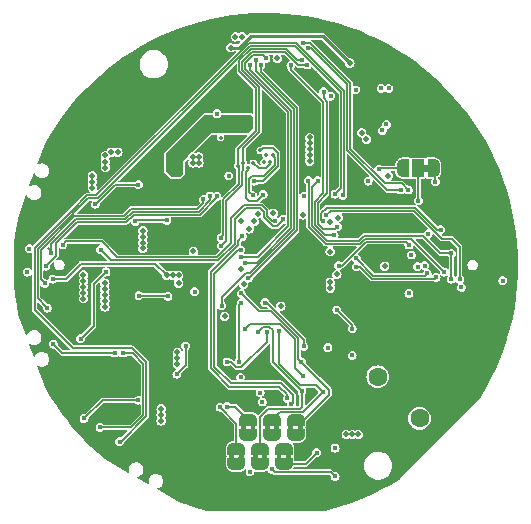
<source format=gbr>
%TF.GenerationSoftware,KiCad,Pcbnew,8.0.1*%
%TF.CreationDate,2024-05-06T13:43:09-07:00*%
%TF.ProjectId,girlvoice,6769726c-766f-4696-9365-2e6b69636164,rev?*%
%TF.SameCoordinates,Original*%
%TF.FileFunction,Copper,L4,Bot*%
%TF.FilePolarity,Positive*%
%FSLAX46Y46*%
G04 Gerber Fmt 4.6, Leading zero omitted, Abs format (unit mm)*
G04 Created by KiCad (PCBNEW 8.0.1) date 2024-05-06 13:43:09*
%MOMM*%
%LPD*%
G01*
G04 APERTURE LIST*
G04 Aperture macros list*
%AMFreePoly0*
4,1,19,0.500000,-0.750000,0.000000,-0.750000,0.000000,-0.744911,-0.071157,-0.744911,-0.207708,-0.704816,-0.327430,-0.627875,-0.420627,-0.520320,-0.479746,-0.390866,-0.500000,-0.250000,-0.500000,0.250000,-0.479746,0.390866,-0.420627,0.520320,-0.327430,0.627875,-0.207708,0.704816,-0.071157,0.744911,0.000000,0.744911,0.000000,0.750000,0.500000,0.750000,0.500000,-0.750000,0.500000,-0.750000,
$1*%
%AMFreePoly1*
4,1,19,0.000000,0.744911,0.071157,0.744911,0.207708,0.704816,0.327430,0.627875,0.420627,0.520320,0.479746,0.390866,0.500000,0.250000,0.500000,-0.250000,0.479746,-0.390866,0.420627,-0.520320,0.327430,-0.627875,0.207708,-0.704816,0.071157,-0.744911,0.000000,-0.744911,0.000000,-0.750000,-0.500000,-0.750000,-0.500000,0.750000,0.000000,0.750000,0.000000,0.744911,0.000000,0.744911,
$1*%
%AMFreePoly2*
4,1,19,0.550000,-0.750000,0.000000,-0.750000,0.000000,-0.744911,-0.071157,-0.744911,-0.207708,-0.704816,-0.327430,-0.627875,-0.420627,-0.520320,-0.479746,-0.390866,-0.500000,-0.250000,-0.500000,0.250000,-0.479746,0.390866,-0.420627,0.520320,-0.327430,0.627875,-0.207708,0.704816,-0.071157,0.744911,0.000000,0.744911,0.000000,0.750000,0.550000,0.750000,0.550000,-0.750000,0.550000,-0.750000,
$1*%
%AMFreePoly3*
4,1,19,0.000000,0.744911,0.071157,0.744911,0.207708,0.704816,0.327430,0.627875,0.420627,0.520320,0.479746,0.390866,0.500000,0.250000,0.500000,-0.250000,0.479746,-0.390866,0.420627,-0.520320,0.327430,-0.627875,0.207708,-0.704816,0.071157,-0.744911,0.000000,-0.744911,0.000000,-0.750000,-0.550000,-0.750000,-0.550000,0.750000,0.000000,0.750000,0.000000,0.744911,0.000000,0.744911,
$1*%
G04 Aperture macros list end*
%TA.AperFunction,EtchedComponent*%
%ADD10C,0.000000*%
%TD*%
%TA.AperFunction,ComponentPad*%
%ADD11C,0.600000*%
%TD*%
%TA.AperFunction,SMDPad,CuDef*%
%ADD12R,1.600000X0.900000*%
%TD*%
%TA.AperFunction,HeatsinkPad*%
%ADD13C,0.600000*%
%TD*%
%TA.AperFunction,HeatsinkPad*%
%ADD14R,1.880000X1.570000*%
%TD*%
%TA.AperFunction,WasherPad*%
%ADD15C,1.600000*%
%TD*%
%TA.AperFunction,ComponentPad*%
%ADD16O,1.100000X2.100000*%
%TD*%
%TA.AperFunction,ComponentPad*%
%ADD17O,1.100000X2.600000*%
%TD*%
%TA.AperFunction,SMDPad,CuDef*%
%ADD18R,0.900000X1.600000*%
%TD*%
%TA.AperFunction,SMDPad,CuDef*%
%ADD19FreePoly0,270.000000*%
%TD*%
%TA.AperFunction,SMDPad,CuDef*%
%ADD20FreePoly1,270.000000*%
%TD*%
%TA.AperFunction,SMDPad,CuDef*%
%ADD21FreePoly2,180.000000*%
%TD*%
%TA.AperFunction,SMDPad,CuDef*%
%ADD22R,1.000000X1.500000*%
%TD*%
%TA.AperFunction,SMDPad,CuDef*%
%ADD23FreePoly3,180.000000*%
%TD*%
%TA.AperFunction,ViaPad*%
%ADD24C,0.500000*%
%TD*%
%TA.AperFunction,ViaPad*%
%ADD25C,0.450000*%
%TD*%
%TA.AperFunction,ViaPad*%
%ADD26C,0.350000*%
%TD*%
%TA.AperFunction,Conductor*%
%ADD27C,0.150000*%
%TD*%
%TA.AperFunction,Conductor*%
%ADD28C,0.200000*%
%TD*%
%TA.AperFunction,Conductor*%
%ADD29C,0.160000*%
%TD*%
%TA.AperFunction,Conductor*%
%ADD30C,0.500000*%
%TD*%
%TA.AperFunction,Conductor*%
%ADD31C,0.250000*%
%TD*%
G04 APERTURE END LIST*
D10*
%TA.AperFunction,EtchedComponent*%
%TO.C,JP7*%
G36*
X100300000Y-114000000D02*
G01*
X99900000Y-114000000D01*
X99900000Y-113500000D01*
X100300000Y-113500000D01*
X100300000Y-114000000D01*
G37*
%TD.AperFunction*%
%TA.AperFunction,EtchedComponent*%
G36*
X101100000Y-114000000D02*
G01*
X100700000Y-114000000D01*
X100700000Y-113500000D01*
X101100000Y-113500000D01*
X101100000Y-114000000D01*
G37*
%TD.AperFunction*%
%TA.AperFunction,EtchedComponent*%
%TO.C,JP6*%
G36*
X102300000Y-114000000D02*
G01*
X101900000Y-114000000D01*
X101900000Y-113500000D01*
X102300000Y-113500000D01*
X102300000Y-114000000D01*
G37*
%TD.AperFunction*%
%TA.AperFunction,EtchedComponent*%
G36*
X103100000Y-114000000D02*
G01*
X102700000Y-114000000D01*
X102700000Y-113500000D01*
X103100000Y-113500000D01*
X103100000Y-114000000D01*
G37*
%TD.AperFunction*%
%TA.AperFunction,EtchedComponent*%
%TO.C,JP8*%
G36*
X99300000Y-116450000D02*
G01*
X98900000Y-116450000D01*
X98900000Y-115950000D01*
X99300000Y-115950000D01*
X99300000Y-116450000D01*
G37*
%TD.AperFunction*%
%TA.AperFunction,EtchedComponent*%
G36*
X100100000Y-116450000D02*
G01*
X99700000Y-116450000D01*
X99700000Y-115950000D01*
X100100000Y-115950000D01*
X100100000Y-116450000D01*
G37*
%TD.AperFunction*%
%TA.AperFunction,EtchedComponent*%
%TO.C,JP2*%
G36*
X113800000Y-92107500D02*
G01*
X113300000Y-92107500D01*
X113300000Y-91507500D01*
X113800000Y-91507500D01*
X113800000Y-92107500D01*
G37*
%TD.AperFunction*%
%TA.AperFunction,EtchedComponent*%
%TO.C,JP10*%
G36*
X97300000Y-116450000D02*
G01*
X96900000Y-116450000D01*
X96900000Y-115950000D01*
X97300000Y-115950000D01*
X97300000Y-116450000D01*
G37*
%TD.AperFunction*%
%TA.AperFunction,EtchedComponent*%
G36*
X98100000Y-116450000D02*
G01*
X97700000Y-116450000D01*
X97700000Y-115950000D01*
X98100000Y-115950000D01*
X98100000Y-116450000D01*
G37*
%TD.AperFunction*%
%TA.AperFunction,EtchedComponent*%
%TO.C,JP5*%
G36*
X98300000Y-114000000D02*
G01*
X97900000Y-114000000D01*
X97900000Y-113500000D01*
X98300000Y-113500000D01*
X98300000Y-114000000D01*
G37*
%TD.AperFunction*%
%TA.AperFunction,EtchedComponent*%
G36*
X99100000Y-114000000D02*
G01*
X98700000Y-114000000D01*
X98700000Y-113500000D01*
X99100000Y-113500000D01*
X99100000Y-114000000D01*
G37*
%TD.AperFunction*%
%TA.AperFunction,EtchedComponent*%
%TO.C,JP9*%
G36*
X101300000Y-116450000D02*
G01*
X100900000Y-116450000D01*
X100900000Y-115950000D01*
X101300000Y-115950000D01*
X101300000Y-116450000D01*
G37*
%TD.AperFunction*%
%TA.AperFunction,EtchedComponent*%
G36*
X102100000Y-116450000D02*
G01*
X101700000Y-116450000D01*
X101700000Y-115950000D01*
X102100000Y-115950000D01*
X102100000Y-116450000D01*
G37*
%TD.AperFunction*%
%TD*%
D11*
%TO.P,U3,9,GND*%
%TO.N,GND*%
X87950000Y-101000000D03*
D12*
X88450000Y-101000000D03*
D11*
X88950000Y-101000000D03*
%TD*%
D13*
%TO.P,U8,11,VSS*%
%TO.N,GND*%
X87190000Y-109095000D03*
X88470000Y-109095000D03*
D14*
X87830000Y-108610000D03*
D13*
X87190000Y-108125000D03*
X88470000Y-108125000D03*
%TD*%
D15*
%TO.P,J8,*%
%TO.N,*%
X112998478Y-112998478D03*
X109462944Y-109462944D03*
%TD*%
D16*
%TO.P,J7,S1,SHIELD*%
%TO.N,GND*%
X95680000Y-114095000D03*
D17*
X95680000Y-119455000D03*
D16*
X104320000Y-114095000D03*
D17*
X104320000Y-119455000D03*
%TD*%
D11*
%TO.P,U4,9,GND*%
%TO.N,GND*%
X87935000Y-94600000D03*
D12*
X88435000Y-94600000D03*
D11*
X88935000Y-94600000D03*
%TD*%
%TO.P,U6,9,GND*%
%TO.N,GND*%
X91050000Y-110750000D03*
D18*
X91050000Y-110250000D03*
D11*
X91050000Y-109750000D03*
%TD*%
D19*
%TO.P,JP7,1,A*%
%TO.N,/iCE_CRESET*%
X100500000Y-113100000D03*
D20*
%TO.P,JP7,2,B*%
%TO.N,Net-(J7-SBU1)*%
X100500000Y-114400000D03*
%TD*%
D19*
%TO.P,JP6,1,A*%
%TO.N,/FLASH_MISO*%
X102500000Y-113100000D03*
D20*
%TO.P,JP6,2,B*%
%TO.N,Net-(J7-RX2-)*%
X102500000Y-114400000D03*
%TD*%
D19*
%TO.P,JP8,1,A*%
%TO.N,/iCE_CDONE*%
X99500000Y-115550000D03*
D20*
%TO.P,JP8,2,B*%
%TO.N,Net-(J7-SBU2)*%
X99500000Y-116850000D03*
%TD*%
D21*
%TO.P,JP2,1,A*%
%TO.N,+3V3*%
X114200000Y-91807500D03*
D22*
%TO.P,JP2,2,C*%
%TO.N,Net-(J3-Pin_2)*%
X112900000Y-91807500D03*
D23*
%TO.P,JP2,3,B*%
%TO.N,+1V8*%
X111600000Y-91807500D03*
%TD*%
D19*
%TO.P,JP10,1,A*%
%TO.N,/FLASH_MOSI*%
X97500000Y-115550000D03*
D20*
%TO.P,JP10,2,B*%
%TO.N,Net-(J7-RX1+)*%
X97500000Y-116850000D03*
%TD*%
D19*
%TO.P,JP5,1,A*%
%TO.N,/FLASH_SCK*%
X98500000Y-113100000D03*
D20*
%TO.P,JP5,2,B*%
%TO.N,Net-(J7-RX1-)*%
X98500000Y-114400000D03*
%TD*%
D19*
%TO.P,JP9,1,A*%
%TO.N,/FLASH_CS*%
X101500000Y-115550000D03*
D20*
%TO.P,JP9,2,B*%
%TO.N,Net-(J7-RX2+)*%
X101500000Y-116850000D03*
%TD*%
D24*
%TO.N,+1V0*%
X101250000Y-103500010D03*
X92500000Y-108400000D03*
X92500000Y-107900000D03*
X105430817Y-98864773D03*
X92500000Y-107400000D03*
X105450000Y-101450000D03*
X98600000Y-96949996D03*
X105450000Y-101950000D03*
X105450006Y-96337157D03*
X99000000Y-96300000D03*
%TO.N,GND*%
X113800000Y-103000000D03*
D25*
X93950000Y-94750000D03*
X107740000Y-103100000D03*
D24*
X91750000Y-98850000D03*
D25*
X103100000Y-91850000D03*
X93000000Y-118550000D03*
D24*
X114450000Y-103650000D03*
X96000000Y-85150000D03*
D25*
X96650000Y-105750000D03*
X94800000Y-84100000D03*
D24*
X97800000Y-86200000D03*
D25*
X119250000Y-107420000D03*
X119070000Y-94940000D03*
D24*
X103350000Y-98450000D03*
X102000000Y-101100000D03*
D25*
X107550000Y-104600000D03*
D24*
X99900000Y-86250000D03*
D25*
X80350000Y-96250000D03*
X110700000Y-94100000D03*
X102850000Y-119800000D03*
D24*
X115150000Y-103000000D03*
D26*
X97700000Y-89500000D03*
D25*
X93570000Y-93280000D03*
X108900000Y-83000000D03*
D24*
X103350000Y-101100000D03*
X100650000Y-99800000D03*
D25*
X106150000Y-119350000D03*
D24*
X91100000Y-94400000D03*
D25*
X110350000Y-104600000D03*
X107850000Y-91850000D03*
X94300000Y-92650000D03*
X115450000Y-92400000D03*
X107200000Y-94700000D03*
X115148376Y-98250000D03*
X82800000Y-103850000D03*
X82150000Y-110850000D03*
X79800000Y-101800000D03*
D24*
X114500000Y-102350000D03*
D25*
X86950000Y-94350000D03*
X109950000Y-101950000D03*
X94230000Y-104290000D03*
D24*
X114490381Y-103009010D03*
X88800000Y-89420000D03*
X104600000Y-102300000D03*
D25*
X93900000Y-119500000D03*
X113900000Y-95550000D03*
X86350000Y-108000000D03*
D24*
X92250000Y-98850000D03*
X97300000Y-86200000D03*
D25*
X93250000Y-112550000D03*
D24*
X102700000Y-86000000D03*
D25*
X85150000Y-98550000D03*
X94150000Y-93800000D03*
D24*
X102000000Y-102300000D03*
D25*
X107900000Y-116100000D03*
X109340000Y-81800000D03*
X86950000Y-95195000D03*
D24*
X91600000Y-94400000D03*
D25*
X103050000Y-90250000D03*
X92000000Y-104550000D03*
X111600000Y-110100000D03*
X94950000Y-112250000D03*
X97200000Y-109300000D03*
X79750000Y-104350000D03*
X109350000Y-115050000D03*
X114610000Y-86540000D03*
X88250000Y-112550000D03*
X82899998Y-98900000D03*
D24*
X96000000Y-85650000D03*
X99400000Y-102300000D03*
D25*
X106000000Y-106250000D03*
X92640000Y-83800000D03*
X93850000Y-100550000D03*
X94650000Y-106550000D03*
X119000000Y-97950000D03*
X116650000Y-103100000D03*
D24*
X102000000Y-99800000D03*
D25*
X104160876Y-83789124D03*
D24*
X92750000Y-98850000D03*
D25*
X114400000Y-90400000D03*
X108450000Y-105475000D03*
D26*
X96855486Y-90777445D03*
D24*
X102000000Y-98450000D03*
X100400000Y-86250000D03*
D25*
X117250000Y-111250000D03*
X85400000Y-114550000D03*
X83900000Y-91800000D03*
X103800000Y-110900000D03*
X106900000Y-81600000D03*
X113500000Y-95150000D03*
X101250000Y-92850000D03*
X103140000Y-116380000D03*
X112100000Y-99750000D03*
X97000000Y-119600000D03*
X96450000Y-82000000D03*
X107550000Y-109050000D03*
D24*
X88810000Y-89920000D03*
X104600000Y-98450000D03*
D25*
X108300000Y-106350000D03*
X86950000Y-115850000D03*
X94900000Y-109650000D03*
D24*
X99400000Y-101100000D03*
D25*
X111060000Y-113530000D03*
D24*
X99400000Y-97150000D03*
D25*
X82540000Y-89190000D03*
X97250000Y-92900000D03*
X115075000Y-99650000D03*
X118150000Y-91770000D03*
D24*
X108950000Y-86100000D03*
D25*
X107300000Y-116100000D03*
D24*
X100650000Y-102300000D03*
D25*
X86330000Y-115200000D03*
D24*
X102700000Y-85500000D03*
D25*
X105950000Y-108950000D03*
X118725000Y-99950000D03*
X93500000Y-85350000D03*
X103050000Y-91150000D03*
X92400000Y-119300000D03*
D24*
X92100000Y-94400000D03*
D25*
X84800000Y-91800000D03*
D24*
X104600000Y-101100000D03*
D25*
X105100000Y-105800000D03*
X111150000Y-103900000D03*
D26*
X97150000Y-91300000D03*
D25*
X79800000Y-97700000D03*
X106750000Y-116100000D03*
X111100000Y-94700000D03*
X81188569Y-93123046D03*
X84350000Y-91800000D03*
X103050000Y-90700000D03*
X110050000Y-96250000D03*
X96930000Y-84110000D03*
D24*
X104600000Y-99800000D03*
D25*
X110250000Y-84052500D03*
X92000000Y-111550000D03*
X101010000Y-84130000D03*
X81700000Y-109800000D03*
X83440000Y-94860000D03*
D24*
X102700000Y-85000000D03*
D26*
X99600000Y-89250000D03*
D24*
X88800000Y-88900000D03*
D25*
X114900000Y-113050000D03*
X85270000Y-86050000D03*
X88900000Y-103500000D03*
X110500000Y-91300000D03*
X98400000Y-110750000D03*
X110050000Y-98700000D03*
X109600000Y-94150000D03*
X112425000Y-84350000D03*
D24*
X103200000Y-86000000D03*
D25*
X82800000Y-104650000D03*
X103894910Y-86007760D03*
X88900000Y-105000000D03*
X114250000Y-95900000D03*
X113700000Y-107500000D03*
X79490000Y-96030000D03*
D24*
X110800000Y-86200000D03*
D25*
X93000000Y-94350000D03*
D24*
X99400000Y-98450000D03*
D25*
X86350000Y-108550000D03*
X119350000Y-105300000D03*
X93850000Y-101150000D03*
D24*
X103350000Y-99800000D03*
X109200000Y-88950000D03*
X90600000Y-94400000D03*
D25*
X104050000Y-107870000D03*
X105950000Y-91850000D03*
X108750000Y-107450000D03*
D26*
X96820000Y-89310000D03*
D24*
X100650000Y-101100000D03*
D25*
X119350000Y-104100000D03*
X120250000Y-102450000D03*
X114400000Y-105350000D03*
D24*
X100510000Y-97260000D03*
D25*
X116700000Y-97900000D03*
D24*
X103350000Y-102300000D03*
D25*
X96600000Y-106950000D03*
X92700000Y-109800000D03*
X109300000Y-90000000D03*
D24*
X108000000Y-87050000D03*
D25*
%TO.N,+3V3*%
X105850000Y-115500000D03*
X105250000Y-107000000D03*
D24*
X91118750Y-113200000D03*
X97950000Y-80690000D03*
X93850000Y-98850000D03*
X89581250Y-98600000D03*
D25*
X114350000Y-92950000D03*
D24*
X107800000Y-114350000D03*
X91118750Y-112700000D03*
X98110148Y-101622647D03*
X96500000Y-104350000D03*
X110350000Y-92450000D03*
D25*
X105462812Y-85699440D03*
X107300000Y-107650000D03*
D24*
X89581250Y-97100000D03*
D25*
X97850000Y-109500000D03*
D24*
X89581250Y-97600000D03*
X97410000Y-80690000D03*
X106800000Y-114350000D03*
D25*
X93950000Y-102250000D03*
D24*
X107300000Y-114350000D03*
X91118750Y-112200000D03*
X89581250Y-98100000D03*
X100950000Y-82500000D03*
%TO.N,VSYS*%
X103700000Y-89200000D03*
X93810000Y-91350000D03*
X103700000Y-90700000D03*
X103700000Y-91200000D03*
X103700000Y-90200000D03*
X85300000Y-92970000D03*
X85310000Y-93470000D03*
X93800000Y-90850000D03*
X84550000Y-102850000D03*
X84550000Y-101850000D03*
X85300000Y-92450000D03*
X84550000Y-100850000D03*
X84550000Y-101350000D03*
X94300000Y-90850000D03*
X94310000Y-91350000D03*
X84550000Y-102350000D03*
X103700000Y-89700000D03*
D25*
%TO.N,Net-(U4-EN)*%
X89185000Y-93199994D03*
X85549996Y-94850004D03*
%TO.N,Net-(U3-FB)*%
X91700000Y-102650000D03*
X89250000Y-102600000D03*
%TO.N,+1V8*%
X79960000Y-98626692D03*
X112100000Y-102400000D03*
D24*
X100602235Y-95618647D03*
D25*
X120050000Y-101325000D03*
X116550000Y-101900000D03*
D24*
X106111250Y-95983249D03*
X103100000Y-95749990D03*
D25*
X112300000Y-99150000D03*
X109550000Y-91900000D03*
D24*
X92600000Y-101531253D03*
X99325000Y-95672048D03*
D25*
X113750000Y-97350000D03*
X108650003Y-92900003D03*
D26*
X98507841Y-91750000D03*
D25*
X81950000Y-101200000D03*
D24*
X97900000Y-96250000D03*
X110050000Y-100100000D03*
X106000000Y-100800000D03*
X92600000Y-100881250D03*
X92100000Y-100881250D03*
D25*
X99750000Y-94050000D03*
D24*
X91600000Y-100881250D03*
X97845185Y-100335402D03*
D25*
%TO.N,Net-(U4-FB)*%
X88950000Y-96299998D03*
X91600000Y-96220000D03*
%TO.N,/PWR_EN*%
X100752415Y-96308132D03*
X82800000Y-98300000D03*
%TO.N,VBUS*%
X84300000Y-106250000D03*
X86450000Y-100599998D03*
%TO.N,/FLASH_~{WP}*%
X103200000Y-106900000D03*
X99914159Y-103200985D03*
%TO.N,/FLASH_MISO*%
X103000000Y-108200000D03*
X97900000Y-102400000D03*
%TO.N,/FLASH_SCK*%
X100100000Y-105700000D03*
X96700000Y-108200000D03*
X96700000Y-112000000D03*
%TO.N,/FLASH_~{HLD}*%
X97700000Y-108200000D03*
X97900000Y-103200000D03*
%TO.N,/FLASH_CS*%
X98200000Y-105400000D03*
X101500000Y-115850000D03*
X99500000Y-110800000D03*
X103138909Y-109361091D03*
%TO.N,/FLASH_MOSI*%
X96115180Y-112039135D03*
%TO.N,/iCE_CRESET*%
X101100000Y-105600000D03*
X104800000Y-110750000D03*
%TO.N,Net-(U6-FB)*%
X93200000Y-106850000D03*
X92450000Y-109250000D03*
D24*
%TO.N,VBAT*%
X86350000Y-102050000D03*
X86900000Y-90450000D03*
X86350000Y-103050000D03*
X86410000Y-91750000D03*
X87450000Y-90450000D03*
X86350000Y-102550000D03*
X86400000Y-91250000D03*
X86350000Y-103550000D03*
X86400000Y-90730000D03*
X86350000Y-101550000D03*
D25*
%TO.N,/IPS_BL*%
X109850000Y-88600000D03*
X96850000Y-92450000D03*
%TO.N,/USB_DP*%
X101800000Y-111300000D03*
X98002235Y-97581353D03*
%TO.N,/AMP_DATA*%
X109750000Y-85050000D03*
X99000000Y-92900000D03*
D26*
X99525174Y-90300004D03*
%TO.N,/AMP_LRCLK*%
X98942516Y-91358606D03*
X100366714Y-91246200D03*
D25*
X110200000Y-88100000D03*
D26*
%TO.N,/AMP_BCLK*%
X99825000Y-91286624D03*
D25*
X110400000Y-85050000D03*
%TO.N,/TP_RST*%
X105774231Y-97500000D03*
X102100000Y-83100000D03*
%TO.N,/iCE_CINIT*%
X107300000Y-105400000D03*
X106000000Y-103800000D03*
D26*
%TO.N,/NX_SCL*%
X98080000Y-91350000D03*
D25*
X111400000Y-93650000D03*
X103485781Y-83064029D03*
X103563228Y-81592941D03*
X112850000Y-100150000D03*
X96225000Y-98375000D03*
%TO.N,/IPS_SCK*%
X98500000Y-101100000D03*
X99561704Y-83061704D03*
%TO.N,/NX_SDA*%
X103098520Y-81175000D03*
X96200000Y-97699997D03*
D26*
X97630000Y-91619994D03*
D25*
X103035881Y-82653151D03*
X112050000Y-93650000D03*
X113450000Y-100050000D03*
D26*
%TO.N,/AMP_EN*%
X100578822Y-90689640D03*
D25*
X107607643Y-85168397D03*
X98866433Y-94115000D03*
%TO.N,/MIC_DATA*%
X103200000Y-94200000D03*
X104799999Y-96300001D03*
X81350000Y-100100000D03*
X114800000Y-97000000D03*
X79800000Y-100600000D03*
X95850000Y-94200000D03*
%TO.N,/iCE_CDONE*%
X103050000Y-110700000D03*
X99300000Y-105700000D03*
%TO.N,/TP_INT*%
X104876799Y-85316567D03*
X106033634Y-96767280D03*
%TO.N,/BTN_UP*%
X87600000Y-114950000D03*
X106500000Y-94100000D03*
%TO.N,/PAJ_INT*%
X112100000Y-98300000D03*
X106150000Y-100050000D03*
%TO.N,/IPS_DATA*%
X100000000Y-82500000D03*
X97900000Y-99300000D03*
%TO.N,/IPS_RS*%
X98644761Y-83094761D03*
X98200000Y-99800000D03*
%TO.N,/BTN_PWR*%
X101450000Y-96150010D03*
X86000000Y-98700000D03*
%TO.N,/BTN_DOWN*%
X81500000Y-103650000D03*
X105850000Y-94000000D03*
%TO.N,/USB_DN*%
X102145002Y-111760002D03*
X97867229Y-98720711D03*
%TO.N,/IPS_CS*%
X96250000Y-103450000D03*
X99119761Y-82619761D03*
%TO.N,/SPKP*%
X95850000Y-87200000D03*
D24*
X108500000Y-89350000D03*
D25*
%TO.N,Net-(J3-Pin_2)*%
X112900000Y-94550000D03*
D24*
%TO.N,/SPKN*%
X92170000Y-91450000D03*
X98040000Y-88020000D03*
X92170000Y-90930000D03*
X108100000Y-88800000D03*
D26*
X95250000Y-88450000D03*
D24*
X98550000Y-88030000D03*
X92180000Y-91950000D03*
D25*
%TO.N,Net-(U8-TS)*%
X87199997Y-107450000D03*
X82000000Y-106700000D03*
D24*
%TO.N,Net-(J1-Pin_2)*%
X97000009Y-81599991D03*
X107100000Y-82910000D03*
D25*
%TO.N,Net-(J7-D+-PadA6)*%
X99700000Y-111600000D03*
X98650000Y-117500000D03*
%TO.N,Net-(J7-RX1-)*%
X98300000Y-114500000D03*
%TO.N,Net-(J7-SBU2)*%
X98900008Y-116450000D03*
%TO.N,Net-(J7-RX2+)*%
X104300000Y-115900000D03*
%TO.N,Net-(J7-RX1+)*%
X97800000Y-116450014D03*
%TO.N,Net-(J7-SBU1)*%
X101050000Y-114300000D03*
%TO.N,Net-(J7-CC2)*%
X100500000Y-117300000D03*
X105850000Y-117900000D03*
%TO.N,Net-(J7-RX2-)*%
X102015000Y-114300000D03*
%TO.N,/BCLK*%
X95250000Y-94150000D03*
X103600000Y-92850000D03*
X115100000Y-100600000D03*
X81800000Y-99000000D03*
%TO.N,Net-(D2-K)*%
X87900000Y-107450000D03*
X85950000Y-113750000D03*
D26*
%TO.N,Net-(U7-VSN)*%
X96149976Y-89209976D03*
X99991522Y-90710192D03*
D25*
%TO.N,/AUX_DATAI*%
X107650000Y-99450000D03*
X113650000Y-100700000D03*
%TO.N,/AUX_DATAO*%
X114400000Y-101050000D03*
X107650000Y-100150003D03*
%TO.N,/AUX_MCLK*%
X116400003Y-101200000D03*
X105122631Y-95772631D03*
%TO.N,Net-(D3-K)*%
X89200000Y-111450000D03*
X84600000Y-113000000D03*
%TO.N,/LRCLK*%
X104400000Y-92850000D03*
X94700000Y-94450000D03*
X81250000Y-101550000D03*
X115699998Y-99000002D03*
X115700000Y-101200000D03*
%TD*%
D27*
%TO.N,+3V3*%
X114350000Y-91957500D02*
X114200000Y-91807500D01*
X114350000Y-92950000D02*
X114350000Y-91957500D01*
%TO.N,Net-(U4-EN)*%
X89185000Y-93199994D02*
X87228830Y-93199994D01*
X85578819Y-94850004D02*
X85549996Y-94850004D01*
X87228830Y-93199994D02*
X85578819Y-94850004D01*
%TO.N,Net-(U3-FB)*%
X91650000Y-102600000D02*
X89250000Y-102600000D01*
X91700000Y-102650000D02*
X91650000Y-102600000D01*
D28*
%TO.N,+1V8*%
X98310000Y-92141874D02*
X98507841Y-91944033D01*
X84350000Y-99900000D02*
X90618750Y-99900000D01*
X90618750Y-99900000D02*
X91600000Y-100881250D01*
X98310000Y-94310000D02*
X98310000Y-92141874D01*
X98507841Y-91944033D02*
X98507841Y-91750000D01*
X83050000Y-101200000D02*
X84350000Y-99900000D01*
X99750000Y-94050000D02*
X99235000Y-94565000D01*
X99235000Y-94565000D02*
X98565000Y-94565000D01*
X98565000Y-94565000D02*
X98310000Y-94310000D01*
X81950000Y-101200000D02*
X83050000Y-101200000D01*
D27*
X111600000Y-91807500D02*
X109642500Y-91807500D01*
X109642500Y-91807500D02*
X109550000Y-91900000D01*
%TO.N,Net-(U4-FB)*%
X88950000Y-96299998D02*
X89029998Y-96220000D01*
X89029998Y-96220000D02*
X91600000Y-96220000D01*
%TO.N,/PWR_EN*%
X95851041Y-99350000D02*
X87427818Y-99350000D01*
X100053855Y-95353855D02*
X99650000Y-94950000D01*
X98150000Y-94950000D02*
X97050000Y-96050000D01*
X97050000Y-96050000D02*
X97050000Y-98151041D01*
X100536380Y-96308132D02*
X100053855Y-95825607D01*
X99650000Y-94950000D02*
X98150000Y-94950000D01*
X87427818Y-99350000D02*
X86085410Y-98007592D01*
X83092408Y-98007592D02*
X82800000Y-98300000D01*
X86085410Y-98007592D02*
X83092408Y-98007592D01*
X100752415Y-96308132D02*
X100536380Y-96308132D01*
X97050000Y-98151041D02*
X95851041Y-99350000D01*
X100053855Y-95825607D02*
X100053855Y-95353855D01*
%TO.N,VBUS*%
X85400000Y-105150000D02*
X84300000Y-106250000D01*
X86450000Y-100599998D02*
X85400000Y-101649998D01*
X85400000Y-101649998D02*
X85400000Y-105150000D01*
%TO.N,/FLASH_~{WP}*%
X100057626Y-103200985D02*
X99914159Y-103200985D01*
X103200000Y-106900000D02*
X103200000Y-106343359D01*
X103200000Y-106343359D02*
X100057626Y-103200985D01*
%TO.N,/FLASH_MISO*%
X97900000Y-102400000D02*
X99413571Y-103913571D01*
X102725000Y-106207771D02*
X102725000Y-107925000D01*
X103255000Y-113100000D02*
X105350000Y-111005000D01*
X105350000Y-110550000D02*
X103000000Y-108200000D01*
X105350000Y-111005000D02*
X105350000Y-110550000D01*
X99413571Y-103913571D02*
X100430800Y-103913571D01*
X102500000Y-113100000D02*
X103255000Y-113100000D01*
X100430800Y-103913571D02*
X102725000Y-106207771D01*
X102725000Y-107925000D02*
X103000000Y-108200000D01*
%TO.N,/FLASH_SCK*%
X100100000Y-106500000D02*
X100100000Y-105700000D01*
X97503248Y-108675000D02*
X97925000Y-108675000D01*
X96700000Y-108200000D02*
X97028248Y-108200000D01*
X97400000Y-112000000D02*
X96700000Y-112000000D01*
X98500000Y-113100000D02*
X97400000Y-112000000D01*
X97028248Y-108200000D02*
X97503248Y-108675000D01*
X97925000Y-108675000D02*
X100100000Y-106500000D01*
%TO.N,/FLASH_~{HLD}*%
X97700000Y-103400000D02*
X97700000Y-108200000D01*
X97900000Y-103200000D02*
X97700000Y-103400000D01*
%TO.N,/FLASH_CS*%
X101162818Y-104985000D02*
X102485000Y-106307182D01*
X98200000Y-105400000D02*
X98615000Y-104985000D01*
X102485000Y-106307182D02*
X102485000Y-108707182D01*
X98615000Y-104985000D02*
X101162818Y-104985000D01*
X102485000Y-108707182D02*
X103138909Y-109361091D01*
%TO.N,/FLASH_MOSI*%
X97500000Y-113423955D02*
X96115180Y-112039135D01*
X97500000Y-115550000D02*
X97500000Y-113423955D01*
%TO.N,/iCE_CRESET*%
X101100000Y-108400000D02*
X102886091Y-110186091D01*
X101100000Y-105600000D02*
X101100000Y-108400000D01*
X102886091Y-110186091D02*
X104236091Y-110186091D01*
X104236091Y-110186091D02*
X104800000Y-110750000D01*
X103125091Y-112424909D02*
X104800000Y-110750000D01*
X100500000Y-113100000D02*
X101175091Y-112424909D01*
X101175091Y-112424909D02*
X103125091Y-112424909D01*
D29*
%TO.N,Net-(U6-FB)*%
X92450000Y-109250000D02*
X93200000Y-108500000D01*
X93200000Y-108500000D02*
X93200000Y-106850000D01*
D28*
%TO.N,/USB_DP*%
X95334999Y-108745121D02*
X95334999Y-100589767D01*
X101139878Y-110300000D02*
X96889878Y-110300000D01*
X101800000Y-111300000D02*
X101800000Y-110960122D01*
X97615000Y-98309766D02*
X97615000Y-97968588D01*
X96889878Y-110300000D02*
X95334999Y-108745121D01*
X101800000Y-110960122D02*
X101139878Y-110300000D01*
X95334999Y-100589767D02*
X97615000Y-98309766D01*
X97615000Y-97968588D02*
X98002235Y-97581353D01*
D27*
%TO.N,/AMP_DATA*%
X99726807Y-90098371D02*
X99525174Y-90300004D01*
X101000000Y-91659432D02*
X101000000Y-90500000D01*
X101000000Y-90500000D02*
X100598371Y-90098371D01*
X100598371Y-90098371D02*
X99726807Y-90098371D01*
X99759432Y-92900000D02*
X101000000Y-91659432D01*
X99000000Y-92900000D02*
X99759432Y-92900000D01*
%TO.N,/AMP_LRCLK*%
X100018731Y-91800000D02*
X100325000Y-91493731D01*
X98942516Y-91358606D02*
X99383910Y-91800000D01*
X100325000Y-91246200D02*
X100366714Y-91246200D01*
X99383910Y-91800000D02*
X100018731Y-91800000D01*
X100325000Y-91493731D02*
X100325000Y-91246200D01*
%TO.N,/TP_RST*%
X104865000Y-93895588D02*
X104865000Y-86218858D01*
X102100000Y-83453858D02*
X102100000Y-83100000D01*
X104130000Y-94630588D02*
X104865000Y-93895588D01*
X104130000Y-96590587D02*
X104130000Y-94630588D01*
X105039412Y-97500000D02*
X104130000Y-96590587D01*
X105774231Y-97500000D02*
X105039412Y-97500000D01*
X104865000Y-86218858D02*
X102100000Y-83453858D01*
%TO.N,/iCE_CINIT*%
X106000000Y-103800000D02*
X107300000Y-105100000D01*
X107300000Y-105100000D02*
X107300000Y-105400000D01*
%TO.N,/NX_SCL*%
X97950000Y-92127107D02*
X97950000Y-93250000D01*
X98808358Y-81970000D02*
X101630911Y-81970000D01*
X98080000Y-91350000D02*
X98080000Y-90060452D01*
X98080000Y-91350000D02*
X98080000Y-91997107D01*
X98308954Y-82469403D02*
X98808358Y-81970000D01*
X98308954Y-82469869D02*
X98308954Y-82469403D01*
X111400000Y-93650000D02*
X110260588Y-93650000D01*
X97990000Y-83500588D02*
X97990000Y-82788824D01*
X106860000Y-84660000D02*
X103792941Y-81592941D01*
X96650000Y-97950000D02*
X96225000Y-98375000D01*
X97990000Y-82788824D02*
X98308954Y-82469869D01*
X96650000Y-94550000D02*
X96650000Y-97950000D01*
X106860000Y-90249412D02*
X106860000Y-84660000D01*
X103792941Y-81592941D02*
X103563228Y-81592941D01*
X110260588Y-93650000D02*
X106860000Y-90249412D01*
X97950000Y-93250000D02*
X96650000Y-94550000D01*
X102724940Y-83064029D02*
X103485781Y-83064029D01*
X98080000Y-90060452D02*
X99400000Y-88740452D01*
X99400000Y-88740452D02*
X99400000Y-84910588D01*
X101630911Y-81970000D02*
X102724940Y-83064029D01*
X99400000Y-84910588D02*
X97990000Y-83500588D01*
X98080000Y-91997107D02*
X97950000Y-92127107D01*
%TO.N,/IPS_SCK*%
X99561704Y-83661704D02*
X99561704Y-83061704D01*
X98578824Y-101100000D02*
X102600000Y-97078824D01*
X98500000Y-101100000D02*
X98578824Y-101100000D01*
X102600000Y-97078824D02*
X102600000Y-86700000D01*
X102600000Y-86700000D02*
X99561704Y-83661704D01*
%TO.N,/NX_SDA*%
X97655000Y-91595000D02*
X97630000Y-91620000D01*
X99160000Y-85010000D02*
X97750000Y-83600000D01*
X98708946Y-81730000D02*
X101730000Y-81730000D01*
X103714412Y-81175000D02*
X103098520Y-81175000D01*
X102653151Y-82653151D02*
X103035881Y-82653151D01*
X101730000Y-81730000D02*
X102653151Y-82653151D01*
X97630000Y-91620000D02*
X97630000Y-91619994D01*
X111500000Y-93100000D02*
X110050000Y-93100000D01*
X96400000Y-97499997D02*
X96400000Y-94450000D01*
X107100000Y-90150000D02*
X107100000Y-84560588D01*
X97700000Y-91689994D02*
X97630000Y-91619994D01*
X97630000Y-90171041D02*
X99160000Y-88641041D01*
X96400000Y-94450000D02*
X97700000Y-93150000D01*
X97700000Y-93150000D02*
X97700000Y-91689994D01*
X97750000Y-82688946D02*
X98708946Y-81730000D01*
X113450000Y-100050000D02*
X113450000Y-100151041D01*
X110050000Y-93100000D02*
X107100000Y-90150000D01*
X112050000Y-93650000D02*
X111500000Y-93100000D01*
X97630000Y-91619994D02*
X97630000Y-90171041D01*
X96200000Y-97699997D02*
X96400000Y-97499997D01*
X97750000Y-83600000D02*
X97750000Y-82688946D01*
X99160000Y-88641041D02*
X99160000Y-85010000D01*
X107100000Y-84560588D02*
X103714412Y-81175000D01*
%TO.N,/AMP_EN*%
X100760000Y-91560021D02*
X99870021Y-92450000D01*
X100578822Y-90689640D02*
X100578822Y-90751201D01*
X99870021Y-92450000D02*
X98848959Y-92450000D01*
X98575000Y-92723959D02*
X98575000Y-93823567D01*
X100760000Y-90932379D02*
X100760000Y-91560021D01*
X100578822Y-90751201D02*
X100760000Y-90932379D01*
X98848959Y-92450000D02*
X98575000Y-92723959D01*
X98575000Y-93823567D02*
X98866433Y-94115000D01*
%TO.N,/MIC_DATA*%
X104697631Y-96197631D02*
X104800000Y-96300000D01*
X82238912Y-98111088D02*
X82238912Y-99211088D01*
X103175000Y-94175000D02*
X103200000Y-94200000D01*
X112650000Y-95150000D02*
X105144221Y-95150000D01*
X95850000Y-94278823D02*
X94398822Y-95730000D01*
X104697631Y-95596590D02*
X104697631Y-96197631D01*
X88798824Y-95730000D02*
X88163825Y-96364999D01*
X82238912Y-99211088D02*
X81350000Y-100100000D01*
X83985001Y-96364999D02*
X82238912Y-98111088D01*
X114500000Y-97000000D02*
X112650000Y-95150000D01*
X95850000Y-94200000D02*
X95850000Y-94278823D01*
X105144221Y-95150000D02*
X104697631Y-95596590D01*
X94398822Y-95730000D02*
X88798824Y-95730000D01*
X114800000Y-97000000D02*
X114500000Y-97000000D01*
X88163825Y-96364999D02*
X83985001Y-96364999D01*
%TO.N,/iCE_CDONE*%
X99500000Y-112897043D02*
X100212134Y-112184909D01*
X99775000Y-105225000D02*
X99300000Y-105700000D01*
X103050000Y-112010588D02*
X103050000Y-110689412D01*
X100575000Y-108214412D02*
X100575000Y-105503248D01*
X100575000Y-105503248D02*
X100296752Y-105225000D01*
X100296752Y-105225000D02*
X99775000Y-105225000D01*
X102875679Y-112184909D02*
X103050000Y-112010588D01*
X100212134Y-112184909D02*
X102875679Y-112184909D01*
X99500000Y-115550000D02*
X99500000Y-112897043D01*
X103050000Y-110689412D02*
X100575000Y-108214412D01*
%TO.N,/TP_INT*%
X106033634Y-96767280D02*
X105850914Y-96950000D01*
X105150000Y-93950000D02*
X105150000Y-86164446D01*
X104370000Y-96491176D02*
X104370000Y-94730000D01*
X104828824Y-96950000D02*
X104370000Y-96491176D01*
X105150000Y-86164446D02*
X104876799Y-85891245D01*
X105850914Y-96950000D02*
X104828824Y-96950000D01*
X104370000Y-94730000D02*
X105150000Y-93950000D01*
X104876799Y-85891245D02*
X104876799Y-85316567D01*
%TO.N,/BTN_UP*%
X106615000Y-85271269D02*
X102968730Y-81625000D01*
X83565000Y-95405000D02*
X80420000Y-98550000D01*
X83625000Y-107025000D02*
X88639412Y-107025000D01*
X83565589Y-95405000D02*
X83565000Y-95405000D01*
X89865000Y-112774412D02*
X87689412Y-114950000D01*
X98525122Y-81235000D02*
X97870131Y-81889991D01*
X85640000Y-94110000D02*
X84860588Y-94110000D01*
X97860009Y-81889991D02*
X85640000Y-94110000D01*
X106615000Y-93985000D02*
X106615000Y-85271269D01*
X102574411Y-81235000D02*
X98525122Y-81235000D01*
X102964412Y-81625000D02*
X102574411Y-81235000D01*
X87689412Y-114950000D02*
X87600000Y-114950000D01*
X84860588Y-94110000D02*
X83565589Y-95405000D01*
X80420000Y-98550000D02*
X80420000Y-103820000D01*
X102968730Y-81625000D02*
X102964412Y-81625000D01*
X88639412Y-107025000D02*
X89865000Y-108250589D01*
X89865000Y-108250589D02*
X89865000Y-112774412D01*
X106500000Y-94100000D02*
X106615000Y-93985000D01*
X97870131Y-81889991D02*
X97860009Y-81889991D01*
X80420000Y-103820000D02*
X83625000Y-107025000D01*
%TO.N,/PAJ_INT*%
X106448959Y-100050000D02*
X106150000Y-100050000D01*
X112100000Y-98300000D02*
X111830000Y-98030000D01*
X111830000Y-98030000D02*
X108468959Y-98030000D01*
X108468959Y-98030000D02*
X106448959Y-100050000D01*
%TO.N,/IPS_DATA*%
X101880000Y-87030000D02*
X101880000Y-96735882D01*
X98908235Y-82210000D02*
X98230000Y-82888235D01*
X99710000Y-82210000D02*
X98908235Y-82210000D01*
X98230000Y-83380000D02*
X101880000Y-87030000D01*
X98230000Y-82888235D02*
X98230000Y-83380000D01*
X100000000Y-82500000D02*
X99710000Y-82210000D01*
X99315882Y-99300000D02*
X97900000Y-99300000D01*
X101880000Y-96735882D02*
X99315882Y-99300000D01*
%TO.N,/IPS_RS*%
X102120000Y-96880000D02*
X102120000Y-86930589D01*
X102120000Y-86930589D02*
X98644761Y-83455350D01*
X98200000Y-99800000D02*
X99200000Y-99800000D01*
X99200000Y-99800000D02*
X102120000Y-96880000D01*
X98644761Y-83455350D02*
X98644761Y-83094761D01*
%TO.N,/BTN_PWR*%
X99800000Y-95956758D02*
X100576374Y-96733132D01*
X100928456Y-96733132D02*
X101450000Y-96211588D01*
X99800000Y-95475296D02*
X99800000Y-95956758D01*
X86000000Y-98700000D02*
X86900000Y-99600000D01*
X86900000Y-99600000D02*
X95950000Y-99600000D01*
X99521752Y-95197048D02*
X99800000Y-95475296D01*
X97350000Y-98200000D02*
X97350000Y-96128248D01*
X98281200Y-95197048D02*
X99521752Y-95197048D01*
X100576374Y-96733132D02*
X100928456Y-96733132D01*
X101450000Y-96211588D02*
X101450000Y-96150010D01*
X97350000Y-96128248D02*
X98281200Y-95197048D01*
X95950000Y-99600000D02*
X97350000Y-98200000D01*
%TO.N,/BTN_DOWN*%
X80660000Y-102810000D02*
X80660000Y-98654412D01*
X84960000Y-94350000D02*
X85739412Y-94350000D01*
X80660000Y-98654412D02*
X83669412Y-95645000D01*
X102475000Y-81475000D02*
X102865001Y-81865000D01*
X98624534Y-81475000D02*
X102475000Y-81475000D01*
X97969543Y-82129991D02*
X98624534Y-81475000D01*
X106375000Y-93475000D02*
X105850000Y-94000000D01*
X102869319Y-81865000D02*
X106375000Y-85370681D01*
X85739412Y-94350000D02*
X97959421Y-82129991D01*
X81500000Y-103650000D02*
X80660000Y-102810000D01*
X97959421Y-82129991D02*
X97969543Y-82129991D01*
X102865001Y-81865000D02*
X102869319Y-81865000D01*
X83669412Y-95640588D02*
X84960000Y-94350000D01*
X83669412Y-95645000D02*
X83669412Y-95640588D01*
X106375000Y-85370681D02*
X106375000Y-93475000D01*
D28*
%TO.N,/USB_DN*%
X102250000Y-111655004D02*
X102250000Y-111000000D01*
X102145002Y-111760002D02*
X102250000Y-111655004D01*
X97629289Y-98720711D02*
X97867229Y-98720711D01*
X95624999Y-100725001D02*
X97629289Y-98720711D01*
X102250000Y-111000000D02*
X101250000Y-110000000D01*
X97000000Y-110000000D02*
X95624999Y-108624999D01*
X95624999Y-108624999D02*
X95624999Y-100725001D01*
X101250000Y-110000000D02*
X97000000Y-110000000D01*
D27*
%TO.N,/IPS_CS*%
X96250000Y-102739412D02*
X98319706Y-100669706D01*
X99119761Y-83590939D02*
X99119761Y-82619761D01*
X102360000Y-96979412D02*
X102360000Y-86831178D01*
X102360000Y-86831178D02*
X99119761Y-83590939D01*
X98669706Y-100669706D02*
X102360000Y-96979412D01*
X98319706Y-100669706D02*
X98669706Y-100669706D01*
X96250000Y-103450000D02*
X96250000Y-102739412D01*
%TO.N,Net-(J3-Pin_2)*%
X112900000Y-94550000D02*
X112900000Y-91657500D01*
X112900000Y-91657500D02*
X112700000Y-91457500D01*
D30*
%TO.N,/SPKN*%
X98050000Y-88030000D02*
X98040000Y-88020000D01*
D27*
%TO.N,Net-(U8-TS)*%
X82750000Y-107450000D02*
X87199997Y-107450000D01*
X82000000Y-106700000D02*
X82750000Y-107450000D01*
D31*
%TO.N,Net-(J1-Pin_2)*%
X107100000Y-82910000D02*
X104840000Y-80650000D01*
X104840000Y-80650000D02*
X98700000Y-80650000D01*
X98700000Y-80650000D02*
X97750009Y-81599991D01*
X97750009Y-81599991D02*
X97000009Y-81599991D01*
D27*
%TO.N,Net-(J7-RX2+)*%
X103350000Y-116850000D02*
X101500000Y-116850000D01*
X104300000Y-115900000D02*
X103350000Y-116850000D01*
%TO.N,Net-(J7-CC2)*%
X101600000Y-117525091D02*
X105475091Y-117525091D01*
X100725091Y-117525091D02*
X101600000Y-117525091D01*
X100500000Y-117300000D02*
X100725091Y-117525091D01*
X105475091Y-117525091D02*
X105850000Y-117900000D01*
%TO.N,/BCLK*%
X107959546Y-98200000D02*
X105050000Y-98200000D01*
X94299411Y-95490000D02*
X88699412Y-95490000D01*
X103650000Y-92900000D02*
X103600000Y-92850000D01*
X81550000Y-98550000D02*
X81800000Y-98800000D01*
X105050000Y-98200000D02*
X103650000Y-96800000D01*
X103650000Y-96800000D02*
X103650000Y-92900000D01*
X88064413Y-96124999D02*
X83885589Y-96124999D01*
X115100000Y-100600000D02*
X112290000Y-97790000D01*
X108369547Y-97790000D02*
X107959546Y-98200000D01*
X95250000Y-94539412D02*
X94299411Y-95490000D01*
X83885589Y-96124999D02*
X81800000Y-98210588D01*
X88699412Y-95490000D02*
X88064413Y-96124999D01*
X95250000Y-94150000D02*
X95250000Y-94539412D01*
X81800000Y-98210588D02*
X81800000Y-99000000D01*
X81800000Y-98800000D02*
X81800000Y-99000000D01*
X112290000Y-97790000D02*
X108369547Y-97790000D01*
%TO.N,Net-(D2-K)*%
X88725000Y-107450000D02*
X87900000Y-107450000D01*
X89625000Y-108350000D02*
X88725000Y-107450000D01*
X89625000Y-112675000D02*
X89625000Y-108350000D01*
X88550000Y-113750000D02*
X89625000Y-112675000D01*
X85950000Y-113750000D02*
X88550000Y-113750000D01*
%TO.N,/AUX_DATAI*%
X107650000Y-99450000D02*
X109100000Y-100900000D01*
X113450000Y-100900000D02*
X113650000Y-100700000D01*
X109100000Y-100900000D02*
X113450000Y-100900000D01*
%TO.N,/AUX_DATAO*%
X108000003Y-100150003D02*
X107650000Y-100150003D01*
X114400000Y-101050000D02*
X114300000Y-101150000D01*
X109000000Y-101150000D02*
X108000003Y-100150003D01*
X114300000Y-101150000D02*
X109000000Y-101150000D01*
%TO.N,/AUX_MCLK*%
X112558249Y-95408249D02*
X114938312Y-97788312D01*
X115735064Y-97788312D02*
X116400003Y-98453251D01*
X114938312Y-97788312D02*
X115735064Y-97788312D01*
X105487013Y-95408249D02*
X112558249Y-95408249D01*
X105122631Y-95772631D02*
X105487013Y-95408249D01*
X116400003Y-98453251D02*
X116400003Y-101200000D01*
%TO.N,Net-(D3-K)*%
X86160000Y-111450000D02*
X84610000Y-113000000D01*
X84610000Y-113000000D02*
X84600000Y-113000000D01*
X89200000Y-111450000D02*
X86160000Y-111450000D01*
%TO.N,/LRCLK*%
X108270135Y-97550000D02*
X113325000Y-97550000D01*
X114775002Y-99000002D02*
X115699998Y-99000002D01*
X80925000Y-98728824D02*
X83768824Y-95885000D01*
X88600001Y-95250000D02*
X94200000Y-95250000D01*
X80925000Y-101225000D02*
X80925000Y-98728824D01*
X113325000Y-97550000D02*
X114775002Y-99000002D01*
X103890000Y-96690000D02*
X105160000Y-97960000D01*
X87965001Y-95885000D02*
X88600001Y-95250000D01*
X105160000Y-97960000D02*
X107860135Y-97960000D01*
X94700000Y-94750000D02*
X94700000Y-94450000D01*
X115700000Y-99000004D02*
X115699998Y-99000002D01*
X104400000Y-92850000D02*
X103890000Y-93360000D01*
X83768824Y-95885000D02*
X87965001Y-95885000D01*
X103890000Y-93360000D02*
X103890000Y-96690000D01*
X107860135Y-97960000D02*
X108270135Y-97550000D01*
X94200000Y-95250000D02*
X94700000Y-94750000D01*
X115700000Y-101200000D02*
X115700000Y-99000004D01*
X81250000Y-101550000D02*
X80925000Y-101225000D01*
%TD*%
%TA.AperFunction,Conductor*%
%TO.N,GND*%
G36*
X97703355Y-101674256D02*
G01*
X97717103Y-101701236D01*
X97724502Y-101747951D01*
X97724502Y-101747952D01*
X97724503Y-101747954D01*
X97724503Y-101747956D01*
X97782093Y-101860982D01*
X97782098Y-101860989D01*
X97867331Y-101946222D01*
X97881683Y-101980870D01*
X97867331Y-102015518D01*
X97840350Y-102029266D01*
X97782518Y-102038426D01*
X97782516Y-102038426D01*
X97782514Y-102038427D01*
X97676541Y-102092422D01*
X97676534Y-102092427D01*
X97592427Y-102176534D01*
X97592422Y-102176541D01*
X97538427Y-102282515D01*
X97538426Y-102282516D01*
X97538426Y-102282518D01*
X97519819Y-102400000D01*
X97538426Y-102517482D01*
X97538426Y-102517483D01*
X97538427Y-102517484D01*
X97592422Y-102623458D01*
X97592427Y-102623465D01*
X97676534Y-102707572D01*
X97676541Y-102707577D01*
X97772246Y-102756341D01*
X97796603Y-102784858D01*
X97793660Y-102822245D01*
X97772246Y-102843659D01*
X97676541Y-102892422D01*
X97676534Y-102892427D01*
X97592427Y-102976534D01*
X97592422Y-102976541D01*
X97538427Y-103082515D01*
X97538426Y-103082516D01*
X97538426Y-103082518D01*
X97522359Y-103183965D01*
X97519819Y-103200000D01*
X97524291Y-103228239D01*
X97515535Y-103264705D01*
X97510544Y-103270549D01*
X97508830Y-103272262D01*
X97508831Y-103272262D01*
X97508830Y-103272265D01*
X97474499Y-103355143D01*
X97474499Y-103450555D01*
X97474500Y-103450564D01*
X97474500Y-107874166D01*
X97460148Y-107908814D01*
X97392427Y-107976534D01*
X97392422Y-107976541D01*
X97338426Y-108082516D01*
X97337235Y-108086184D01*
X97335942Y-108085763D01*
X97318993Y-108113404D01*
X97282524Y-108122149D01*
X97255555Y-108108402D01*
X97226310Y-108079157D01*
X97226310Y-108079156D01*
X97155985Y-108008830D01*
X97131708Y-107998774D01*
X97073104Y-107974499D01*
X97073103Y-107974499D01*
X97025833Y-107974499D01*
X96991185Y-107960147D01*
X96923465Y-107892427D01*
X96923458Y-107892422D01*
X96817484Y-107838427D01*
X96817483Y-107838426D01*
X96817482Y-107838426D01*
X96700000Y-107819819D01*
X96582518Y-107838426D01*
X96582516Y-107838426D01*
X96582515Y-107838427D01*
X96476541Y-107892422D01*
X96476534Y-107892427D01*
X96392427Y-107976534D01*
X96392422Y-107976541D01*
X96338427Y-108082515D01*
X96338426Y-108082516D01*
X96338426Y-108082518D01*
X96319819Y-108200000D01*
X96338426Y-108317482D01*
X96338426Y-108317483D01*
X96338427Y-108317484D01*
X96392422Y-108423458D01*
X96392427Y-108423465D01*
X96476534Y-108507572D01*
X96476541Y-108507577D01*
X96531521Y-108535590D01*
X96582518Y-108561574D01*
X96700000Y-108580181D01*
X96817482Y-108561574D01*
X96896646Y-108521238D01*
X96923460Y-108507576D01*
X96923460Y-108507575D01*
X96923465Y-108507573D01*
X96935541Y-108495495D01*
X96970187Y-108481143D01*
X97004834Y-108495491D01*
X97004838Y-108495495D01*
X97375509Y-108866168D01*
X97375511Y-108866169D01*
X97375512Y-108866170D01*
X97458393Y-108900500D01*
X97548102Y-108900500D01*
X97874436Y-108900500D01*
X97874444Y-108900501D01*
X97880145Y-108900501D01*
X97969853Y-108900501D01*
X97969855Y-108900501D01*
X98028460Y-108876225D01*
X98045164Y-108869306D01*
X98052732Y-108866172D01*
X98052733Y-108866171D01*
X98052736Y-108866170D01*
X98116170Y-108802736D01*
X98116170Y-108802735D01*
X98123059Y-108795846D01*
X98123060Y-108795843D01*
X100265852Y-106653054D01*
X100300500Y-106638702D01*
X100335148Y-106653054D01*
X100349500Y-106687702D01*
X100349500Y-108165600D01*
X100349499Y-108165614D01*
X100349499Y-108259268D01*
X100355890Y-108274696D01*
X100368274Y-108304592D01*
X100383830Y-108342148D01*
X100383831Y-108342149D01*
X100383831Y-108342150D01*
X100454155Y-108412473D01*
X100454157Y-108412474D01*
X102661989Y-110620306D01*
X102676341Y-110654954D01*
X102675738Y-110662617D01*
X102670278Y-110697102D01*
X102669819Y-110700000D01*
X102688426Y-110817482D01*
X102688426Y-110817483D01*
X102688427Y-110817484D01*
X102742422Y-110923458D01*
X102742427Y-110923465D01*
X102810148Y-110991186D01*
X102824500Y-111025834D01*
X102824500Y-111896887D01*
X102810148Y-111931535D01*
X102796626Y-111945057D01*
X102761978Y-111959409D01*
X102544794Y-111959409D01*
X102510146Y-111945057D01*
X102495794Y-111910409D01*
X102501134Y-111888165D01*
X102503009Y-111884484D01*
X102506576Y-111877484D01*
X102525183Y-111760002D01*
X102506576Y-111642520D01*
X102505841Y-111641078D01*
X102500501Y-111618834D01*
X102500501Y-111601233D01*
X102500500Y-111601219D01*
X102500500Y-111055537D01*
X102500501Y-111055528D01*
X102500501Y-110950175D01*
X102500500Y-110950171D01*
X102462364Y-110858104D01*
X102462363Y-110858102D01*
X102389107Y-110784846D01*
X102389100Y-110784840D01*
X101391899Y-109787637D01*
X101299829Y-109749500D01*
X101299828Y-109749500D01*
X98224268Y-109749500D01*
X98189620Y-109735148D01*
X98175268Y-109700500D01*
X98180609Y-109678255D01*
X98195374Y-109649276D01*
X98211574Y-109617482D01*
X98230181Y-109500000D01*
X98211574Y-109382518D01*
X98173704Y-109308193D01*
X98157577Y-109276541D01*
X98157572Y-109276534D01*
X98073465Y-109192427D01*
X98073458Y-109192422D01*
X97967484Y-109138427D01*
X97967483Y-109138426D01*
X97967482Y-109138426D01*
X97850000Y-109119819D01*
X97732518Y-109138426D01*
X97732516Y-109138426D01*
X97732515Y-109138427D01*
X97626541Y-109192422D01*
X97626534Y-109192427D01*
X97542427Y-109276534D01*
X97542422Y-109276541D01*
X97488427Y-109382515D01*
X97488426Y-109382516D01*
X97488426Y-109382518D01*
X97469819Y-109500000D01*
X97488426Y-109617482D01*
X97488426Y-109617483D01*
X97488427Y-109617484D01*
X97519391Y-109678255D01*
X97522334Y-109715642D01*
X97497977Y-109744159D01*
X97475732Y-109749500D01*
X97124057Y-109749500D01*
X97089409Y-109735148D01*
X95889851Y-108535590D01*
X95875499Y-108500942D01*
X95875499Y-104350000D01*
X96094508Y-104350000D01*
X96114354Y-104475304D01*
X96114354Y-104475305D01*
X96114355Y-104475307D01*
X96114355Y-104475309D01*
X96171945Y-104588335D01*
X96171950Y-104588342D01*
X96261657Y-104678049D01*
X96261664Y-104678054D01*
X96374691Y-104735644D01*
X96374692Y-104735644D01*
X96374696Y-104735646D01*
X96500000Y-104755492D01*
X96625304Y-104735646D01*
X96625308Y-104735644D01*
X96625309Y-104735644D01*
X96738335Y-104678054D01*
X96738337Y-104678052D01*
X96738342Y-104678050D01*
X96828050Y-104588342D01*
X96828054Y-104588335D01*
X96885644Y-104475309D01*
X96885644Y-104475307D01*
X96885646Y-104475304D01*
X96905492Y-104350000D01*
X96885646Y-104224696D01*
X96885644Y-104224692D01*
X96885644Y-104224690D01*
X96828054Y-104111664D01*
X96828049Y-104111657D01*
X96738342Y-104021950D01*
X96738335Y-104021945D01*
X96625308Y-103964355D01*
X96625305Y-103964354D01*
X96625304Y-103964354D01*
X96500000Y-103944508D01*
X96374696Y-103964354D01*
X96374694Y-103964354D01*
X96374692Y-103964355D01*
X96374690Y-103964355D01*
X96261664Y-104021945D01*
X96261657Y-104021950D01*
X96171950Y-104111657D01*
X96171945Y-104111664D01*
X96114355Y-104224690D01*
X96114355Y-104224692D01*
X96114354Y-104224694D01*
X96114354Y-104224696D01*
X96094508Y-104350000D01*
X95875499Y-104350000D01*
X95875499Y-103724833D01*
X95889851Y-103690185D01*
X95924499Y-103675833D01*
X95959147Y-103690185D01*
X96026534Y-103757572D01*
X96026541Y-103757577D01*
X96097190Y-103793573D01*
X96132518Y-103811574D01*
X96250000Y-103830181D01*
X96367482Y-103811574D01*
X96454014Y-103767484D01*
X96473458Y-103757577D01*
X96473460Y-103757575D01*
X96473465Y-103757573D01*
X96557573Y-103673465D01*
X96611574Y-103567482D01*
X96630181Y-103450000D01*
X96611574Y-103332518D01*
X96583671Y-103277755D01*
X96557577Y-103226541D01*
X96557572Y-103226534D01*
X96489852Y-103158814D01*
X96475500Y-103124166D01*
X96475500Y-102853112D01*
X96489851Y-102818465D01*
X97634060Y-101674255D01*
X97668707Y-101659904D01*
X97703355Y-101674256D01*
G37*
%TD.AperFunction*%
%TA.AperFunction,Conductor*%
G36*
X104157038Y-110425943D02*
G01*
X104410542Y-110679447D01*
X104424894Y-110714095D01*
X104424291Y-110721759D01*
X104419819Y-110749999D01*
X104424291Y-110778239D01*
X104415535Y-110814705D01*
X104410542Y-110820551D01*
X103359148Y-111871946D01*
X103324500Y-111886298D01*
X103289852Y-111871946D01*
X103275500Y-111837298D01*
X103275500Y-111025834D01*
X103289852Y-110991186D01*
X103320892Y-110960146D01*
X103357573Y-110923465D01*
X103360621Y-110917484D01*
X103390876Y-110858104D01*
X103411574Y-110817482D01*
X103430181Y-110700000D01*
X103411574Y-110582518D01*
X103372151Y-110505145D01*
X103360784Y-110482836D01*
X103357842Y-110445449D01*
X103382199Y-110416931D01*
X103404444Y-110411591D01*
X104122390Y-110411591D01*
X104157038Y-110425943D01*
G37*
%TD.AperFunction*%
%TA.AperFunction,Conductor*%
G36*
X85959617Y-98247444D02*
G01*
X85973969Y-98282092D01*
X85959617Y-98316740D01*
X85932635Y-98330488D01*
X85882518Y-98338426D01*
X85882516Y-98338426D01*
X85882515Y-98338427D01*
X85776541Y-98392422D01*
X85776534Y-98392427D01*
X85692427Y-98476534D01*
X85692422Y-98476541D01*
X85638427Y-98582515D01*
X85638426Y-98582516D01*
X85638426Y-98582518D01*
X85619819Y-98700000D01*
X85638426Y-98817482D01*
X85638426Y-98817483D01*
X85638427Y-98817484D01*
X85692422Y-98923458D01*
X85692427Y-98923465D01*
X85776534Y-99007572D01*
X85776541Y-99007577D01*
X85825486Y-99032515D01*
X85882518Y-99061574D01*
X86000000Y-99080181D01*
X86000000Y-99080180D01*
X86000002Y-99080181D01*
X86015757Y-99077685D01*
X86028236Y-99075708D01*
X86064703Y-99084461D01*
X86070551Y-99089456D01*
X86546947Y-99565852D01*
X86561299Y-99600500D01*
X86546947Y-99635148D01*
X86512299Y-99649500D01*
X84405537Y-99649500D01*
X84405529Y-99649499D01*
X84399828Y-99649499D01*
X84300173Y-99649499D01*
X84300171Y-99649499D01*
X84251117Y-99669819D01*
X84208101Y-99687637D01*
X84208100Y-99687637D01*
X84137636Y-99758103D01*
X82960591Y-100935148D01*
X82925943Y-100949500D01*
X82250834Y-100949500D01*
X82216186Y-100935148D01*
X82173465Y-100892427D01*
X82173458Y-100892422D01*
X82067484Y-100838427D01*
X82067483Y-100838426D01*
X82067482Y-100838426D01*
X81950000Y-100819819D01*
X81832518Y-100838426D01*
X81832516Y-100838426D01*
X81832515Y-100838427D01*
X81726541Y-100892422D01*
X81726534Y-100892427D01*
X81642427Y-100976534D01*
X81642422Y-100976541D01*
X81588427Y-101082515D01*
X81588426Y-101082516D01*
X81588426Y-101082518D01*
X81576069Y-101160541D01*
X81569819Y-101200000D01*
X81572345Y-101215950D01*
X81563589Y-101252416D01*
X81531612Y-101272011D01*
X81495146Y-101263255D01*
X81489300Y-101258262D01*
X81473465Y-101242427D01*
X81473458Y-101242422D01*
X81367484Y-101188427D01*
X81367483Y-101188426D01*
X81367482Y-101188426D01*
X81250000Y-101169819D01*
X81249999Y-101169819D01*
X81221760Y-101174291D01*
X81185293Y-101165535D01*
X81179447Y-101160541D01*
X81164851Y-101145944D01*
X81150500Y-101111297D01*
X81150500Y-100499744D01*
X81164852Y-100465096D01*
X81199500Y-100450744D01*
X81221747Y-100456086D01*
X81224679Y-100457580D01*
X81232518Y-100461574D01*
X81350000Y-100480181D01*
X81467482Y-100461574D01*
X81548548Y-100420269D01*
X81573458Y-100407577D01*
X81573460Y-100407575D01*
X81573465Y-100407573D01*
X81657573Y-100323465D01*
X81662030Y-100314719D01*
X81686096Y-100267485D01*
X81711574Y-100217482D01*
X81730181Y-100100000D01*
X81729716Y-100097066D01*
X81725708Y-100071762D01*
X81734461Y-100035295D01*
X81739449Y-100029454D01*
X82010938Y-99757966D01*
X82045585Y-99743615D01*
X82080233Y-99757967D01*
X82094585Y-99792615D01*
X82090157Y-99812970D01*
X82063302Y-99871773D01*
X82063302Y-99871775D01*
X82044867Y-99999997D01*
X82044867Y-100000002D01*
X82063301Y-100128223D01*
X82117118Y-100246063D01*
X82191150Y-100331502D01*
X82201317Y-100343236D01*
X82201951Y-100343967D01*
X82310931Y-100414004D01*
X82380093Y-100434311D01*
X82435223Y-100450499D01*
X82435228Y-100450500D01*
X82564772Y-100450500D01*
X82564776Y-100450499D01*
X82586208Y-100444206D01*
X82689069Y-100414004D01*
X82798049Y-100343967D01*
X82882882Y-100246063D01*
X82936697Y-100128226D01*
X82936697Y-100128224D01*
X82936698Y-100128223D01*
X82955133Y-100000002D01*
X82955133Y-99999997D01*
X82936698Y-99871776D01*
X82923296Y-99842430D01*
X82882882Y-99753937D01*
X82798049Y-99656033D01*
X82689069Y-99585996D01*
X82689066Y-99585995D01*
X82564776Y-99549500D01*
X82564772Y-99549500D01*
X82435228Y-99549500D01*
X82435221Y-99549500D01*
X82313896Y-99585124D01*
X82276608Y-99581115D01*
X82253077Y-99551913D01*
X82257086Y-99514625D01*
X82265442Y-99503463D01*
X82430082Y-99338824D01*
X82464412Y-99255943D01*
X82464412Y-99166234D01*
X82464412Y-98613746D01*
X82478764Y-98579098D01*
X82513412Y-98564746D01*
X82548060Y-98579098D01*
X82576534Y-98607572D01*
X82576541Y-98607577D01*
X82625645Y-98632596D01*
X82682518Y-98661574D01*
X82800000Y-98680181D01*
X82917482Y-98661574D01*
X83011350Y-98613746D01*
X83023458Y-98607577D01*
X83023460Y-98607575D01*
X83023465Y-98607573D01*
X83107573Y-98523465D01*
X83108348Y-98521945D01*
X83131485Y-98476535D01*
X83161574Y-98417482D01*
X83180181Y-98300000D01*
X83179680Y-98296835D01*
X83178559Y-98289755D01*
X83187315Y-98253289D01*
X83219293Y-98233695D01*
X83226956Y-98233092D01*
X85924969Y-98233092D01*
X85959617Y-98247444D01*
G37*
%TD.AperFunction*%
%TA.AperFunction,Conductor*%
G36*
X114205142Y-97374048D02*
G01*
X114747142Y-97916048D01*
X114810573Y-97979480D01*
X114810575Y-97979481D01*
X114810576Y-97979482D01*
X114893457Y-98013812D01*
X115621363Y-98013812D01*
X115656011Y-98028164D01*
X116160151Y-98532304D01*
X116174503Y-98566952D01*
X116174503Y-98972936D01*
X116164240Y-98997711D01*
X116165145Y-98998266D01*
X116174503Y-99027067D01*
X116174503Y-100874166D01*
X116160151Y-100908814D01*
X116092433Y-100976531D01*
X116090164Y-100979655D01*
X116088560Y-100978489D01*
X116065096Y-100998490D01*
X116027712Y-100995510D01*
X116011026Y-100978798D01*
X116009843Y-100979659D01*
X116007573Y-100976536D01*
X116007573Y-100976535D01*
X115939852Y-100908814D01*
X115925500Y-100874166D01*
X115925500Y-99325834D01*
X115939852Y-99291186D01*
X115963556Y-99267482D01*
X116007571Y-99223467D01*
X116061572Y-99117484D01*
X116077106Y-99019401D01*
X116087900Y-99001786D01*
X116077106Y-98980601D01*
X116076268Y-98975309D01*
X116061572Y-98882520D01*
X116035476Y-98831304D01*
X116007575Y-98776543D01*
X116007570Y-98776536D01*
X115923463Y-98692429D01*
X115923456Y-98692424D01*
X115817482Y-98638429D01*
X115817481Y-98638428D01*
X115817480Y-98638428D01*
X115699998Y-98619821D01*
X115582516Y-98638428D01*
X115582514Y-98638428D01*
X115582513Y-98638429D01*
X115476539Y-98692424D01*
X115476532Y-98692429D01*
X115408812Y-98760150D01*
X115374164Y-98774502D01*
X114888704Y-98774502D01*
X114854056Y-98760150D01*
X114375998Y-98282092D01*
X113874095Y-97780190D01*
X113859744Y-97745543D01*
X113874096Y-97710895D01*
X113886492Y-97701887D01*
X113973465Y-97657573D01*
X114057573Y-97573465D01*
X114063002Y-97562811D01*
X114095005Y-97500000D01*
X114111574Y-97467482D01*
X114122099Y-97401027D01*
X114141692Y-97369055D01*
X114178159Y-97360299D01*
X114205142Y-97374048D01*
G37*
%TD.AperFunction*%
%TA.AperFunction,Conductor*%
G36*
X111705569Y-98269852D02*
G01*
X111719318Y-98296835D01*
X111719819Y-98299998D01*
X111719819Y-98300000D01*
X111738426Y-98417482D01*
X111738426Y-98417483D01*
X111738427Y-98417484D01*
X111792422Y-98523458D01*
X111792427Y-98523465D01*
X111876534Y-98607572D01*
X111876541Y-98607577D01*
X111925645Y-98632596D01*
X111982518Y-98661574D01*
X112100000Y-98680181D01*
X112217482Y-98661574D01*
X112311350Y-98613746D01*
X112323458Y-98607577D01*
X112323460Y-98607575D01*
X112323465Y-98607573D01*
X112407573Y-98523465D01*
X112408348Y-98521945D01*
X112431485Y-98476535D01*
X112461574Y-98417482D01*
X112465262Y-98394192D01*
X112484855Y-98362218D01*
X112521322Y-98353462D01*
X112548306Y-98367211D01*
X114710542Y-100529447D01*
X114724894Y-100564095D01*
X114724291Y-100571759D01*
X114719819Y-100599998D01*
X114719819Y-100600000D01*
X114738426Y-100717482D01*
X114738426Y-100717483D01*
X114738427Y-100717484D01*
X114743314Y-100727076D01*
X114746257Y-100764463D01*
X114721900Y-100792980D01*
X114684513Y-100795923D01*
X114665007Y-100783969D01*
X114623465Y-100742427D01*
X114623458Y-100742422D01*
X114517484Y-100688427D01*
X114517483Y-100688426D01*
X114517482Y-100688426D01*
X114400000Y-100669819D01*
X114282518Y-100688426D01*
X114282516Y-100688426D01*
X114282515Y-100688427D01*
X114176541Y-100742422D01*
X114176533Y-100742428D01*
X114101289Y-100817672D01*
X114066641Y-100832024D01*
X114031993Y-100817672D01*
X114017641Y-100783024D01*
X114018242Y-100775378D01*
X114030181Y-100700000D01*
X114011574Y-100582518D01*
X113984907Y-100530181D01*
X113957577Y-100476541D01*
X113957572Y-100476534D01*
X113873465Y-100392427D01*
X113873458Y-100392422D01*
X113776924Y-100343236D01*
X113752567Y-100314719D01*
X113755510Y-100277332D01*
X113756064Y-100276427D01*
X113780638Y-100228197D01*
X113811574Y-100167482D01*
X113830181Y-100050000D01*
X113811574Y-99932518D01*
X113793573Y-99897190D01*
X113757577Y-99826541D01*
X113757572Y-99826534D01*
X113673465Y-99742427D01*
X113673458Y-99742422D01*
X113567484Y-99688427D01*
X113567483Y-99688426D01*
X113567482Y-99688426D01*
X113450000Y-99669819D01*
X113332518Y-99688426D01*
X113332516Y-99688426D01*
X113332515Y-99688427D01*
X113226541Y-99742422D01*
X113226534Y-99742427D01*
X113142430Y-99826531D01*
X113140161Y-99829655D01*
X113138369Y-99828353D01*
X113115345Y-99847960D01*
X113077962Y-99844962D01*
X113075619Y-99843523D01*
X112967484Y-99788427D01*
X112967483Y-99788426D01*
X112967482Y-99788426D01*
X112850000Y-99769819D01*
X112732518Y-99788426D01*
X112732516Y-99788426D01*
X112732515Y-99788427D01*
X112626541Y-99842422D01*
X112626534Y-99842427D01*
X112542427Y-99926534D01*
X112542422Y-99926541D01*
X112488427Y-100032515D01*
X112488426Y-100032516D01*
X112488426Y-100032518D01*
X112469819Y-100150000D01*
X112488426Y-100267482D01*
X112488426Y-100267483D01*
X112488427Y-100267484D01*
X112542422Y-100373458D01*
X112542427Y-100373465D01*
X112626534Y-100457572D01*
X112626541Y-100457577D01*
X112675486Y-100482515D01*
X112732518Y-100511574D01*
X112850000Y-100530181D01*
X112967482Y-100511574D01*
X113045258Y-100471945D01*
X113073458Y-100457577D01*
X113073460Y-100457575D01*
X113073465Y-100457573D01*
X113157573Y-100373465D01*
X113157577Y-100373458D01*
X113159841Y-100370343D01*
X113161655Y-100371661D01*
X113184540Y-100352077D01*
X113221930Y-100354983D01*
X113224305Y-100356437D01*
X113226535Y-100357573D01*
X113323077Y-100406763D01*
X113347433Y-100435280D01*
X113344491Y-100472667D01*
X113343929Y-100473583D01*
X113288425Y-100582518D01*
X113280404Y-100633165D01*
X113260808Y-100665142D01*
X113232007Y-100674500D01*
X109213701Y-100674500D01*
X109179053Y-100660148D01*
X108618905Y-100100000D01*
X109644508Y-100100000D01*
X109664354Y-100225304D01*
X109664354Y-100225305D01*
X109664355Y-100225307D01*
X109664355Y-100225309D01*
X109721945Y-100338335D01*
X109721950Y-100338342D01*
X109811657Y-100428049D01*
X109811664Y-100428054D01*
X109924691Y-100485644D01*
X109924692Y-100485644D01*
X109924696Y-100485646D01*
X110050000Y-100505492D01*
X110175304Y-100485646D01*
X110175308Y-100485644D01*
X110175309Y-100485644D01*
X110288335Y-100428054D01*
X110288337Y-100428052D01*
X110288342Y-100428050D01*
X110378050Y-100338342D01*
X110379548Y-100335402D01*
X110435644Y-100225309D01*
X110435644Y-100225307D01*
X110435646Y-100225304D01*
X110455492Y-100100000D01*
X110435646Y-99974696D01*
X110435644Y-99974692D01*
X110435644Y-99974690D01*
X110378054Y-99861664D01*
X110378049Y-99861657D01*
X110288342Y-99771950D01*
X110288335Y-99771945D01*
X110175308Y-99714355D01*
X110175305Y-99714354D01*
X110175304Y-99714354D01*
X110050000Y-99694508D01*
X109924696Y-99714354D01*
X109924694Y-99714354D01*
X109924692Y-99714355D01*
X109924690Y-99714355D01*
X109811664Y-99771945D01*
X109811657Y-99771950D01*
X109721950Y-99861657D01*
X109721945Y-99861664D01*
X109664355Y-99974690D01*
X109664355Y-99974692D01*
X109664354Y-99974694D01*
X109664354Y-99974696D01*
X109644508Y-100100000D01*
X108618905Y-100100000D01*
X108039456Y-99520551D01*
X108025104Y-99485903D01*
X108025708Y-99478236D01*
X108030181Y-99450002D01*
X108030181Y-99450001D01*
X108028380Y-99438629D01*
X108011574Y-99332518D01*
X107972559Y-99255946D01*
X107957577Y-99226541D01*
X107957572Y-99226534D01*
X107881038Y-99150000D01*
X111919819Y-99150000D01*
X111938426Y-99267482D01*
X111938426Y-99267483D01*
X111938427Y-99267484D01*
X111992422Y-99373458D01*
X111992427Y-99373465D01*
X112076534Y-99457572D01*
X112076541Y-99457577D01*
X112138781Y-99489289D01*
X112182518Y-99511574D01*
X112300000Y-99530181D01*
X112417482Y-99511574D01*
X112490988Y-99474120D01*
X112523458Y-99457577D01*
X112523460Y-99457575D01*
X112523465Y-99457573D01*
X112607573Y-99373465D01*
X112614359Y-99360148D01*
X112625223Y-99338824D01*
X112661574Y-99267482D01*
X112680181Y-99150000D01*
X112661574Y-99032518D01*
X112639949Y-98990077D01*
X112607577Y-98926541D01*
X112607572Y-98926534D01*
X112523465Y-98842427D01*
X112523458Y-98842422D01*
X112417484Y-98788427D01*
X112417483Y-98788426D01*
X112417482Y-98788426D01*
X112300000Y-98769819D01*
X112182518Y-98788426D01*
X112182516Y-98788426D01*
X112182515Y-98788427D01*
X112076541Y-98842422D01*
X112076534Y-98842427D01*
X111992427Y-98926534D01*
X111992422Y-98926541D01*
X111938427Y-99032515D01*
X111938426Y-99032516D01*
X111938426Y-99032518D01*
X111919819Y-99150000D01*
X107881038Y-99150000D01*
X107873465Y-99142427D01*
X107873458Y-99142422D01*
X107802371Y-99106202D01*
X107778014Y-99077685D01*
X107780957Y-99040298D01*
X107789965Y-99027898D01*
X108548013Y-98269852D01*
X108582661Y-98255500D01*
X111670921Y-98255500D01*
X111705569Y-98269852D01*
G37*
%TD.AperFunction*%
%TA.AperFunction,Conductor*%
G36*
X113245947Y-97789852D02*
G01*
X114647263Y-99191170D01*
X114647265Y-99191171D01*
X114647266Y-99191172D01*
X114730147Y-99225502D01*
X114819856Y-99225502D01*
X115374164Y-99225502D01*
X115408812Y-99239854D01*
X115460148Y-99291190D01*
X115474500Y-99325838D01*
X115474500Y-100325166D01*
X115460148Y-100359814D01*
X115425500Y-100374166D01*
X115390852Y-100359814D01*
X115323465Y-100292427D01*
X115323458Y-100292422D01*
X115217484Y-100238427D01*
X115217483Y-100238426D01*
X115217482Y-100238426D01*
X115100000Y-100219819D01*
X115099999Y-100219819D01*
X115071759Y-100224291D01*
X115035292Y-100215535D01*
X115029447Y-100210542D01*
X112678053Y-97859148D01*
X112663701Y-97824500D01*
X112678053Y-97789852D01*
X112712701Y-97775500D01*
X113211299Y-97775500D01*
X113245947Y-97789852D01*
G37*
%TD.AperFunction*%
%TA.AperFunction,Conductor*%
G36*
X96160148Y-94490186D02*
G01*
X96174500Y-94524834D01*
X96174500Y-97282004D01*
X96160148Y-97316652D01*
X96133166Y-97330400D01*
X96082518Y-97338423D01*
X96082516Y-97338423D01*
X96082514Y-97338424D01*
X96082512Y-97338424D01*
X95976541Y-97392419D01*
X95976534Y-97392424D01*
X95892427Y-97476531D01*
X95892422Y-97476538D01*
X95838427Y-97582512D01*
X95838426Y-97582513D01*
X95838426Y-97582515D01*
X95819819Y-97699997D01*
X95838426Y-97817479D01*
X95838426Y-97817480D01*
X95838427Y-97817481D01*
X95892422Y-97923455D01*
X95892427Y-97923462D01*
X95976534Y-98007569D01*
X95979271Y-98009558D01*
X95998864Y-98041536D01*
X95990107Y-98078002D01*
X95985115Y-98083846D01*
X95917428Y-98151533D01*
X95917422Y-98151541D01*
X95863427Y-98257515D01*
X95863426Y-98257516D01*
X95863426Y-98257518D01*
X95844819Y-98375000D01*
X95863426Y-98492482D01*
X95863426Y-98492483D01*
X95863427Y-98492484D01*
X95917422Y-98598458D01*
X95917427Y-98598465D01*
X96001534Y-98682572D01*
X96001541Y-98682577D01*
X96072627Y-98718797D01*
X96096984Y-98747314D01*
X96094041Y-98784701D01*
X96085030Y-98797104D01*
X95771988Y-99110148D01*
X95737340Y-99124500D01*
X94239588Y-99124500D01*
X94204940Y-99110148D01*
X94190588Y-99075500D01*
X94195929Y-99053255D01*
X94235644Y-98975309D01*
X94235644Y-98975307D01*
X94235646Y-98975304D01*
X94255492Y-98850000D01*
X94235646Y-98724696D01*
X94235644Y-98724692D01*
X94235644Y-98724690D01*
X94178054Y-98611664D01*
X94178049Y-98611657D01*
X94088342Y-98521950D01*
X94088335Y-98521945D01*
X93975308Y-98464355D01*
X93975305Y-98464354D01*
X93975304Y-98464354D01*
X93850000Y-98444508D01*
X93724696Y-98464354D01*
X93724694Y-98464354D01*
X93724692Y-98464355D01*
X93724690Y-98464355D01*
X93611664Y-98521945D01*
X93611657Y-98521950D01*
X93521950Y-98611657D01*
X93521945Y-98611664D01*
X93464355Y-98724690D01*
X93464355Y-98724692D01*
X93464354Y-98724694D01*
X93464354Y-98724696D01*
X93444508Y-98850000D01*
X93464354Y-98975304D01*
X93464354Y-98975305D01*
X93464355Y-98975307D01*
X93464355Y-98975309D01*
X93504071Y-99053255D01*
X93507014Y-99090642D01*
X93482657Y-99119159D01*
X93460412Y-99124500D01*
X87541519Y-99124500D01*
X87506871Y-99110148D01*
X86996723Y-98600000D01*
X89175758Y-98600000D01*
X89195604Y-98725304D01*
X89195604Y-98725305D01*
X89195605Y-98725307D01*
X89195605Y-98725309D01*
X89253195Y-98838335D01*
X89253200Y-98838342D01*
X89342907Y-98928049D01*
X89342914Y-98928054D01*
X89455941Y-98985644D01*
X89455942Y-98985644D01*
X89455946Y-98985646D01*
X89581250Y-99005492D01*
X89706554Y-98985646D01*
X89706558Y-98985644D01*
X89706559Y-98985644D01*
X89819585Y-98928054D01*
X89819587Y-98928052D01*
X89819592Y-98928050D01*
X89909300Y-98838342D01*
X89924220Y-98809060D01*
X89966894Y-98725309D01*
X89966894Y-98725307D01*
X89966896Y-98725304D01*
X89986742Y-98600000D01*
X89966896Y-98474696D01*
X89914695Y-98372246D01*
X89911752Y-98334858D01*
X89914695Y-98327754D01*
X89929390Y-98298913D01*
X89966896Y-98225304D01*
X89986742Y-98100000D01*
X89966896Y-97974696D01*
X89914695Y-97872246D01*
X89911752Y-97834858D01*
X89914695Y-97827754D01*
X89937961Y-97782091D01*
X89966896Y-97725304D01*
X89986742Y-97600000D01*
X89966896Y-97474696D01*
X89914695Y-97372246D01*
X89911752Y-97334858D01*
X89914695Y-97327754D01*
X89934184Y-97289505D01*
X89966896Y-97225304D01*
X89986742Y-97100000D01*
X89966896Y-96974696D01*
X89966894Y-96974692D01*
X89966894Y-96974690D01*
X89909304Y-96861664D01*
X89909299Y-96861657D01*
X89819592Y-96771950D01*
X89819585Y-96771945D01*
X89706558Y-96714355D01*
X89706555Y-96714354D01*
X89706554Y-96714354D01*
X89581250Y-96694508D01*
X89455946Y-96714354D01*
X89455944Y-96714354D01*
X89455942Y-96714355D01*
X89455940Y-96714355D01*
X89342914Y-96771945D01*
X89342907Y-96771950D01*
X89253200Y-96861657D01*
X89253195Y-96861664D01*
X89195605Y-96974690D01*
X89195605Y-96974692D01*
X89195604Y-96974694D01*
X89195604Y-96974696D01*
X89175758Y-97100000D01*
X89195604Y-97225304D01*
X89195604Y-97225305D01*
X89195605Y-97225307D01*
X89195605Y-97225309D01*
X89247804Y-97327755D01*
X89250747Y-97365142D01*
X89247804Y-97372245D01*
X89195605Y-97474690D01*
X89195605Y-97474692D01*
X89195604Y-97474694D01*
X89195604Y-97474696D01*
X89175758Y-97600000D01*
X89195604Y-97725304D01*
X89195604Y-97725305D01*
X89195605Y-97725307D01*
X89195605Y-97725309D01*
X89247804Y-97827755D01*
X89250747Y-97865142D01*
X89247804Y-97872245D01*
X89195605Y-97974690D01*
X89195605Y-97974692D01*
X89195604Y-97974694D01*
X89195604Y-97974696D01*
X89175758Y-98100000D01*
X89195604Y-98225304D01*
X89195604Y-98225305D01*
X89195605Y-98225307D01*
X89195605Y-98225309D01*
X89247804Y-98327755D01*
X89250747Y-98365142D01*
X89247804Y-98372245D01*
X89195605Y-98474690D01*
X89195605Y-98474692D01*
X89195604Y-98474694D01*
X89195604Y-98474696D01*
X89175758Y-98600000D01*
X86996723Y-98600000D01*
X86283472Y-97886749D01*
X86283472Y-97886748D01*
X86213148Y-97816423D01*
X86213146Y-97816422D01*
X86185131Y-97804818D01*
X86130266Y-97782091D01*
X86130265Y-97782091D01*
X86040555Y-97782091D01*
X86034854Y-97782091D01*
X86034846Y-97782092D01*
X83137262Y-97782092D01*
X83047553Y-97782092D01*
X83047551Y-97782092D01*
X83047548Y-97782093D01*
X83000738Y-97801482D01*
X82963235Y-97801482D01*
X82936717Y-97774963D01*
X82936717Y-97737460D01*
X82947336Y-97721567D01*
X84064054Y-96604851D01*
X84098702Y-96590499D01*
X88113261Y-96590499D01*
X88113269Y-96590500D01*
X88118970Y-96590500D01*
X88208678Y-96590500D01*
X88208680Y-96590500D01*
X88271810Y-96564350D01*
X88291561Y-96556169D01*
X88354995Y-96492735D01*
X88354995Y-96492734D01*
X88361884Y-96485845D01*
X88361886Y-96485842D01*
X88498799Y-96348928D01*
X88533446Y-96334577D01*
X88568094Y-96348929D01*
X88581842Y-96375910D01*
X88588426Y-96417480D01*
X88588426Y-96417481D01*
X88588427Y-96417482D01*
X88642422Y-96523456D01*
X88642427Y-96523463D01*
X88726534Y-96607570D01*
X88726541Y-96607575D01*
X88781631Y-96635644D01*
X88832518Y-96661572D01*
X88950000Y-96680179D01*
X89067482Y-96661572D01*
X89144793Y-96622180D01*
X89173458Y-96607575D01*
X89173460Y-96607573D01*
X89173465Y-96607571D01*
X89257573Y-96523463D01*
X89283665Y-96472253D01*
X89312181Y-96447898D01*
X89327324Y-96445500D01*
X91274166Y-96445500D01*
X91308814Y-96459852D01*
X91376534Y-96527572D01*
X91376541Y-96527577D01*
X91438612Y-96559203D01*
X91482518Y-96581574D01*
X91600000Y-96600181D01*
X91717482Y-96581574D01*
X91802330Y-96538342D01*
X91823458Y-96527577D01*
X91823460Y-96527575D01*
X91823465Y-96527573D01*
X91907573Y-96443465D01*
X91916826Y-96425306D01*
X91936435Y-96386820D01*
X91961574Y-96337482D01*
X91980181Y-96220000D01*
X91961574Y-96102518D01*
X91931001Y-96042515D01*
X91922966Y-96026745D01*
X91920024Y-95989358D01*
X91944381Y-95960840D01*
X91966626Y-95955500D01*
X94348258Y-95955500D01*
X94348266Y-95955501D01*
X94353967Y-95955501D01*
X94443675Y-95955501D01*
X94443677Y-95955501D01*
X94518492Y-95924511D01*
X94518493Y-95924511D01*
X94522901Y-95922684D01*
X94526558Y-95921170D01*
X94589992Y-95857736D01*
X94589992Y-95857735D01*
X94596881Y-95850846D01*
X94596883Y-95850843D01*
X95859591Y-94588134D01*
X95886571Y-94574387D01*
X95967482Y-94561574D01*
X96024752Y-94532393D01*
X96073458Y-94507577D01*
X96073460Y-94507575D01*
X96073465Y-94507573D01*
X96090852Y-94490186D01*
X96125500Y-94475834D01*
X96160148Y-94490186D01*
G37*
%TD.AperFunction*%
%TA.AperFunction,Conductor*%
G36*
X99590711Y-96041146D02*
G01*
X99592322Y-96044640D01*
X99608830Y-96084494D01*
X99608831Y-96084495D01*
X99608831Y-96084496D01*
X99679155Y-96154819D01*
X99679157Y-96154820D01*
X100382408Y-96858071D01*
X100382411Y-96858075D01*
X100385204Y-96860868D01*
X100448638Y-96924302D01*
X100448643Y-96924304D01*
X100456930Y-96927737D01*
X100456931Y-96927737D01*
X100461197Y-96929504D01*
X100531520Y-96958633D01*
X100531522Y-96958633D01*
X100626930Y-96958633D01*
X100626938Y-96958632D01*
X100877892Y-96958632D01*
X100877900Y-96958633D01*
X100883601Y-96958633D01*
X100973309Y-96958633D01*
X100973311Y-96958633D01*
X101043633Y-96929504D01*
X101047899Y-96927737D01*
X101047900Y-96927737D01*
X101052432Y-96925859D01*
X101056192Y-96924302D01*
X101119626Y-96860868D01*
X101119626Y-96860867D01*
X101126515Y-96853978D01*
X101126517Y-96853975D01*
X101439101Y-96541390D01*
X101466080Y-96527643D01*
X101567482Y-96511584D01*
X101583255Y-96503546D01*
X101620641Y-96500604D01*
X101649159Y-96524960D01*
X101654500Y-96547206D01*
X101654500Y-96622180D01*
X101640148Y-96656828D01*
X99236829Y-99060148D01*
X99202181Y-99074500D01*
X98225834Y-99074500D01*
X98191186Y-99060148D01*
X98159656Y-99028618D01*
X98145304Y-98993970D01*
X98159656Y-98959322D01*
X98174802Y-98944176D01*
X98179853Y-98934264D01*
X98206218Y-98882518D01*
X98228803Y-98838193D01*
X98247410Y-98720711D01*
X98228803Y-98603229D01*
X98192665Y-98532304D01*
X98174806Y-98497252D01*
X98174801Y-98497245D01*
X98090694Y-98413138D01*
X98090687Y-98413133D01*
X97984714Y-98359138D01*
X97984712Y-98359137D01*
X97984711Y-98359137D01*
X97906833Y-98346802D01*
X97874858Y-98327207D01*
X97865500Y-98298406D01*
X97865500Y-98092644D01*
X97879851Y-98057997D01*
X97962204Y-97975643D01*
X97996851Y-97961292D01*
X97999927Y-97961534D01*
X98002233Y-97961534D01*
X98002233Y-97961533D01*
X98002235Y-97961534D01*
X98119717Y-97942927D01*
X98193223Y-97905473D01*
X98225693Y-97888930D01*
X98225695Y-97888928D01*
X98225700Y-97888926D01*
X98309808Y-97804818D01*
X98310446Y-97803567D01*
X98340010Y-97745543D01*
X98363809Y-97698835D01*
X98382416Y-97581353D01*
X98363809Y-97463871D01*
X98342609Y-97422264D01*
X98309812Y-97357894D01*
X98307544Y-97354773D01*
X98309242Y-97353538D01*
X98297567Y-97325351D01*
X98311919Y-97290703D01*
X98346567Y-97276351D01*
X98368813Y-97281692D01*
X98412318Y-97303859D01*
X98474696Y-97335642D01*
X98600000Y-97355488D01*
X98725304Y-97335642D01*
X98725308Y-97335640D01*
X98725309Y-97335640D01*
X98838335Y-97278050D01*
X98838337Y-97278048D01*
X98838342Y-97278046D01*
X98928050Y-97188338D01*
X98928054Y-97188331D01*
X98985644Y-97075305D01*
X98985644Y-97075303D01*
X98985646Y-97075300D01*
X99005492Y-96949996D01*
X98985646Y-96824692D01*
X98961135Y-96776588D01*
X98958193Y-96739202D01*
X98982549Y-96710684D01*
X98997130Y-96705946D01*
X98999998Y-96705491D01*
X99000000Y-96705492D01*
X99125304Y-96685646D01*
X99125308Y-96685644D01*
X99125309Y-96685644D01*
X99238335Y-96628054D01*
X99238337Y-96628052D01*
X99238342Y-96628050D01*
X99328050Y-96538342D01*
X99328054Y-96538335D01*
X99385644Y-96425309D01*
X99385644Y-96425307D01*
X99385646Y-96425304D01*
X99405492Y-96300000D01*
X99385646Y-96174696D01*
X99365927Y-96135997D01*
X99362985Y-96098612D01*
X99387341Y-96070094D01*
X99401916Y-96065357D01*
X99450304Y-96057694D01*
X99524806Y-96019732D01*
X99562194Y-96016790D01*
X99590711Y-96041146D01*
G37*
%TD.AperFunction*%
%TA.AperFunction,Conductor*%
G36*
X112479195Y-95648100D02*
G01*
X113725951Y-96894857D01*
X113740303Y-96929504D01*
X113725951Y-96964152D01*
X113698969Y-96977901D01*
X113665270Y-96983238D01*
X113632518Y-96988426D01*
X113632516Y-96988426D01*
X113632514Y-96988427D01*
X113526541Y-97042422D01*
X113526534Y-97042427D01*
X113442427Y-97126534D01*
X113442422Y-97126541D01*
X113388427Y-97232515D01*
X113388426Y-97232516D01*
X113388426Y-97232518D01*
X113380404Y-97283165D01*
X113360809Y-97315141D01*
X113332008Y-97324499D01*
X113274444Y-97324499D01*
X113274436Y-97324500D01*
X108320699Y-97324500D01*
X108320691Y-97324499D01*
X108314990Y-97324499D01*
X108225281Y-97324499D01*
X108225279Y-97324499D01*
X108200273Y-97334858D01*
X108198380Y-97335642D01*
X108144674Y-97357888D01*
X108142397Y-97358831D01*
X108142396Y-97358831D01*
X108091328Y-97409901D01*
X108078965Y-97422264D01*
X108078964Y-97422265D01*
X107927765Y-97573465D01*
X107781082Y-97720148D01*
X107746434Y-97734500D01*
X106156142Y-97734500D01*
X106121494Y-97720148D01*
X106107142Y-97685500D01*
X106112483Y-97663255D01*
X106123928Y-97640791D01*
X106135805Y-97617482D01*
X106154412Y-97500000D01*
X106135805Y-97382518D01*
X106113338Y-97338424D01*
X106081808Y-97276541D01*
X106081803Y-97276534D01*
X106031792Y-97226523D01*
X106017440Y-97191875D01*
X106031792Y-97157227D01*
X106058771Y-97143479D01*
X106151116Y-97128854D01*
X106224622Y-97091400D01*
X106257092Y-97074857D01*
X106257094Y-97074855D01*
X106257099Y-97074853D01*
X106341207Y-96990745D01*
X106347752Y-96977901D01*
X106366652Y-96940806D01*
X106395208Y-96884762D01*
X106413815Y-96767280D01*
X106395208Y-96649798D01*
X106373692Y-96607570D01*
X106341211Y-96543821D01*
X106341206Y-96543814D01*
X106257099Y-96459707D01*
X106257094Y-96459703D01*
X106243398Y-96452725D01*
X106219042Y-96424207D01*
X106221985Y-96386820D01*
X106243396Y-96365408D01*
X106349592Y-96311299D01*
X106439300Y-96221591D01*
X106440111Y-96220000D01*
X106496894Y-96108558D01*
X106496894Y-96108556D01*
X106496896Y-96108553D01*
X106516742Y-95983249D01*
X106496896Y-95857945D01*
X106496894Y-95857941D01*
X106496894Y-95857939D01*
X106439304Y-95744913D01*
X106439299Y-95744906D01*
X106411790Y-95717397D01*
X106397438Y-95682749D01*
X106411790Y-95648101D01*
X106446438Y-95633749D01*
X112444548Y-95633749D01*
X112479195Y-95648100D01*
G37*
%TD.AperFunction*%
%TA.AperFunction,Conductor*%
G36*
X99709148Y-85178053D02*
G01*
X101640148Y-87109053D01*
X101654500Y-87143701D01*
X101654500Y-95752813D01*
X101640148Y-95787461D01*
X101605500Y-95801813D01*
X101583256Y-95796473D01*
X101567482Y-95788436D01*
X101450000Y-95769829D01*
X101332518Y-95788436D01*
X101332516Y-95788436D01*
X101332515Y-95788437D01*
X101226541Y-95842432D01*
X101226534Y-95842437D01*
X101142427Y-95926544D01*
X101142423Y-95926549D01*
X101091845Y-96025815D01*
X101063328Y-96050171D01*
X101025940Y-96047228D01*
X101013538Y-96038217D01*
X100975880Y-96000559D01*
X100975873Y-96000554D01*
X100910658Y-95967326D01*
X100886301Y-95938809D01*
X100889244Y-95901422D01*
X100898253Y-95889020D01*
X100930285Y-95856989D01*
X100987881Y-95743951D01*
X101007727Y-95618647D01*
X100987881Y-95493343D01*
X100987879Y-95493339D01*
X100987879Y-95493337D01*
X100930289Y-95380311D01*
X100930284Y-95380304D01*
X100840577Y-95290597D01*
X100840570Y-95290592D01*
X100727543Y-95233002D01*
X100727540Y-95233001D01*
X100727539Y-95233001D01*
X100602235Y-95213155D01*
X100476931Y-95233001D01*
X100476929Y-95233001D01*
X100476927Y-95233002D01*
X100476925Y-95233002D01*
X100363899Y-95290592D01*
X100363891Y-95290598D01*
X100350579Y-95303910D01*
X100315930Y-95318261D01*
X100281283Y-95303908D01*
X100270662Y-95288013D01*
X100266210Y-95277265D01*
X100245025Y-95226119D01*
X100245023Y-95226117D01*
X100245023Y-95226116D01*
X100178801Y-95159895D01*
X100178794Y-95159889D01*
X99848062Y-94829157D01*
X99848062Y-94829156D01*
X99777738Y-94758831D01*
X99777736Y-94758830D01*
X99753096Y-94748624D01*
X99694856Y-94724499D01*
X99694855Y-94724499D01*
X99605145Y-94724499D01*
X99599444Y-94724499D01*
X99599436Y-94724500D01*
X99548057Y-94724500D01*
X99513409Y-94710148D01*
X99499057Y-94675500D01*
X99513409Y-94640852D01*
X99554599Y-94599661D01*
X99709969Y-94444290D01*
X99744616Y-94429939D01*
X99747692Y-94430181D01*
X99749998Y-94430181D01*
X99749998Y-94430180D01*
X99750000Y-94430181D01*
X99867482Y-94411574D01*
X99965617Y-94361572D01*
X99973458Y-94357577D01*
X99973460Y-94357575D01*
X99973465Y-94357573D01*
X100057573Y-94273465D01*
X100065031Y-94258829D01*
X100081485Y-94226535D01*
X100111574Y-94167482D01*
X100130181Y-94050000D01*
X100111574Y-93932518D01*
X100087107Y-93884499D01*
X100057577Y-93826541D01*
X100057572Y-93826534D01*
X99973465Y-93742427D01*
X99973458Y-93742422D01*
X99867484Y-93688427D01*
X99867483Y-93688426D01*
X99867482Y-93688426D01*
X99750000Y-93669819D01*
X99632518Y-93688426D01*
X99632516Y-93688426D01*
X99632515Y-93688427D01*
X99526541Y-93742422D01*
X99526534Y-93742427D01*
X99442427Y-93826534D01*
X99442422Y-93826541D01*
X99388427Y-93932515D01*
X99388426Y-93932516D01*
X99388426Y-93932518D01*
X99378553Y-93994854D01*
X99369819Y-94050000D01*
X99369819Y-94053855D01*
X99367988Y-94053855D01*
X99360689Y-94084200D01*
X99355708Y-94090029D01*
X99326116Y-94119621D01*
X99291468Y-94133973D01*
X99256820Y-94119621D01*
X99243072Y-94092641D01*
X99228007Y-93997518D01*
X99198774Y-93940145D01*
X99174010Y-93891541D01*
X99174005Y-93891534D01*
X99089898Y-93807427D01*
X99089891Y-93807422D01*
X98983917Y-93753427D01*
X98983916Y-93753426D01*
X98983915Y-93753426D01*
X98866433Y-93734819D01*
X98866432Y-93734819D01*
X98861370Y-93735620D01*
X98857164Y-93736286D01*
X98820698Y-93727531D01*
X98801103Y-93695555D01*
X98800500Y-93687890D01*
X98800500Y-93299744D01*
X98814852Y-93265096D01*
X98849500Y-93250744D01*
X98871747Y-93256086D01*
X98882514Y-93261572D01*
X98882518Y-93261574D01*
X99000000Y-93280181D01*
X99117482Y-93261574D01*
X99208889Y-93215000D01*
X99223458Y-93207577D01*
X99223460Y-93207575D01*
X99223465Y-93207573D01*
X99291186Y-93139852D01*
X99325834Y-93125500D01*
X99708868Y-93125500D01*
X99708876Y-93125501D01*
X99714577Y-93125501D01*
X99804285Y-93125501D01*
X99804287Y-93125501D01*
X99869172Y-93098624D01*
X99887168Y-93091170D01*
X99950602Y-93027736D01*
X99950602Y-93027735D01*
X99957491Y-93020846D01*
X99957493Y-93020843D01*
X101120843Y-91857493D01*
X101120846Y-91857491D01*
X101127735Y-91850602D01*
X101127736Y-91850602D01*
X101191170Y-91787168D01*
X101201328Y-91762645D01*
X101225501Y-91704287D01*
X101225501Y-91614577D01*
X101225501Y-91610634D01*
X101225500Y-91610620D01*
X101225500Y-90455147D01*
X101225500Y-90455145D01*
X101191170Y-90372264D01*
X101191169Y-90372263D01*
X101191168Y-90372261D01*
X101124946Y-90306040D01*
X101124939Y-90306034D01*
X100796433Y-89977528D01*
X100796433Y-89977527D01*
X100726109Y-89907202D01*
X100726107Y-89907201D01*
X100697066Y-89895172D01*
X100643227Y-89872870D01*
X100643226Y-89872870D01*
X100553516Y-89872870D01*
X100547815Y-89872870D01*
X100547807Y-89872871D01*
X99777371Y-89872871D01*
X99777363Y-89872870D01*
X99771662Y-89872870D01*
X99681952Y-89872870D01*
X99681950Y-89872870D01*
X99628112Y-89895172D01*
X99599070Y-89907201D01*
X99578518Y-89927754D01*
X99546119Y-89960152D01*
X99511472Y-89974504D01*
X99467780Y-89974504D01*
X99359911Y-90013764D01*
X99271982Y-90087545D01*
X99271978Y-90087550D01*
X99214586Y-90186956D01*
X99194653Y-90300004D01*
X99214586Y-90413051D01*
X99269997Y-90509024D01*
X99271980Y-90512459D01*
X99359913Y-90586244D01*
X99467780Y-90625504D01*
X99467781Y-90625504D01*
X99582566Y-90625504D01*
X99582568Y-90625504D01*
X99602585Y-90618218D01*
X99640050Y-90619853D01*
X99665388Y-90647503D01*
X99667599Y-90672771D01*
X99662798Y-90700000D01*
X99661001Y-90710192D01*
X99680934Y-90823237D01*
X99708186Y-90870439D01*
X99732571Y-90912676D01*
X99737465Y-90949859D01*
X99714635Y-90979612D01*
X99706894Y-90983221D01*
X99659737Y-91000384D01*
X99571808Y-91074165D01*
X99571804Y-91074170D01*
X99514412Y-91173576D01*
X99494479Y-91286624D01*
X99514412Y-91399671D01*
X99572915Y-91501000D01*
X99577810Y-91538182D01*
X99554980Y-91567935D01*
X99530480Y-91574500D01*
X99497612Y-91574500D01*
X99462964Y-91560148D01*
X99286448Y-91383633D01*
X99272841Y-91357496D01*
X99253104Y-91245561D01*
X99253103Y-91245559D01*
X99253103Y-91245558D01*
X99195711Y-91146153D01*
X99195710Y-91146151D01*
X99185451Y-91137543D01*
X99107777Y-91072366D01*
X98999910Y-91033106D01*
X98885122Y-91033106D01*
X98777253Y-91072366D01*
X98689324Y-91146147D01*
X98689320Y-91146152D01*
X98631928Y-91245558D01*
X98617866Y-91325309D01*
X98611995Y-91358606D01*
X98613473Y-91366992D01*
X98605357Y-91403605D01*
X98573727Y-91423756D01*
X98565218Y-91424500D01*
X98455781Y-91424500D01*
X98421133Y-91410148D01*
X98406781Y-91375500D01*
X98407525Y-91366992D01*
X98409003Y-91358606D01*
X98410521Y-91350000D01*
X98390588Y-91236955D01*
X98390587Y-91236953D01*
X98390587Y-91236952D01*
X98338160Y-91146147D01*
X98333194Y-91137545D01*
X98333101Y-91137467D01*
X98323002Y-91128992D01*
X98305686Y-91095725D01*
X98305500Y-91091457D01*
X98305500Y-90174152D01*
X98319851Y-90139505D01*
X99520843Y-88938512D01*
X99520846Y-88938511D01*
X99527735Y-88931622D01*
X99527736Y-88931622D01*
X99591170Y-88868188D01*
X99609695Y-88823465D01*
X99625501Y-88785307D01*
X99625501Y-88695597D01*
X99625501Y-88691654D01*
X99625500Y-88691640D01*
X99625500Y-85212701D01*
X99639852Y-85178053D01*
X99674500Y-85163701D01*
X99709148Y-85178053D01*
G37*
%TD.AperFunction*%
%TA.AperFunction,Conductor*%
G36*
X97510148Y-82967465D02*
G01*
X97524500Y-83002113D01*
X97524500Y-83551188D01*
X97524499Y-83551202D01*
X97524499Y-83644856D01*
X97548774Y-83703460D01*
X97558830Y-83727737D01*
X97629155Y-83798061D01*
X97629157Y-83798062D01*
X98920148Y-85089053D01*
X98934500Y-85123701D01*
X98934500Y-87171294D01*
X98920148Y-87205942D01*
X98885500Y-87220294D01*
X98850852Y-87205942D01*
X98849304Y-87204394D01*
X98798857Y-87170687D01*
X98764214Y-87156337D01*
X98764203Y-87156334D01*
X98704709Y-87144500D01*
X98704704Y-87144500D01*
X96263241Y-87144500D01*
X96228593Y-87130148D01*
X96214844Y-87103164D01*
X96211574Y-87082518D01*
X96157577Y-86976541D01*
X96157572Y-86976534D01*
X96073465Y-86892427D01*
X96073458Y-86892422D01*
X95967484Y-86838427D01*
X95967483Y-86838426D01*
X95967482Y-86838426D01*
X95850000Y-86819819D01*
X95732518Y-86838426D01*
X95732516Y-86838426D01*
X95732515Y-86838427D01*
X95626541Y-86892422D01*
X95626534Y-86892427D01*
X95542427Y-86976534D01*
X95542422Y-86976541D01*
X95488427Y-87082513D01*
X95488426Y-87082517D01*
X95488426Y-87082518D01*
X95485155Y-87103167D01*
X95465560Y-87135142D01*
X95436759Y-87144500D01*
X94820290Y-87144500D01*
X94760796Y-87156334D01*
X94760785Y-87156337D01*
X94726142Y-87170687D01*
X94675695Y-87204394D01*
X91429394Y-90450695D01*
X91395687Y-90501142D01*
X91381337Y-90535785D01*
X91381334Y-90535796D01*
X91369500Y-90595290D01*
X91369500Y-92054709D01*
X91381334Y-92114203D01*
X91381337Y-92114214D01*
X91395687Y-92148857D01*
X91429394Y-92199304D01*
X91900695Y-92670605D01*
X91927241Y-92688342D01*
X91951140Y-92704311D01*
X91951141Y-92704311D01*
X91951142Y-92704312D01*
X91985785Y-92718662D01*
X91985786Y-92718662D01*
X91985788Y-92718663D01*
X91985790Y-92718663D01*
X91985796Y-92718665D01*
X92045290Y-92730499D01*
X92045296Y-92730500D01*
X92679704Y-92730500D01*
X92699607Y-92726541D01*
X92739203Y-92718665D01*
X92739205Y-92718664D01*
X92739212Y-92718663D01*
X92773860Y-92704311D01*
X92824307Y-92670603D01*
X93044910Y-92450000D01*
X96469819Y-92450000D01*
X96488426Y-92567482D01*
X96488426Y-92567483D01*
X96488427Y-92567484D01*
X96542422Y-92673458D01*
X96542427Y-92673465D01*
X96626534Y-92757572D01*
X96626541Y-92757577D01*
X96691849Y-92790852D01*
X96732518Y-92811574D01*
X96850000Y-92830181D01*
X96967482Y-92811574D01*
X97064777Y-92762000D01*
X97073458Y-92757577D01*
X97073460Y-92757575D01*
X97073465Y-92757573D01*
X97157573Y-92673465D01*
X97159031Y-92670605D01*
X97181485Y-92626535D01*
X97211574Y-92567482D01*
X97230181Y-92450000D01*
X97211574Y-92332518D01*
X97184819Y-92280008D01*
X97157577Y-92226541D01*
X97157572Y-92226534D01*
X97073465Y-92142427D01*
X97073458Y-92142422D01*
X96967484Y-92088427D01*
X96967483Y-92088426D01*
X96967482Y-92088426D01*
X96850000Y-92069819D01*
X96732518Y-92088426D01*
X96732516Y-92088426D01*
X96732515Y-92088427D01*
X96626541Y-92142422D01*
X96626534Y-92142427D01*
X96542427Y-92226534D01*
X96542422Y-92226541D01*
X96488427Y-92332515D01*
X96488426Y-92332516D01*
X96488426Y-92332518D01*
X96469819Y-92450000D01*
X93044910Y-92450000D01*
X93045603Y-92449307D01*
X93079311Y-92398860D01*
X93093663Y-92364212D01*
X93101525Y-92324690D01*
X93105499Y-92304709D01*
X93105500Y-92304704D01*
X93105500Y-91284703D01*
X93119851Y-91250056D01*
X93359998Y-91009908D01*
X93394645Y-90995557D01*
X93429293Y-91009909D01*
X93438304Y-91022311D01*
X93471554Y-91087567D01*
X93474497Y-91124955D01*
X93471554Y-91132058D01*
X93424355Y-91224690D01*
X93424355Y-91224692D01*
X93424354Y-91224694D01*
X93424354Y-91224696D01*
X93404508Y-91350000D01*
X93424354Y-91475304D01*
X93424354Y-91475305D01*
X93424355Y-91475307D01*
X93424355Y-91475309D01*
X93481945Y-91588335D01*
X93481950Y-91588342D01*
X93571657Y-91678049D01*
X93571664Y-91678054D01*
X93684691Y-91735644D01*
X93684692Y-91735644D01*
X93684696Y-91735646D01*
X93810000Y-91755492D01*
X93935304Y-91735646D01*
X94034996Y-91684850D01*
X94037754Y-91683445D01*
X94075142Y-91680502D01*
X94082246Y-91683445D01*
X94103029Y-91694034D01*
X94184696Y-91735646D01*
X94310000Y-91755492D01*
X94435304Y-91735646D01*
X94435308Y-91735644D01*
X94435309Y-91735644D01*
X94548335Y-91678054D01*
X94548337Y-91678052D01*
X94548342Y-91678050D01*
X94638050Y-91588342D01*
X94639425Y-91585644D01*
X94695644Y-91475309D01*
X94695644Y-91475307D01*
X94695646Y-91475304D01*
X94715492Y-91350000D01*
X94695646Y-91224696D01*
X94655623Y-91146147D01*
X94638445Y-91112432D01*
X94635502Y-91075044D01*
X94638445Y-91067940D01*
X94650172Y-91044925D01*
X94685646Y-90975304D01*
X94705492Y-90850000D01*
X94685646Y-90724696D01*
X94685644Y-90724692D01*
X94685644Y-90724690D01*
X94628054Y-90611664D01*
X94628049Y-90611657D01*
X94538342Y-90521950D01*
X94538335Y-90521945D01*
X94425308Y-90464355D01*
X94425305Y-90464354D01*
X94425304Y-90464354D01*
X94300000Y-90444508D01*
X94174696Y-90464354D01*
X94174694Y-90464354D01*
X94174692Y-90464355D01*
X94174690Y-90464355D01*
X94072245Y-90516554D01*
X94034858Y-90519497D01*
X94027754Y-90516554D01*
X93972311Y-90488304D01*
X93947955Y-90459787D01*
X93950898Y-90422399D01*
X93959906Y-90410001D01*
X95375058Y-88994852D01*
X95409706Y-88980500D01*
X95821739Y-88980500D01*
X95856387Y-88994852D01*
X95870739Y-89029500D01*
X95864174Y-89054000D01*
X95839388Y-89096928D01*
X95819455Y-89209976D01*
X95839388Y-89323023D01*
X95896780Y-89422428D01*
X95896782Y-89422431D01*
X95984715Y-89496216D01*
X96092582Y-89535476D01*
X96092583Y-89535476D01*
X96207369Y-89535476D01*
X96207370Y-89535476D01*
X96315237Y-89496216D01*
X96403170Y-89422431D01*
X96460564Y-89323021D01*
X96480497Y-89209976D01*
X96460564Y-89096931D01*
X96460563Y-89096929D01*
X96460563Y-89096928D01*
X96435778Y-89054000D01*
X96430883Y-89016818D01*
X96453713Y-88987065D01*
X96478213Y-88980500D01*
X98383339Y-88980500D01*
X98417987Y-88994852D01*
X98432339Y-89029500D01*
X98417987Y-89064148D01*
X97438830Y-90043304D01*
X97438830Y-90043306D01*
X97404499Y-90126184D01*
X97404499Y-90221596D01*
X97404500Y-90221605D01*
X97404500Y-91361451D01*
X97390148Y-91396099D01*
X97386997Y-91398987D01*
X97376806Y-91407537D01*
X97376804Y-91407540D01*
X97319412Y-91506946D01*
X97299479Y-91619994D01*
X97319412Y-91733041D01*
X97376804Y-91832446D01*
X97376806Y-91832449D01*
X97456997Y-91899738D01*
X97474314Y-91933002D01*
X97474500Y-91937273D01*
X97474500Y-93036298D01*
X97460148Y-93070946D01*
X96311979Y-94219114D01*
X96277331Y-94233466D01*
X96242683Y-94219114D01*
X96228935Y-94192132D01*
X96211574Y-94082518D01*
X96193573Y-94047190D01*
X96157577Y-93976541D01*
X96157572Y-93976534D01*
X96073465Y-93892427D01*
X96073458Y-93892422D01*
X95967484Y-93838427D01*
X95967483Y-93838426D01*
X95967482Y-93838426D01*
X95850000Y-93819819D01*
X95732518Y-93838426D01*
X95732516Y-93838426D01*
X95732515Y-93838427D01*
X95626540Y-93892423D01*
X95626532Y-93892429D01*
X95609645Y-93909315D01*
X95574997Y-93923665D01*
X95540351Y-93909313D01*
X95473465Y-93842427D01*
X95473458Y-93842422D01*
X95367484Y-93788427D01*
X95367483Y-93788426D01*
X95367482Y-93788426D01*
X95250000Y-93769819D01*
X95132518Y-93788426D01*
X95132516Y-93788426D01*
X95132515Y-93788427D01*
X95026541Y-93842422D01*
X95026534Y-93842427D01*
X94942427Y-93926534D01*
X94942422Y-93926541D01*
X94888427Y-94032512D01*
X94888427Y-94032513D01*
X94888426Y-94032517D01*
X94888426Y-94032518D01*
X94885484Y-94051090D01*
X94865888Y-94083065D01*
X94829421Y-94091819D01*
X94821293Y-94089178D01*
X94821151Y-94089618D01*
X94817486Y-94088427D01*
X94817483Y-94088426D01*
X94817482Y-94088426D01*
X94700000Y-94069819D01*
X94582518Y-94088426D01*
X94582516Y-94088426D01*
X94582515Y-94088427D01*
X94476541Y-94142422D01*
X94476534Y-94142427D01*
X94392427Y-94226534D01*
X94392422Y-94226541D01*
X94338427Y-94332515D01*
X94338426Y-94332516D01*
X94338426Y-94332518D01*
X94319819Y-94450000D01*
X94338426Y-94567482D01*
X94338426Y-94567483D01*
X94338427Y-94567484D01*
X94392422Y-94673458D01*
X94394691Y-94676580D01*
X94393020Y-94677793D01*
X94404732Y-94706066D01*
X94390380Y-94740714D01*
X94120947Y-95010148D01*
X94086299Y-95024500D01*
X88650565Y-95024500D01*
X88650557Y-95024499D01*
X88644856Y-95024499D01*
X88555147Y-95024499D01*
X88555145Y-95024499D01*
X88514891Y-95041174D01*
X88472263Y-95058831D01*
X88472262Y-95058831D01*
X88408831Y-95122264D01*
X88408830Y-95122265D01*
X88141294Y-95389802D01*
X87885948Y-95645148D01*
X87851300Y-95659500D01*
X84087701Y-95659500D01*
X84053053Y-95645148D01*
X84038701Y-95610500D01*
X84053053Y-95575852D01*
X85039053Y-94589852D01*
X85073701Y-94575500D01*
X85188468Y-94575500D01*
X85223116Y-94589852D01*
X85237468Y-94624500D01*
X85232127Y-94646745D01*
X85188423Y-94732519D01*
X85188422Y-94732520D01*
X85188422Y-94732522D01*
X85169815Y-94850004D01*
X85188422Y-94967486D01*
X85188422Y-94967487D01*
X85188423Y-94967488D01*
X85242418Y-95073462D01*
X85242423Y-95073469D01*
X85326530Y-95157576D01*
X85326537Y-95157581D01*
X85397186Y-95193577D01*
X85432514Y-95211578D01*
X85549996Y-95230185D01*
X85667478Y-95211578D01*
X85740984Y-95174124D01*
X85773454Y-95157581D01*
X85773456Y-95157579D01*
X85773461Y-95157577D01*
X85857569Y-95073469D01*
X85865028Y-95058831D01*
X85880147Y-95029157D01*
X85911570Y-94967486D01*
X85930177Y-94850004D01*
X85929645Y-94846650D01*
X85938395Y-94810185D01*
X85943386Y-94804340D01*
X87307884Y-93439846D01*
X87342532Y-93425494D01*
X88859166Y-93425494D01*
X88893814Y-93439846D01*
X88961534Y-93507566D01*
X88961541Y-93507571D01*
X89010498Y-93532515D01*
X89067518Y-93561568D01*
X89185000Y-93580175D01*
X89302482Y-93561568D01*
X89375988Y-93524114D01*
X89408458Y-93507571D01*
X89408460Y-93507569D01*
X89408465Y-93507567D01*
X89492573Y-93423459D01*
X89499356Y-93410148D01*
X89517862Y-93373826D01*
X89546574Y-93317476D01*
X89565181Y-93199994D01*
X89546574Y-93082512D01*
X89523027Y-93036298D01*
X89492577Y-92976535D01*
X89492572Y-92976528D01*
X89408465Y-92892421D01*
X89408458Y-92892416D01*
X89302484Y-92838421D01*
X89302483Y-92838420D01*
X89302482Y-92838420D01*
X89185000Y-92819813D01*
X89067518Y-92838420D01*
X89067516Y-92838420D01*
X89067515Y-92838421D01*
X88961541Y-92892416D01*
X88961534Y-92892421D01*
X88893814Y-92960142D01*
X88859166Y-92974494D01*
X87552119Y-92974494D01*
X87517471Y-92960142D01*
X87503119Y-92925494D01*
X87517471Y-92890846D01*
X97440852Y-82967465D01*
X97475500Y-82953113D01*
X97510148Y-82967465D01*
G37*
%TD.AperFunction*%
%TA.AperFunction,Conductor*%
G36*
X102542124Y-83200119D02*
G01*
X102597204Y-83255199D01*
X102631535Y-83269419D01*
X102680086Y-83289530D01*
X102680088Y-83289530D01*
X102775496Y-83289530D01*
X102775504Y-83289529D01*
X103159947Y-83289529D01*
X103194595Y-83303881D01*
X103262315Y-83371601D01*
X103262322Y-83371606D01*
X103328919Y-83405538D01*
X103368299Y-83425603D01*
X103485781Y-83444210D01*
X103603263Y-83425603D01*
X103700028Y-83376299D01*
X103709239Y-83371606D01*
X103709241Y-83371604D01*
X103709246Y-83371602D01*
X103793354Y-83287494D01*
X103823342Y-83228637D01*
X103851858Y-83204282D01*
X103889245Y-83207223D01*
X103901649Y-83216235D01*
X106135148Y-85449734D01*
X106149500Y-85484382D01*
X106149500Y-93361298D01*
X106135148Y-93395946D01*
X105920551Y-93610542D01*
X105885903Y-93624894D01*
X105878239Y-93624291D01*
X105850000Y-93619819D01*
X105732518Y-93638426D01*
X105732516Y-93638426D01*
X105732515Y-93638427D01*
X105626541Y-93692422D01*
X105626534Y-93692427D01*
X105542427Y-93776534D01*
X105542422Y-93776541D01*
X105488427Y-93882515D01*
X105488426Y-93882516D01*
X105488426Y-93882518D01*
X105472898Y-93980561D01*
X105466355Y-93991236D01*
X105467192Y-93992073D01*
X105470319Y-94003159D01*
X105471652Y-94011572D01*
X105488426Y-94117482D01*
X105488426Y-94117483D01*
X105488427Y-94117485D01*
X105542422Y-94223458D01*
X105542427Y-94223465D01*
X105626534Y-94307572D01*
X105626541Y-94307577D01*
X105675486Y-94332515D01*
X105732518Y-94361574D01*
X105850000Y-94380181D01*
X105967482Y-94361574D01*
X106045863Y-94321637D01*
X106073460Y-94307576D01*
X106073463Y-94307574D01*
X106073462Y-94307574D01*
X106073465Y-94307573D01*
X106099219Y-94281818D01*
X106133866Y-94267467D01*
X106168515Y-94281818D01*
X106177526Y-94294222D01*
X106192422Y-94323458D01*
X106192427Y-94323465D01*
X106276534Y-94407572D01*
X106276541Y-94407577D01*
X106347190Y-94443573D01*
X106382518Y-94461574D01*
X106500000Y-94480181D01*
X106617482Y-94461574D01*
X106692275Y-94423465D01*
X106723458Y-94407577D01*
X106723460Y-94407575D01*
X106723465Y-94407573D01*
X106807573Y-94323465D01*
X106808505Y-94321637D01*
X106840506Y-94258830D01*
X106861574Y-94217482D01*
X106880181Y-94100000D01*
X106861574Y-93982518D01*
X106857319Y-93974166D01*
X106845840Y-93951636D01*
X106840500Y-93929392D01*
X106840500Y-90667113D01*
X106854852Y-90632465D01*
X106889500Y-90618113D01*
X106924148Y-90632465D01*
X108735262Y-92443579D01*
X108749614Y-92478227D01*
X108735262Y-92512875D01*
X108700614Y-92527227D01*
X108692950Y-92526624D01*
X108650003Y-92519822D01*
X108532521Y-92538429D01*
X108532519Y-92538429D01*
X108532518Y-92538430D01*
X108426544Y-92592425D01*
X108426537Y-92592430D01*
X108342430Y-92676537D01*
X108342425Y-92676544D01*
X108288430Y-92782518D01*
X108288429Y-92782519D01*
X108288429Y-92782521D01*
X108269822Y-92900003D01*
X108288429Y-93017485D01*
X108288429Y-93017486D01*
X108288430Y-93017487D01*
X108342425Y-93123461D01*
X108342430Y-93123468D01*
X108426537Y-93207575D01*
X108426544Y-93207580D01*
X108478761Y-93234185D01*
X108532521Y-93261577D01*
X108650003Y-93280184D01*
X108767485Y-93261577D01*
X108845548Y-93221802D01*
X108873461Y-93207580D01*
X108873463Y-93207578D01*
X108873468Y-93207576D01*
X108957576Y-93123468D01*
X109011577Y-93017485D01*
X109030184Y-92900003D01*
X109023381Y-92857054D01*
X109032136Y-92820590D01*
X109064112Y-92800994D01*
X109100579Y-92809749D01*
X109106426Y-92814743D01*
X110066622Y-93774939D01*
X110066625Y-93774943D01*
X110132849Y-93841168D01*
X110132850Y-93841168D01*
X110132852Y-93841170D01*
X110157492Y-93851376D01*
X110215734Y-93875501D01*
X110215736Y-93875501D01*
X110311144Y-93875501D01*
X110311152Y-93875500D01*
X111074166Y-93875500D01*
X111108814Y-93889852D01*
X111176534Y-93957572D01*
X111176541Y-93957577D01*
X111225488Y-93982516D01*
X111282518Y-94011574D01*
X111400000Y-94030181D01*
X111517482Y-94011574D01*
X111593392Y-93972896D01*
X111623458Y-93957577D01*
X111623460Y-93957575D01*
X111623465Y-93957573D01*
X111690352Y-93890686D01*
X111725000Y-93876334D01*
X111759648Y-93890686D01*
X111826534Y-93957572D01*
X111826541Y-93957577D01*
X111875488Y-93982516D01*
X111932518Y-94011574D01*
X112050000Y-94030181D01*
X112167482Y-94011574D01*
X112243392Y-93972896D01*
X112273458Y-93957577D01*
X112273460Y-93957575D01*
X112273465Y-93957573D01*
X112357573Y-93873465D01*
X112363419Y-93861993D01*
X112375426Y-93838426D01*
X112411574Y-93767482D01*
X112430181Y-93650000D01*
X112411574Y-93532518D01*
X112379720Y-93470000D01*
X112357577Y-93426541D01*
X112357572Y-93426534D01*
X112273465Y-93342427D01*
X112273458Y-93342422D01*
X112167484Y-93288427D01*
X112167483Y-93288426D01*
X112167482Y-93288426D01*
X112050000Y-93269819D01*
X112049999Y-93269819D01*
X112021760Y-93274291D01*
X111985293Y-93265535D01*
X111979448Y-93260542D01*
X111698062Y-92979157D01*
X111698062Y-92979156D01*
X111627738Y-92908831D01*
X111627736Y-92908830D01*
X111588121Y-92892421D01*
X111544856Y-92874499D01*
X111544855Y-92874499D01*
X111455145Y-92874499D01*
X111449444Y-92874499D01*
X111449436Y-92874500D01*
X110603149Y-92874500D01*
X110568501Y-92860148D01*
X110554149Y-92825500D01*
X110568501Y-92790852D01*
X110580904Y-92781841D01*
X110588335Y-92778054D01*
X110588337Y-92778052D01*
X110588342Y-92778050D01*
X110678050Y-92688342D01*
X110678054Y-92688335D01*
X110735644Y-92575309D01*
X110735644Y-92575307D01*
X110735646Y-92575304D01*
X110755492Y-92450000D01*
X110735646Y-92324696D01*
X110735644Y-92324692D01*
X110735644Y-92324690D01*
X110678054Y-92211664D01*
X110678049Y-92211657D01*
X110588340Y-92121948D01*
X110587912Y-92121637D01*
X110587726Y-92121334D01*
X110585615Y-92119223D01*
X110586122Y-92118715D01*
X110568322Y-92089658D01*
X110577083Y-92053192D01*
X110609062Y-92033602D01*
X110616720Y-92033000D01*
X110891985Y-92033000D01*
X110926633Y-92047352D01*
X110940593Y-92077912D01*
X110940692Y-92077898D01*
X110940740Y-92078232D01*
X110940859Y-92078493D01*
X110940940Y-92079623D01*
X110961402Y-92221944D01*
X110973868Y-92264400D01*
X110973875Y-92264419D01*
X111033600Y-92395198D01*
X111057529Y-92432431D01*
X111151684Y-92541094D01*
X111180534Y-92566091D01*
X111185133Y-92570076D01*
X111306085Y-92647807D01*
X111306084Y-92647807D01*
X111316985Y-92652785D01*
X111346347Y-92666194D01*
X111484302Y-92706701D01*
X111528111Y-92713000D01*
X111528115Y-92713000D01*
X112150003Y-92713000D01*
X112150003Y-92712999D01*
X112182428Y-92704311D01*
X112227748Y-92692168D01*
X112227748Y-92692167D01*
X112227750Y-92692167D01*
X112240530Y-92679386D01*
X112275176Y-92665033D01*
X112302401Y-92673290D01*
X112341278Y-92699267D01*
X112385180Y-92708000D01*
X112625500Y-92708000D01*
X112660148Y-92722352D01*
X112674500Y-92757000D01*
X112674500Y-94224166D01*
X112660148Y-94258814D01*
X112592427Y-94326534D01*
X112592422Y-94326541D01*
X112538427Y-94432515D01*
X112538426Y-94432516D01*
X112538426Y-94432518D01*
X112519819Y-94550000D01*
X112538426Y-94667482D01*
X112538426Y-94667483D01*
X112538427Y-94667484D01*
X112592422Y-94773458D01*
X112592427Y-94773465D01*
X112659813Y-94840851D01*
X112674165Y-94875499D01*
X112659813Y-94910147D01*
X112625165Y-94924499D01*
X112599444Y-94924499D01*
X112599436Y-94924500D01*
X105194785Y-94924500D01*
X105194777Y-94924499D01*
X105189076Y-94924499D01*
X105099367Y-94924499D01*
X105050815Y-94944608D01*
X105050816Y-94944609D01*
X105016483Y-94958830D01*
X104953051Y-95022264D01*
X104679148Y-95296167D01*
X104644500Y-95310519D01*
X104609852Y-95296167D01*
X104595500Y-95261519D01*
X104595500Y-94843700D01*
X104609851Y-94809053D01*
X105270843Y-94148060D01*
X105270846Y-94148059D01*
X105277735Y-94141170D01*
X105277736Y-94141170D01*
X105341170Y-94077736D01*
X105363708Y-94023324D01*
X105375501Y-93994854D01*
X105375501Y-93994852D01*
X105376652Y-93992074D01*
X105380486Y-93988239D01*
X105375501Y-93972896D01*
X105375501Y-93901202D01*
X105375500Y-93901188D01*
X105375500Y-86215010D01*
X105375501Y-86215001D01*
X105375501Y-86123164D01*
X105389853Y-86088516D01*
X105424501Y-86074164D01*
X105432163Y-86074766D01*
X105462812Y-86079621D01*
X105580294Y-86061014D01*
X105653800Y-86023560D01*
X105686270Y-86007017D01*
X105686272Y-86007015D01*
X105686277Y-86007013D01*
X105770385Y-85922905D01*
X105824386Y-85816922D01*
X105842993Y-85699440D01*
X105824386Y-85581958D01*
X105803024Y-85540032D01*
X105770389Y-85475981D01*
X105770384Y-85475974D01*
X105686277Y-85391867D01*
X105686270Y-85391862D01*
X105580296Y-85337867D01*
X105580295Y-85337866D01*
X105580294Y-85337866D01*
X105462812Y-85319259D01*
X105462811Y-85319259D01*
X105345329Y-85337865D01*
X105326788Y-85347312D01*
X105289401Y-85350253D01*
X105260885Y-85325895D01*
X105256148Y-85311317D01*
X105238373Y-85199085D01*
X105217285Y-85157698D01*
X105184376Y-85093108D01*
X105184371Y-85093101D01*
X105100264Y-85008994D01*
X105100257Y-85008989D01*
X104994283Y-84954994D01*
X104994282Y-84954993D01*
X104994281Y-84954993D01*
X104876799Y-84936386D01*
X104759317Y-84954993D01*
X104759315Y-84954993D01*
X104759314Y-84954994D01*
X104653340Y-85008989D01*
X104653333Y-85008994D01*
X104569226Y-85093101D01*
X104569221Y-85093108D01*
X104515226Y-85199082D01*
X104515225Y-85199083D01*
X104515225Y-85199085D01*
X104501478Y-85285881D01*
X104496618Y-85316567D01*
X104513488Y-85423082D01*
X104504733Y-85459549D01*
X104472756Y-85479144D01*
X104436289Y-85470389D01*
X104430443Y-85465395D01*
X102382690Y-83417643D01*
X102368338Y-83382995D01*
X102382689Y-83348347D01*
X102407573Y-83323465D01*
X102408166Y-83322303D01*
X102463325Y-83214046D01*
X102464943Y-83214870D01*
X102485219Y-83191117D01*
X102522605Y-83188162D01*
X102542124Y-83200119D01*
G37*
%TD.AperFunction*%
%TA.AperFunction,Conductor*%
G36*
X100610346Y-82209852D02*
G01*
X100624698Y-82244500D01*
X100619357Y-82266746D01*
X100564355Y-82374693D01*
X100564354Y-82374694D01*
X100564354Y-82374696D01*
X100544508Y-82500000D01*
X100564354Y-82625304D01*
X100564354Y-82625305D01*
X100564355Y-82625307D01*
X100564355Y-82625309D01*
X100621945Y-82738335D01*
X100621950Y-82738342D01*
X100711657Y-82828049D01*
X100711664Y-82828054D01*
X100824691Y-82885644D01*
X100824692Y-82885644D01*
X100824696Y-82885646D01*
X100950000Y-82905492D01*
X101075304Y-82885646D01*
X101075308Y-82885644D01*
X101075309Y-82885644D01*
X101188335Y-82828054D01*
X101188337Y-82828052D01*
X101188342Y-82828050D01*
X101278050Y-82738342D01*
X101278054Y-82738335D01*
X101335644Y-82625309D01*
X101335644Y-82625307D01*
X101335646Y-82625304D01*
X101355492Y-82500000D01*
X101335646Y-82374696D01*
X101298818Y-82302417D01*
X101280643Y-82266746D01*
X101277700Y-82229358D01*
X101302056Y-82200841D01*
X101324302Y-82195500D01*
X101517210Y-82195500D01*
X101551858Y-82209852D01*
X101999879Y-82657873D01*
X102014231Y-82692521D01*
X101999879Y-82727169D01*
X101985575Y-82735934D01*
X101985953Y-82736675D01*
X101876541Y-82792422D01*
X101876534Y-82792427D01*
X101792427Y-82876534D01*
X101792422Y-82876541D01*
X101738427Y-82982515D01*
X101738426Y-82982516D01*
X101738426Y-82982518D01*
X101719819Y-83100000D01*
X101738426Y-83217482D01*
X101738426Y-83217483D01*
X101738427Y-83217484D01*
X101792422Y-83323458D01*
X101792427Y-83323465D01*
X101860147Y-83391185D01*
X101874499Y-83425833D01*
X101874499Y-83498714D01*
X101884805Y-83523595D01*
X101884807Y-83523597D01*
X101908830Y-83581594D01*
X101908831Y-83581595D01*
X101908831Y-83581596D01*
X101979155Y-83651919D01*
X101979157Y-83651920D01*
X104625148Y-86297911D01*
X104639500Y-86332559D01*
X104639500Y-92470636D01*
X104625148Y-92505284D01*
X104590500Y-92519636D01*
X104568255Y-92514296D01*
X104517482Y-92488426D01*
X104400000Y-92469819D01*
X104282518Y-92488426D01*
X104282516Y-92488426D01*
X104282515Y-92488427D01*
X104176541Y-92542422D01*
X104176534Y-92542427D01*
X104092427Y-92626534D01*
X104092422Y-92626541D01*
X104043659Y-92722246D01*
X104015142Y-92746603D01*
X103977755Y-92743660D01*
X103956341Y-92722246D01*
X103907577Y-92626541D01*
X103907572Y-92626534D01*
X103823465Y-92542427D01*
X103823458Y-92542422D01*
X103717484Y-92488427D01*
X103717483Y-92488426D01*
X103717482Y-92488426D01*
X103600000Y-92469819D01*
X103482518Y-92488426D01*
X103482516Y-92488426D01*
X103482515Y-92488427D01*
X103376541Y-92542422D01*
X103376534Y-92542427D01*
X103292427Y-92626534D01*
X103292422Y-92626541D01*
X103238427Y-92732515D01*
X103238426Y-92732516D01*
X103238426Y-92732518D01*
X103219819Y-92850000D01*
X103238426Y-92967482D01*
X103238426Y-92967483D01*
X103238427Y-92967484D01*
X103292422Y-93073458D01*
X103292427Y-93073465D01*
X103376535Y-93157573D01*
X103397744Y-93168379D01*
X103422101Y-93196896D01*
X103424500Y-93212039D01*
X103424500Y-93812993D01*
X103410148Y-93847641D01*
X103375500Y-93861993D01*
X103353255Y-93856653D01*
X103317482Y-93838426D01*
X103200000Y-93819819D01*
X103082518Y-93838426D01*
X103082516Y-93838426D01*
X103082515Y-93838427D01*
X102976541Y-93892422D01*
X102976534Y-93892427D01*
X102909148Y-93959814D01*
X102874500Y-93974166D01*
X102839852Y-93959814D01*
X102825500Y-93925166D01*
X102825500Y-91200000D01*
X103294508Y-91200000D01*
X103314354Y-91325304D01*
X103314354Y-91325305D01*
X103314355Y-91325307D01*
X103314355Y-91325309D01*
X103371945Y-91438335D01*
X103371950Y-91438342D01*
X103461657Y-91528049D01*
X103461664Y-91528054D01*
X103574691Y-91585644D01*
X103574692Y-91585644D01*
X103574696Y-91585646D01*
X103700000Y-91605492D01*
X103825304Y-91585646D01*
X103825308Y-91585644D01*
X103825309Y-91585644D01*
X103938335Y-91528054D01*
X103938337Y-91528052D01*
X103938342Y-91528050D01*
X104028050Y-91438342D01*
X104034313Y-91426051D01*
X104085644Y-91325309D01*
X104085644Y-91325307D01*
X104085646Y-91325304D01*
X104105492Y-91200000D01*
X104085646Y-91074696D01*
X104033445Y-90972246D01*
X104030502Y-90934858D01*
X104033445Y-90927754D01*
X104039570Y-90915732D01*
X104085646Y-90825304D01*
X104105492Y-90700000D01*
X104085646Y-90574696D01*
X104035963Y-90477188D01*
X104033445Y-90472246D01*
X104030502Y-90434858D01*
X104033445Y-90427754D01*
X104042284Y-90410407D01*
X104085646Y-90325304D01*
X104105492Y-90200000D01*
X104085646Y-90074696D01*
X104036136Y-89977527D01*
X104033445Y-89972246D01*
X104030502Y-89934858D01*
X104033445Y-89927754D01*
X104061409Y-89872871D01*
X104085646Y-89825304D01*
X104105492Y-89700000D01*
X104085646Y-89574696D01*
X104033445Y-89472246D01*
X104030502Y-89434858D01*
X104033445Y-89427754D01*
X104039133Y-89416589D01*
X104085646Y-89325304D01*
X104105492Y-89200000D01*
X104085646Y-89074696D01*
X104085644Y-89074692D01*
X104085644Y-89074690D01*
X104028054Y-88961664D01*
X104028049Y-88961657D01*
X103938342Y-88871950D01*
X103938335Y-88871945D01*
X103825308Y-88814355D01*
X103825305Y-88814354D01*
X103825304Y-88814354D01*
X103700000Y-88794508D01*
X103574696Y-88814354D01*
X103574694Y-88814354D01*
X103574692Y-88814355D01*
X103574690Y-88814355D01*
X103461664Y-88871945D01*
X103461657Y-88871950D01*
X103371950Y-88961657D01*
X103371945Y-88961664D01*
X103314355Y-89074690D01*
X103314355Y-89074692D01*
X103314354Y-89074694D01*
X103314354Y-89074696D01*
X103294508Y-89200000D01*
X103314354Y-89325304D01*
X103314354Y-89325305D01*
X103314355Y-89325307D01*
X103314355Y-89325309D01*
X103366554Y-89427755D01*
X103369497Y-89465142D01*
X103366554Y-89472245D01*
X103314355Y-89574690D01*
X103314355Y-89574692D01*
X103314354Y-89574694D01*
X103314354Y-89574696D01*
X103294508Y-89700000D01*
X103314354Y-89825304D01*
X103314354Y-89825305D01*
X103314355Y-89825307D01*
X103314355Y-89825309D01*
X103366554Y-89927755D01*
X103369497Y-89965142D01*
X103366554Y-89972245D01*
X103314355Y-90074690D01*
X103314355Y-90074692D01*
X103314354Y-90074694D01*
X103314354Y-90074696D01*
X103294508Y-90200000D01*
X103314354Y-90325304D01*
X103314354Y-90325305D01*
X103314355Y-90325307D01*
X103314355Y-90325309D01*
X103366554Y-90427755D01*
X103369497Y-90465142D01*
X103366554Y-90472245D01*
X103314355Y-90574690D01*
X103314355Y-90574692D01*
X103314354Y-90574694D01*
X103314354Y-90574696D01*
X103294508Y-90700000D01*
X103314354Y-90825304D01*
X103314354Y-90825305D01*
X103314355Y-90825307D01*
X103314355Y-90825309D01*
X103366554Y-90927755D01*
X103369497Y-90965142D01*
X103366554Y-90972245D01*
X103314355Y-91074690D01*
X103314355Y-91074692D01*
X103314354Y-91074694D01*
X103314354Y-91074696D01*
X103294508Y-91200000D01*
X102825500Y-91200000D01*
X102825500Y-86655147D01*
X102825500Y-86655145D01*
X102791170Y-86572264D01*
X102791169Y-86572263D01*
X102791168Y-86572261D01*
X102727736Y-86508830D01*
X99801556Y-83582650D01*
X99787204Y-83548002D01*
X99787204Y-83387538D01*
X99801556Y-83352890D01*
X99832143Y-83322303D01*
X99869277Y-83285169D01*
X99884548Y-83255199D01*
X99898080Y-83228639D01*
X99923278Y-83179186D01*
X99941885Y-83061704D01*
X99923278Y-82944222D01*
X99923276Y-82944218D01*
X99922085Y-82940550D01*
X99924151Y-82939878D01*
X99921755Y-82909668D01*
X99946094Y-82881135D01*
X99976029Y-82876384D01*
X100000000Y-82880181D01*
X100117482Y-82861574D01*
X100194964Y-82822095D01*
X100223458Y-82807577D01*
X100223460Y-82807575D01*
X100223465Y-82807573D01*
X100307573Y-82723465D01*
X100309071Y-82720526D01*
X100328397Y-82682595D01*
X100361574Y-82617482D01*
X100380181Y-82500000D01*
X100361574Y-82382518D01*
X100320761Y-82302417D01*
X100307577Y-82276541D01*
X100305309Y-82273420D01*
X100307233Y-82272021D01*
X100295834Y-82244500D01*
X100310186Y-82209852D01*
X100344834Y-82195500D01*
X100575698Y-82195500D01*
X100610346Y-82209852D01*
G37*
%TD.AperFunction*%
%TA.AperFunction,Conductor*%
G36*
X100748820Y-78667301D02*
G01*
X100750866Y-78667373D01*
X101584085Y-78714445D01*
X101656552Y-78718539D01*
X101658633Y-78718701D01*
X101724039Y-78725199D01*
X102561346Y-78808390D01*
X102563339Y-78808632D01*
X103461386Y-78936678D01*
X103463433Y-78937014D01*
X104355215Y-79103185D01*
X104357242Y-79103608D01*
X105241154Y-79307608D01*
X105243127Y-79308108D01*
X106117546Y-79549562D01*
X106119484Y-79550141D01*
X106981274Y-79828111D01*
X106982835Y-79828615D01*
X106984807Y-79829298D01*
X107835467Y-80144265D01*
X107837408Y-80145031D01*
X108212396Y-80302340D01*
X108673901Y-80495943D01*
X108675783Y-80496780D01*
X109352725Y-80815309D01*
X109496587Y-80883002D01*
X109498453Y-80883929D01*
X110302045Y-81304743D01*
X110303843Y-81305734D01*
X111088809Y-81760398D01*
X111090564Y-81761464D01*
X111855489Y-82249164D01*
X111857197Y-82250307D01*
X112600595Y-82770091D01*
X112602271Y-82771316D01*
X113292169Y-83298820D01*
X113322881Y-83322303D01*
X113324509Y-83323604D01*
X114021005Y-83904778D01*
X114022556Y-83906129D01*
X114346257Y-84200500D01*
X114693674Y-84516438D01*
X114695188Y-84517875D01*
X114917564Y-84738117D01*
X115275989Y-85093102D01*
X115339697Y-85156198D01*
X115341148Y-85157698D01*
X115957880Y-85822877D01*
X115959266Y-85824437D01*
X116291611Y-86215010D01*
X116547126Y-86515291D01*
X116548418Y-86516876D01*
X117084687Y-87204394D01*
X117106336Y-87232149D01*
X117107584Y-87233822D01*
X117634523Y-87972185D01*
X117635699Y-87973909D01*
X118130725Y-88734052D01*
X118131826Y-88735825D01*
X118594018Y-89516335D01*
X118595043Y-89518153D01*
X119023581Y-90317640D01*
X119024528Y-90319500D01*
X119418646Y-91136539D01*
X119419512Y-91138438D01*
X119778464Y-91971483D01*
X119779249Y-91973417D01*
X120102405Y-92821000D01*
X120103107Y-92822965D01*
X120389886Y-93683567D01*
X120390503Y-93685561D01*
X120640363Y-94557561D01*
X120640895Y-94559579D01*
X120853398Y-95441432D01*
X120853844Y-95443471D01*
X121028605Y-96333600D01*
X121028963Y-96335656D01*
X121165656Y-97232381D01*
X121165927Y-97234450D01*
X121264314Y-98136220D01*
X121264496Y-98138300D01*
X121324392Y-99043430D01*
X121324485Y-99045514D01*
X121345783Y-99952349D01*
X121345788Y-99954437D01*
X121328450Y-100861379D01*
X121328366Y-100863464D01*
X121272421Y-101768848D01*
X121272248Y-101770928D01*
X121177800Y-102673115D01*
X121177538Y-102675186D01*
X121044760Y-103572502D01*
X121044411Y-103574559D01*
X120873538Y-104465437D01*
X120873101Y-104467478D01*
X120664451Y-105350252D01*
X120663928Y-105352272D01*
X120417872Y-106225370D01*
X120417263Y-106227367D01*
X120134251Y-107089191D01*
X120133558Y-107091159D01*
X119814101Y-107940158D01*
X119813324Y-107942096D01*
X119458009Y-108776708D01*
X119457151Y-108778610D01*
X119066617Y-109597334D01*
X119065679Y-109599198D01*
X118640630Y-110400557D01*
X118639613Y-110402380D01*
X118193883Y-111162640D01*
X118186544Y-111172219D01*
X111308972Y-118164017D01*
X111299128Y-118171745D01*
X110585430Y-118597150D01*
X110583718Y-118598124D01*
X109829565Y-119007497D01*
X109827816Y-119008402D01*
X109057802Y-119387149D01*
X109056018Y-119387983D01*
X108271384Y-119735490D01*
X108269567Y-119736251D01*
X107471626Y-120051937D01*
X107469781Y-120052624D01*
X106659806Y-120335986D01*
X106657934Y-120336599D01*
X105837212Y-120587187D01*
X105835317Y-120587724D01*
X105031582Y-120798216D01*
X105019166Y-120799815D01*
X94981752Y-120799501D01*
X94969451Y-120797931D01*
X94389273Y-120647432D01*
X94387880Y-120647049D01*
X93785269Y-120471616D01*
X93783888Y-120471192D01*
X93186701Y-120278069D01*
X93185333Y-120277604D01*
X92612257Y-120073429D01*
X92604163Y-120069684D01*
X90772773Y-119010098D01*
X90749970Y-118980324D01*
X90754899Y-118943146D01*
X90784673Y-118920343D01*
X90787728Y-118919631D01*
X90864326Y-118904396D01*
X90978160Y-118857244D01*
X91080607Y-118788791D01*
X91167732Y-118701666D01*
X91236185Y-118599219D01*
X91283337Y-118485385D01*
X91307374Y-118364539D01*
X91307374Y-118241327D01*
X91283337Y-118120481D01*
X91236185Y-118006647D01*
X91167732Y-117904200D01*
X91080607Y-117817075D01*
X91073360Y-117812233D01*
X91054304Y-117799500D01*
X90978160Y-117748622D01*
X90978156Y-117748620D01*
X90978154Y-117748619D01*
X90864333Y-117701472D01*
X90864323Y-117701469D01*
X90815588Y-117691775D01*
X90743480Y-117677433D01*
X90620268Y-117677433D01*
X90560123Y-117689396D01*
X90499424Y-117701469D01*
X90499414Y-117701472D01*
X90385593Y-117748619D01*
X90385589Y-117748621D01*
X90385588Y-117748622D01*
X90382640Y-117750592D01*
X90283141Y-117817074D01*
X90196015Y-117904200D01*
X90157315Y-117962120D01*
X90128799Y-118004798D01*
X90127560Y-118006652D01*
X90080413Y-118120473D01*
X90080410Y-118120483D01*
X90072626Y-118159618D01*
X90056374Y-118241327D01*
X90056374Y-118364539D01*
X90072324Y-118444732D01*
X90080410Y-118485382D01*
X90080413Y-118485392D01*
X90092711Y-118515081D01*
X90092711Y-118552584D01*
X90066192Y-118579102D01*
X90028689Y-118579102D01*
X90022902Y-118576245D01*
X89086673Y-118034572D01*
X89063870Y-118004798D01*
X89068799Y-117967620D01*
X89098573Y-117944817D01*
X89101625Y-117944106D01*
X89175577Y-117929397D01*
X89289411Y-117882245D01*
X89391858Y-117813792D01*
X89478983Y-117726667D01*
X89547436Y-117624220D01*
X89594588Y-117510386D01*
X89618625Y-117389540D01*
X89618625Y-117266328D01*
X89594588Y-117145482D01*
X89594332Y-117144865D01*
X89547438Y-117031653D01*
X89547436Y-117031648D01*
X89478983Y-116929201D01*
X89391858Y-116842076D01*
X89289411Y-116773623D01*
X89289407Y-116773621D01*
X89289405Y-116773620D01*
X89175584Y-116726473D01*
X89175574Y-116726470D01*
X89126839Y-116716776D01*
X89054731Y-116702434D01*
X88931519Y-116702434D01*
X88871374Y-116714397D01*
X88810675Y-116726470D01*
X88810665Y-116726473D01*
X88696844Y-116773620D01*
X88696840Y-116773622D01*
X88696839Y-116773623D01*
X88672075Y-116790170D01*
X88594392Y-116842075D01*
X88507266Y-116929201D01*
X88438811Y-117031653D01*
X88391664Y-117145474D01*
X88391661Y-117145484D01*
X88382324Y-117192427D01*
X88367625Y-117266328D01*
X88367625Y-117389540D01*
X88377590Y-117439638D01*
X88391661Y-117510383D01*
X88391664Y-117510393D01*
X88402840Y-117537373D01*
X88402840Y-117574876D01*
X88376321Y-117601394D01*
X88338818Y-117601394D01*
X88333031Y-117598537D01*
X86370320Y-116462973D01*
X86362923Y-116457723D01*
X85766930Y-115945561D01*
X85765551Y-115944330D01*
X85175616Y-115397364D01*
X85174284Y-115396082D01*
X84654784Y-114876633D01*
X84605372Y-114827226D01*
X84604092Y-114825896D01*
X84588273Y-114808838D01*
X84057075Y-114236023D01*
X84055849Y-114234650D01*
X83531430Y-113624515D01*
X83530261Y-113623101D01*
X83516245Y-113605492D01*
X83029266Y-112993667D01*
X83028144Y-112992201D01*
X83001301Y-112955734D01*
X82551234Y-112344301D01*
X82550173Y-112342802D01*
X82538287Y-112325309D01*
X82108266Y-111692422D01*
X82098029Y-111677356D01*
X82097020Y-111675808D01*
X82049589Y-111600000D01*
X81670311Y-110993803D01*
X81669385Y-110992259D01*
X81277104Y-110309270D01*
X81273573Y-110301688D01*
X80642374Y-108573356D01*
X80643969Y-108535889D01*
X80671592Y-108510522D01*
X80709061Y-108512117D01*
X80715623Y-108515807D01*
X80720760Y-108519239D01*
X80732414Y-108527026D01*
X80732419Y-108527028D01*
X80846240Y-108574175D01*
X80846242Y-108574175D01*
X80846248Y-108574178D01*
X80967094Y-108598215D01*
X80967097Y-108598215D01*
X81090303Y-108598215D01*
X81090306Y-108598215D01*
X81211152Y-108574178D01*
X81324986Y-108527026D01*
X81427433Y-108458573D01*
X81514558Y-108371448D01*
X81583011Y-108269001D01*
X81630163Y-108155167D01*
X81654200Y-108034321D01*
X81654200Y-107911109D01*
X81630163Y-107790263D01*
X81627638Y-107784168D01*
X81583013Y-107676434D01*
X81583012Y-107676432D01*
X81583011Y-107676429D01*
X81514558Y-107573982D01*
X81427433Y-107486857D01*
X81324986Y-107418404D01*
X81324982Y-107418402D01*
X81324980Y-107418401D01*
X81211159Y-107371254D01*
X81211149Y-107371251D01*
X81162414Y-107361557D01*
X81090306Y-107347215D01*
X80967094Y-107347215D01*
X80906949Y-107359178D01*
X80846250Y-107371251D01*
X80846240Y-107371254D01*
X80732419Y-107418401D01*
X80732415Y-107418403D01*
X80732414Y-107418404D01*
X80720247Y-107426534D01*
X80629967Y-107486856D01*
X80542841Y-107573982D01*
X80474387Y-107676432D01*
X80437724Y-107764944D01*
X80411205Y-107791462D01*
X80373702Y-107791462D01*
X80347184Y-107764943D01*
X80346427Y-107763001D01*
X79972437Y-106738954D01*
X79974032Y-106701485D01*
X80001655Y-106676118D01*
X80039124Y-106677713D01*
X80045676Y-106681397D01*
X80065475Y-106694626D01*
X80065480Y-106694628D01*
X80179301Y-106741775D01*
X80179303Y-106741775D01*
X80179309Y-106741778D01*
X80300155Y-106765815D01*
X80300158Y-106765815D01*
X80423364Y-106765815D01*
X80423367Y-106765815D01*
X80544213Y-106741778D01*
X80658047Y-106694626D01*
X80760494Y-106626173D01*
X80847619Y-106539048D01*
X80916072Y-106436601D01*
X80963224Y-106322767D01*
X80987261Y-106201921D01*
X80987261Y-106078709D01*
X80963224Y-105957863D01*
X80953941Y-105935453D01*
X80916074Y-105844034D01*
X80916073Y-105844032D01*
X80916072Y-105844029D01*
X80847619Y-105741582D01*
X80760494Y-105654457D01*
X80749486Y-105647102D01*
X80714111Y-105623465D01*
X80658047Y-105586004D01*
X80658043Y-105586002D01*
X80658041Y-105586001D01*
X80544220Y-105538854D01*
X80544210Y-105538851D01*
X80495475Y-105529157D01*
X80423367Y-105514815D01*
X80300155Y-105514815D01*
X80240010Y-105526778D01*
X80179311Y-105538851D01*
X80179301Y-105538854D01*
X80065480Y-105586001D01*
X80065476Y-105586003D01*
X80065475Y-105586004D01*
X80039433Y-105603404D01*
X79963028Y-105654456D01*
X79875902Y-105741582D01*
X79807448Y-105844032D01*
X79769580Y-105935453D01*
X79743061Y-105961971D01*
X79705558Y-105961971D01*
X79679040Y-105935452D01*
X79678283Y-105933510D01*
X79675480Y-105925834D01*
X79045625Y-104201184D01*
X79043430Y-104193072D01*
X78895424Y-103372023D01*
X78895120Y-103370113D01*
X78893034Y-103355143D01*
X78777687Y-102527265D01*
X78777458Y-102525339D01*
X78776682Y-102517484D01*
X78693749Y-101678480D01*
X78693597Y-101676555D01*
X78693596Y-101676541D01*
X78643742Y-100826988D01*
X78643668Y-100825053D01*
X78639458Y-100600000D01*
X79419819Y-100600000D01*
X79438426Y-100717482D01*
X79438426Y-100717483D01*
X79438427Y-100717484D01*
X79492422Y-100823458D01*
X79492427Y-100823465D01*
X79576534Y-100907572D01*
X79576541Y-100907577D01*
X79625492Y-100932518D01*
X79682518Y-100961574D01*
X79800000Y-100980181D01*
X79917482Y-100961574D01*
X79993335Y-100922925D01*
X80023458Y-100907577D01*
X80023460Y-100907575D01*
X80023465Y-100907573D01*
X80107573Y-100823465D01*
X80107573Y-100823464D01*
X80110300Y-100820738D01*
X80111767Y-100822205D01*
X80137828Y-100806230D01*
X80174296Y-100814980D01*
X80193896Y-100846954D01*
X80194500Y-100854626D01*
X80194500Y-103771188D01*
X80194499Y-103771202D01*
X80194499Y-103864856D01*
X80218774Y-103923460D01*
X80228830Y-103947737D01*
X80299155Y-104018061D01*
X80299157Y-104018062D01*
X83421945Y-107140852D01*
X83436297Y-107175500D01*
X83421945Y-107210148D01*
X83387297Y-107224500D01*
X82863701Y-107224500D01*
X82829053Y-107210148D01*
X82389456Y-106770551D01*
X82375104Y-106735903D01*
X82375708Y-106728236D01*
X82380181Y-106700002D01*
X82380181Y-106700001D01*
X82379330Y-106694626D01*
X82361574Y-106582518D01*
X82339425Y-106539048D01*
X82307577Y-106476541D01*
X82307572Y-106476534D01*
X82223465Y-106392427D01*
X82223458Y-106392422D01*
X82117484Y-106338427D01*
X82117483Y-106338426D01*
X82117482Y-106338426D01*
X82000000Y-106319819D01*
X81882518Y-106338426D01*
X81882516Y-106338426D01*
X81882515Y-106338427D01*
X81776541Y-106392422D01*
X81776534Y-106392427D01*
X81692427Y-106476534D01*
X81692422Y-106476541D01*
X81638427Y-106582515D01*
X81638426Y-106582516D01*
X81638426Y-106582518D01*
X81619819Y-106700000D01*
X81638426Y-106817482D01*
X81638426Y-106817483D01*
X81638427Y-106817484D01*
X81692422Y-106923458D01*
X81692427Y-106923465D01*
X81776534Y-107007572D01*
X81776541Y-107007577D01*
X81847190Y-107043573D01*
X81882518Y-107061574D01*
X82000000Y-107080181D01*
X82000000Y-107080180D01*
X82000002Y-107080181D01*
X82013294Y-107078075D01*
X82028236Y-107075708D01*
X82064703Y-107084461D01*
X82070551Y-107089456D01*
X82556034Y-107574939D01*
X82556037Y-107574943D01*
X82622261Y-107641168D01*
X82622263Y-107641169D01*
X82622264Y-107641170D01*
X82705145Y-107675500D01*
X82794854Y-107675500D01*
X86874163Y-107675500D01*
X86908811Y-107689852D01*
X86976531Y-107757572D01*
X86976538Y-107757577D01*
X87040674Y-107790255D01*
X87082515Y-107811574D01*
X87199997Y-107830181D01*
X87317479Y-107811574D01*
X87404011Y-107767484D01*
X87423455Y-107757577D01*
X87423457Y-107757575D01*
X87423462Y-107757573D01*
X87507570Y-107673465D01*
X87507572Y-107673459D01*
X87509838Y-107670343D01*
X87511459Y-107671520D01*
X87534812Y-107651538D01*
X87572202Y-107654444D01*
X87588980Y-107671202D01*
X87590161Y-107670345D01*
X87592425Y-107673461D01*
X87592427Y-107673465D01*
X87592430Y-107673468D01*
X87676534Y-107757572D01*
X87676541Y-107757577D01*
X87740677Y-107790255D01*
X87782518Y-107811574D01*
X87900000Y-107830181D01*
X88017482Y-107811574D01*
X88104014Y-107767484D01*
X88123458Y-107757577D01*
X88123460Y-107757575D01*
X88123465Y-107757573D01*
X88191186Y-107689852D01*
X88225834Y-107675500D01*
X88611299Y-107675500D01*
X88645947Y-107689852D01*
X89385148Y-108429053D01*
X89399500Y-108463701D01*
X89399500Y-111050255D01*
X89385148Y-111084903D01*
X89350500Y-111099255D01*
X89328257Y-111093915D01*
X89317485Y-111088427D01*
X89317483Y-111088426D01*
X89317482Y-111088426D01*
X89200000Y-111069819D01*
X89082518Y-111088426D01*
X89082516Y-111088426D01*
X89082515Y-111088427D01*
X88976541Y-111142422D01*
X88976534Y-111142427D01*
X88908814Y-111210148D01*
X88874166Y-111224500D01*
X86210564Y-111224500D01*
X86210556Y-111224499D01*
X86204855Y-111224499D01*
X86115145Y-111224499D01*
X86115143Y-111224499D01*
X86115140Y-111224500D01*
X86056539Y-111248773D01*
X86056539Y-111248774D01*
X86044401Y-111253802D01*
X86032263Y-111258830D01*
X85968829Y-111322265D01*
X84679184Y-112611909D01*
X84644536Y-112626261D01*
X84636872Y-112625658D01*
X84600000Y-112619819D01*
X84482518Y-112638426D01*
X84482516Y-112638426D01*
X84482515Y-112638427D01*
X84376541Y-112692422D01*
X84376534Y-112692427D01*
X84292427Y-112776534D01*
X84292422Y-112776541D01*
X84238427Y-112882515D01*
X84238426Y-112882516D01*
X84238426Y-112882518D01*
X84219819Y-113000000D01*
X84238426Y-113117482D01*
X84238426Y-113117483D01*
X84238427Y-113117484D01*
X84292422Y-113223458D01*
X84292427Y-113223465D01*
X84376534Y-113307572D01*
X84376541Y-113307577D01*
X84447190Y-113343573D01*
X84482518Y-113361574D01*
X84600000Y-113380181D01*
X84717482Y-113361574D01*
X84790988Y-113324120D01*
X84823458Y-113307577D01*
X84823460Y-113307575D01*
X84823465Y-113307573D01*
X84907573Y-113223465D01*
X84908908Y-113220846D01*
X84955066Y-113130254D01*
X84961574Y-113117482D01*
X84980181Y-113000000D01*
X84977075Y-112980391D01*
X84985830Y-112943926D01*
X84990818Y-112938085D01*
X86239053Y-111689852D01*
X86273701Y-111675500D01*
X88874166Y-111675500D01*
X88908814Y-111689852D01*
X88976534Y-111757572D01*
X88976541Y-111757577D01*
X89047190Y-111793573D01*
X89082518Y-111811574D01*
X89200000Y-111830181D01*
X89317482Y-111811574D01*
X89317486Y-111811572D01*
X89328253Y-111806086D01*
X89365640Y-111803142D01*
X89394158Y-111827497D01*
X89399500Y-111849744D01*
X89399500Y-112561299D01*
X89385148Y-112595947D01*
X88470947Y-113510148D01*
X88436299Y-113524500D01*
X86275834Y-113524500D01*
X86241186Y-113510148D01*
X86173465Y-113442427D01*
X86173458Y-113442422D01*
X86067484Y-113388427D01*
X86067483Y-113388426D01*
X86067482Y-113388426D01*
X85950000Y-113369819D01*
X85832518Y-113388426D01*
X85832516Y-113388426D01*
X85832515Y-113388427D01*
X85726541Y-113442422D01*
X85726534Y-113442427D01*
X85642427Y-113526534D01*
X85642422Y-113526541D01*
X85588427Y-113632515D01*
X85588426Y-113632516D01*
X85588426Y-113632518D01*
X85569819Y-113750000D01*
X85588426Y-113867482D01*
X85588426Y-113867483D01*
X85588427Y-113867484D01*
X85642422Y-113973458D01*
X85642427Y-113973465D01*
X85726534Y-114057572D01*
X85726541Y-114057577D01*
X85797190Y-114093573D01*
X85832518Y-114111574D01*
X85950000Y-114130181D01*
X86067482Y-114111574D01*
X86140988Y-114074120D01*
X86173458Y-114057577D01*
X86173460Y-114057575D01*
X86173465Y-114057573D01*
X86241186Y-113989852D01*
X86275834Y-113975500D01*
X88226711Y-113975500D01*
X88261359Y-113989852D01*
X88275711Y-114024500D01*
X88261359Y-114059148D01*
X87747738Y-114572767D01*
X87713090Y-114587119D01*
X87705425Y-114586516D01*
X87600000Y-114569819D01*
X87482518Y-114588426D01*
X87482516Y-114588426D01*
X87482515Y-114588427D01*
X87376541Y-114642422D01*
X87376534Y-114642427D01*
X87292427Y-114726534D01*
X87292422Y-114726541D01*
X87238427Y-114832515D01*
X87238426Y-114832516D01*
X87238426Y-114832518D01*
X87219819Y-114950000D01*
X87238426Y-115067482D01*
X87238426Y-115067483D01*
X87238427Y-115067484D01*
X87292422Y-115173458D01*
X87292427Y-115173465D01*
X87376534Y-115257572D01*
X87376541Y-115257577D01*
X87447190Y-115293573D01*
X87482518Y-115311574D01*
X87600000Y-115330181D01*
X87717482Y-115311574D01*
X87790988Y-115274120D01*
X87823458Y-115257577D01*
X87823460Y-115257575D01*
X87823465Y-115257573D01*
X87907573Y-115173465D01*
X87961574Y-115067482D01*
X87972395Y-114999153D01*
X87986142Y-114972173D01*
X89758316Y-113200000D01*
X90713258Y-113200000D01*
X90733104Y-113325304D01*
X90733104Y-113325305D01*
X90733105Y-113325307D01*
X90733105Y-113325309D01*
X90790695Y-113438335D01*
X90790700Y-113438342D01*
X90880407Y-113528049D01*
X90880414Y-113528054D01*
X90993441Y-113585644D01*
X90993442Y-113585644D01*
X90993446Y-113585646D01*
X91118750Y-113605492D01*
X91244054Y-113585646D01*
X91244058Y-113585644D01*
X91244059Y-113585644D01*
X91357085Y-113528054D01*
X91357087Y-113528052D01*
X91357092Y-113528050D01*
X91446800Y-113438342D01*
X91446804Y-113438335D01*
X91504394Y-113325309D01*
X91504394Y-113325307D01*
X91504396Y-113325304D01*
X91524242Y-113200000D01*
X91504396Y-113074696D01*
X91452195Y-112972246D01*
X91449252Y-112934858D01*
X91452195Y-112927754D01*
X91475245Y-112882515D01*
X91504396Y-112825304D01*
X91524242Y-112700000D01*
X91504396Y-112574696D01*
X91452195Y-112472246D01*
X91449252Y-112434858D01*
X91452195Y-112427754D01*
X91486441Y-112360542D01*
X91504396Y-112325304D01*
X91524242Y-112200000D01*
X91504396Y-112074696D01*
X91504394Y-112074692D01*
X91504394Y-112074690D01*
X91446804Y-111961664D01*
X91446799Y-111961657D01*
X91357092Y-111871950D01*
X91357085Y-111871945D01*
X91244058Y-111814355D01*
X91244055Y-111814354D01*
X91244054Y-111814354D01*
X91118750Y-111794508D01*
X90993446Y-111814354D01*
X90993444Y-111814354D01*
X90993442Y-111814355D01*
X90993440Y-111814355D01*
X90880414Y-111871945D01*
X90880407Y-111871950D01*
X90790700Y-111961657D01*
X90790695Y-111961664D01*
X90733105Y-112074690D01*
X90733105Y-112074692D01*
X90733104Y-112074694D01*
X90733104Y-112074696D01*
X90713258Y-112200000D01*
X90733104Y-112325304D01*
X90733104Y-112325305D01*
X90733105Y-112325307D01*
X90733105Y-112325309D01*
X90785304Y-112427755D01*
X90788247Y-112465142D01*
X90785304Y-112472245D01*
X90733105Y-112574690D01*
X90733105Y-112574692D01*
X90733104Y-112574694D01*
X90733104Y-112574696D01*
X90713258Y-112700000D01*
X90733104Y-112825304D01*
X90733104Y-112825305D01*
X90733105Y-112825307D01*
X90733105Y-112825309D01*
X90785304Y-112927755D01*
X90788247Y-112965142D01*
X90785304Y-112972245D01*
X90733105Y-113074690D01*
X90733105Y-113074692D01*
X90733104Y-113074694D01*
X90733104Y-113074696D01*
X90713258Y-113200000D01*
X89758316Y-113200000D01*
X89985843Y-112972473D01*
X89985846Y-112972471D01*
X89992735Y-112965582D01*
X89992736Y-112965582D01*
X90056170Y-112902148D01*
X90068678Y-112871950D01*
X90090501Y-112819267D01*
X90090501Y-112729557D01*
X90090501Y-112725614D01*
X90090500Y-112725600D01*
X90090500Y-109250000D01*
X92069819Y-109250000D01*
X92088426Y-109367482D01*
X92088426Y-109367483D01*
X92088427Y-109367484D01*
X92142422Y-109473458D01*
X92142427Y-109473465D01*
X92226534Y-109557572D01*
X92226541Y-109557577D01*
X92279478Y-109584549D01*
X92332518Y-109611574D01*
X92450000Y-109630181D01*
X92567482Y-109611574D01*
X92640988Y-109574120D01*
X92673458Y-109557577D01*
X92673460Y-109557575D01*
X92673465Y-109557573D01*
X92757573Y-109473465D01*
X92762935Y-109462943D01*
X92774120Y-109440988D01*
X92811574Y-109367482D01*
X92830181Y-109250000D01*
X92829168Y-109243606D01*
X92826675Y-109227866D01*
X92835428Y-109191399D01*
X92840417Y-109185557D01*
X93323675Y-108702300D01*
X93323678Y-108702298D01*
X93330567Y-108695409D01*
X93330568Y-108695409D01*
X93395409Y-108630568D01*
X93423987Y-108561574D01*
X93430500Y-108545850D01*
X93430500Y-108454151D01*
X93430500Y-107170834D01*
X93444852Y-107136186D01*
X93463556Y-107117482D01*
X93507573Y-107073465D01*
X93508348Y-107071945D01*
X93524120Y-107040988D01*
X93561574Y-106967482D01*
X93580181Y-106850000D01*
X93561574Y-106732518D01*
X93535530Y-106681403D01*
X93507577Y-106626541D01*
X93507572Y-106626534D01*
X93423465Y-106542427D01*
X93423458Y-106542422D01*
X93317484Y-106488427D01*
X93317483Y-106488426D01*
X93317482Y-106488426D01*
X93200000Y-106469819D01*
X93082518Y-106488426D01*
X93082516Y-106488426D01*
X93082515Y-106488427D01*
X92976541Y-106542422D01*
X92976534Y-106542427D01*
X92892427Y-106626534D01*
X92892422Y-106626541D01*
X92838427Y-106732515D01*
X92838426Y-106732516D01*
X92838426Y-106732518D01*
X92819819Y-106850000D01*
X92838426Y-106967482D01*
X92838426Y-106967483D01*
X92838427Y-106967484D01*
X92892422Y-107073458D01*
X92892427Y-107073465D01*
X92955148Y-107136186D01*
X92969500Y-107170834D01*
X92969500Y-107235168D01*
X92955148Y-107269816D01*
X92920500Y-107284168D01*
X92885852Y-107269816D01*
X92876841Y-107257414D01*
X92828053Y-107161662D01*
X92828049Y-107161657D01*
X92738342Y-107071950D01*
X92738335Y-107071945D01*
X92625308Y-107014355D01*
X92625305Y-107014354D01*
X92625304Y-107014354D01*
X92500000Y-106994508D01*
X92374696Y-107014354D01*
X92374694Y-107014354D01*
X92374692Y-107014355D01*
X92374690Y-107014355D01*
X92261664Y-107071945D01*
X92261657Y-107071950D01*
X92171950Y-107161657D01*
X92171945Y-107161664D01*
X92114355Y-107274690D01*
X92114355Y-107274692D01*
X92114354Y-107274694D01*
X92114354Y-107274696D01*
X92094508Y-107400000D01*
X92114354Y-107525304D01*
X92114354Y-107525305D01*
X92114355Y-107525307D01*
X92114355Y-107525309D01*
X92166554Y-107627755D01*
X92169497Y-107665142D01*
X92166554Y-107672245D01*
X92114355Y-107774690D01*
X92114355Y-107774692D01*
X92114354Y-107774694D01*
X92114354Y-107774696D01*
X92094508Y-107900000D01*
X92114354Y-108025304D01*
X92114354Y-108025305D01*
X92114355Y-108025307D01*
X92114355Y-108025309D01*
X92166554Y-108127755D01*
X92169497Y-108165142D01*
X92166554Y-108172245D01*
X92114355Y-108274690D01*
X92114355Y-108274692D01*
X92114354Y-108274694D01*
X92114354Y-108274696D01*
X92094508Y-108400000D01*
X92114354Y-108525304D01*
X92114354Y-108525305D01*
X92114355Y-108525307D01*
X92114355Y-108525309D01*
X92171945Y-108638335D01*
X92171950Y-108638342D01*
X92261657Y-108728049D01*
X92261664Y-108728054D01*
X92374690Y-108785644D01*
X92378360Y-108786836D01*
X92377803Y-108788549D01*
X92404472Y-108804876D01*
X92413243Y-108841339D01*
X92393662Y-108873324D01*
X92372509Y-108882092D01*
X92360510Y-108883992D01*
X92332518Y-108888426D01*
X92332516Y-108888426D01*
X92332514Y-108888427D01*
X92226541Y-108942422D01*
X92226534Y-108942427D01*
X92142427Y-109026534D01*
X92142422Y-109026541D01*
X92088427Y-109132515D01*
X92088426Y-109132516D01*
X92088426Y-109132518D01*
X92069819Y-109250000D01*
X90090500Y-109250000D01*
X90090500Y-108301153D01*
X90090501Y-108301144D01*
X90090501Y-108205737D01*
X90090501Y-108205735D01*
X90067622Y-108150500D01*
X90056170Y-108122853D01*
X90056169Y-108122852D01*
X90056169Y-108122851D01*
X90056168Y-108122850D01*
X89989946Y-108056629D01*
X89989939Y-108056623D01*
X88837474Y-106904157D01*
X88837474Y-106904156D01*
X88767149Y-106833830D01*
X88742872Y-106823774D01*
X88684268Y-106799499D01*
X88684267Y-106799499D01*
X88594557Y-106799499D01*
X88588856Y-106799499D01*
X88588848Y-106799500D01*
X83738702Y-106799500D01*
X83704054Y-106785148D01*
X80659852Y-103740946D01*
X80645500Y-103706298D01*
X80645500Y-103232701D01*
X80659852Y-103198053D01*
X80694500Y-103183701D01*
X80729147Y-103198052D01*
X80945231Y-103414137D01*
X81110542Y-103579448D01*
X81124894Y-103614096D01*
X81124291Y-103621760D01*
X81123728Y-103625319D01*
X81119819Y-103650000D01*
X81138426Y-103767482D01*
X81138426Y-103767483D01*
X81138427Y-103767484D01*
X81192422Y-103873458D01*
X81192427Y-103873465D01*
X81276534Y-103957572D01*
X81276541Y-103957577D01*
X81347190Y-103993573D01*
X81382518Y-104011574D01*
X81500000Y-104030181D01*
X81617482Y-104011574D01*
X81710157Y-103964354D01*
X81723458Y-103957577D01*
X81723460Y-103957575D01*
X81723465Y-103957573D01*
X81807573Y-103873465D01*
X81861574Y-103767482D01*
X81880181Y-103650000D01*
X81861574Y-103532518D01*
X81837802Y-103485862D01*
X81807577Y-103426541D01*
X81807572Y-103426534D01*
X81723465Y-103342427D01*
X81723458Y-103342422D01*
X81617484Y-103288427D01*
X81617483Y-103288426D01*
X81617482Y-103288426D01*
X81500000Y-103269819D01*
X81499999Y-103269819D01*
X81471760Y-103274291D01*
X81435293Y-103265535D01*
X81429448Y-103260542D01*
X81018906Y-102850000D01*
X84144508Y-102850000D01*
X84164354Y-102975304D01*
X84164354Y-102975305D01*
X84164355Y-102975307D01*
X84164355Y-102975309D01*
X84221945Y-103088335D01*
X84221950Y-103088342D01*
X84311657Y-103178049D01*
X84311664Y-103178054D01*
X84424691Y-103235644D01*
X84424692Y-103235644D01*
X84424696Y-103235646D01*
X84550000Y-103255492D01*
X84675304Y-103235646D01*
X84675308Y-103235644D01*
X84675309Y-103235644D01*
X84788335Y-103178054D01*
X84788337Y-103178052D01*
X84788342Y-103178050D01*
X84878050Y-103088342D01*
X84878054Y-103088335D01*
X84935644Y-102975309D01*
X84935644Y-102975307D01*
X84935646Y-102975304D01*
X84955492Y-102850000D01*
X84935646Y-102724696D01*
X84887488Y-102630181D01*
X84883445Y-102622246D01*
X84880502Y-102584858D01*
X84883445Y-102577754D01*
X84898482Y-102548242D01*
X84935646Y-102475304D01*
X84955492Y-102350000D01*
X84935646Y-102224696D01*
X84884066Y-102123465D01*
X84883445Y-102122246D01*
X84880502Y-102084858D01*
X84883445Y-102077754D01*
X84903483Y-102038427D01*
X84935646Y-101975304D01*
X84955492Y-101850000D01*
X84935646Y-101724696D01*
X84883445Y-101622246D01*
X84880502Y-101584858D01*
X84883445Y-101577754D01*
X84891690Y-101561572D01*
X84935646Y-101475304D01*
X84955492Y-101350000D01*
X84935646Y-101224696D01*
X84883445Y-101122246D01*
X84880502Y-101084858D01*
X84883445Y-101077754D01*
X84897586Y-101050000D01*
X84935646Y-100975304D01*
X84955492Y-100850000D01*
X84935646Y-100724696D01*
X84935644Y-100724692D01*
X84935644Y-100724690D01*
X84878054Y-100611664D01*
X84878049Y-100611657D01*
X84788342Y-100521950D01*
X84788335Y-100521945D01*
X84675308Y-100464355D01*
X84675305Y-100464354D01*
X84675304Y-100464354D01*
X84550000Y-100444508D01*
X84424696Y-100464354D01*
X84424694Y-100464354D01*
X84424692Y-100464355D01*
X84424690Y-100464355D01*
X84311664Y-100521945D01*
X84311657Y-100521950D01*
X84221950Y-100611657D01*
X84221945Y-100611664D01*
X84164355Y-100724690D01*
X84164355Y-100724692D01*
X84164354Y-100724694D01*
X84164354Y-100724696D01*
X84144508Y-100850000D01*
X84164354Y-100975304D01*
X84164354Y-100975305D01*
X84164355Y-100975307D01*
X84164355Y-100975309D01*
X84216554Y-101077755D01*
X84219497Y-101115142D01*
X84216554Y-101122245D01*
X84164355Y-101224690D01*
X84164355Y-101224692D01*
X84164354Y-101224694D01*
X84164354Y-101224696D01*
X84144508Y-101350000D01*
X84164354Y-101475304D01*
X84164354Y-101475305D01*
X84164355Y-101475307D01*
X84164355Y-101475309D01*
X84216554Y-101577755D01*
X84219497Y-101615142D01*
X84216554Y-101622245D01*
X84164355Y-101724690D01*
X84164355Y-101724692D01*
X84164354Y-101724694D01*
X84164354Y-101724696D01*
X84144508Y-101850000D01*
X84164354Y-101975304D01*
X84164354Y-101975305D01*
X84164355Y-101975307D01*
X84164355Y-101975309D01*
X84216554Y-102077755D01*
X84219497Y-102115142D01*
X84216554Y-102122245D01*
X84164355Y-102224690D01*
X84164355Y-102224692D01*
X84164354Y-102224694D01*
X84164354Y-102224696D01*
X84144508Y-102350000D01*
X84164354Y-102475304D01*
X84164354Y-102475305D01*
X84164355Y-102475307D01*
X84164355Y-102475309D01*
X84216554Y-102577755D01*
X84219497Y-102615142D01*
X84216554Y-102622245D01*
X84164355Y-102724690D01*
X84164355Y-102724692D01*
X84164354Y-102724694D01*
X84164354Y-102724696D01*
X84144508Y-102850000D01*
X81018906Y-102850000D01*
X80899852Y-102730946D01*
X80885500Y-102696298D01*
X80885500Y-101834834D01*
X80899852Y-101800186D01*
X80934500Y-101785834D01*
X80969148Y-101800186D01*
X81026534Y-101857572D01*
X81026541Y-101857577D01*
X81087087Y-101888426D01*
X81132518Y-101911574D01*
X81250000Y-101930181D01*
X81367482Y-101911574D01*
X81466761Y-101860989D01*
X81473458Y-101857577D01*
X81473460Y-101857575D01*
X81473465Y-101857573D01*
X81557573Y-101773465D01*
X81559549Y-101769588D01*
X81574120Y-101740988D01*
X81611574Y-101667482D01*
X81630181Y-101550000D01*
X81627654Y-101534048D01*
X81636408Y-101497584D01*
X81668385Y-101477988D01*
X81704852Y-101486742D01*
X81710699Y-101491737D01*
X81726534Y-101507572D01*
X81726541Y-101507577D01*
X81778501Y-101534051D01*
X81832518Y-101561574D01*
X81950000Y-101580181D01*
X82067482Y-101561574D01*
X82144638Y-101522261D01*
X82173458Y-101507577D01*
X82173460Y-101507575D01*
X82173465Y-101507573D01*
X82216186Y-101464852D01*
X82250834Y-101450500D01*
X83099826Y-101450500D01*
X83099828Y-101450500D01*
X83191897Y-101412364D01*
X84439408Y-100164851D01*
X84474056Y-100150500D01*
X86300979Y-100150500D01*
X86335627Y-100164852D01*
X86349979Y-100199500D01*
X86335627Y-100234148D01*
X86323224Y-100243159D01*
X86226541Y-100292420D01*
X86226534Y-100292425D01*
X86142427Y-100376532D01*
X86142422Y-100376539D01*
X86088427Y-100482513D01*
X86088426Y-100482514D01*
X86088426Y-100482516D01*
X86075500Y-100564130D01*
X86069819Y-100599998D01*
X86074291Y-100628237D01*
X86065535Y-100664703D01*
X86060542Y-100670549D01*
X85272265Y-101458827D01*
X85208830Y-101522261D01*
X85208830Y-101522263D01*
X85174499Y-101605141D01*
X85174499Y-101700553D01*
X85174500Y-101700562D01*
X85174500Y-105036298D01*
X85160148Y-105070946D01*
X84370551Y-105860542D01*
X84335903Y-105874894D01*
X84328239Y-105874291D01*
X84300000Y-105869819D01*
X84182518Y-105888426D01*
X84182516Y-105888426D01*
X84182515Y-105888427D01*
X84076541Y-105942422D01*
X84076534Y-105942427D01*
X83992427Y-106026534D01*
X83992422Y-106026541D01*
X83938427Y-106132515D01*
X83938426Y-106132516D01*
X83938426Y-106132518D01*
X83919819Y-106250000D01*
X83938426Y-106367482D01*
X83938426Y-106367483D01*
X83938427Y-106367484D01*
X83992422Y-106473458D01*
X83992427Y-106473465D01*
X84076534Y-106557572D01*
X84076541Y-106557577D01*
X84125486Y-106582515D01*
X84182518Y-106611574D01*
X84300000Y-106630181D01*
X84417482Y-106611574D01*
X84490988Y-106574120D01*
X84523458Y-106557577D01*
X84523460Y-106557575D01*
X84523465Y-106557573D01*
X84607573Y-106473465D01*
X84661574Y-106367482D01*
X84680181Y-106250000D01*
X84675708Y-106221761D01*
X84684461Y-106185295D01*
X84689450Y-106179453D01*
X85520843Y-105348061D01*
X85520846Y-105348059D01*
X85527735Y-105341170D01*
X85527736Y-105341170D01*
X85591170Y-105277736D01*
X85607453Y-105238426D01*
X85625501Y-105194855D01*
X85625501Y-105105145D01*
X85625501Y-105101202D01*
X85625500Y-105101188D01*
X85625500Y-101763698D01*
X85639851Y-101729051D01*
X85861511Y-101507391D01*
X85896157Y-101493040D01*
X85930805Y-101507392D01*
X85945157Y-101542040D01*
X85944556Y-101549694D01*
X85944508Y-101550000D01*
X85964354Y-101675304D01*
X85964354Y-101675305D01*
X85964355Y-101675307D01*
X85964355Y-101675309D01*
X86016554Y-101777755D01*
X86019497Y-101815142D01*
X86016554Y-101822245D01*
X85964355Y-101924690D01*
X85964355Y-101924692D01*
X85964354Y-101924694D01*
X85964354Y-101924696D01*
X85944508Y-102050000D01*
X85964354Y-102175304D01*
X85964354Y-102175305D01*
X85964355Y-102175307D01*
X85964355Y-102175309D01*
X86016554Y-102277755D01*
X86019497Y-102315142D01*
X86016554Y-102322245D01*
X85964355Y-102424690D01*
X85964355Y-102424692D01*
X85964354Y-102424694D01*
X85964354Y-102424696D01*
X85944508Y-102550000D01*
X85964354Y-102675304D01*
X85964354Y-102675305D01*
X85964355Y-102675307D01*
X85964355Y-102675309D01*
X86016554Y-102777755D01*
X86019497Y-102815142D01*
X86016554Y-102822245D01*
X85964355Y-102924690D01*
X85964355Y-102924692D01*
X85964354Y-102924694D01*
X85964354Y-102924696D01*
X85944508Y-103050000D01*
X85964354Y-103175304D01*
X85964354Y-103175305D01*
X85964355Y-103175307D01*
X85964355Y-103175309D01*
X86016554Y-103277755D01*
X86019497Y-103315142D01*
X86016554Y-103322245D01*
X85964355Y-103424690D01*
X85964355Y-103424692D01*
X85964354Y-103424694D01*
X85964354Y-103424696D01*
X85944508Y-103550000D01*
X85964354Y-103675304D01*
X85964354Y-103675305D01*
X85964355Y-103675307D01*
X85964355Y-103675309D01*
X86021945Y-103788335D01*
X86021950Y-103788342D01*
X86111657Y-103878049D01*
X86111664Y-103878054D01*
X86224691Y-103935644D01*
X86224692Y-103935644D01*
X86224696Y-103935646D01*
X86350000Y-103955492D01*
X86475304Y-103935646D01*
X86475308Y-103935644D01*
X86475309Y-103935644D01*
X86588335Y-103878054D01*
X86588337Y-103878052D01*
X86588342Y-103878050D01*
X86678050Y-103788342D01*
X86678054Y-103788335D01*
X86735644Y-103675309D01*
X86735644Y-103675307D01*
X86735646Y-103675304D01*
X86755492Y-103550000D01*
X86735646Y-103424696D01*
X86683445Y-103322246D01*
X86680502Y-103284858D01*
X86683445Y-103277754D01*
X86704901Y-103235644D01*
X86735646Y-103175304D01*
X86755492Y-103050000D01*
X86735646Y-102924696D01*
X86684066Y-102823465D01*
X86683445Y-102822246D01*
X86680502Y-102784858D01*
X86683445Y-102777754D01*
X86694355Y-102756341D01*
X86735646Y-102675304D01*
X86747573Y-102600000D01*
X88869819Y-102600000D01*
X88888426Y-102717482D01*
X88888426Y-102717483D01*
X88888427Y-102717484D01*
X88942422Y-102823458D01*
X88942427Y-102823465D01*
X89026534Y-102907572D01*
X89026541Y-102907577D01*
X89097190Y-102943573D01*
X89132518Y-102961574D01*
X89250000Y-102980181D01*
X89367482Y-102961574D01*
X89440988Y-102924120D01*
X89473458Y-102907577D01*
X89473460Y-102907575D01*
X89473465Y-102907573D01*
X89541186Y-102839852D01*
X89575834Y-102825500D01*
X91337961Y-102825500D01*
X91372609Y-102839852D01*
X91381621Y-102852256D01*
X91392425Y-102873462D01*
X91392428Y-102873466D01*
X91476534Y-102957572D01*
X91476541Y-102957577D01*
X91547190Y-102993573D01*
X91582518Y-103011574D01*
X91700000Y-103030181D01*
X91817482Y-103011574D01*
X91915617Y-102961572D01*
X91923458Y-102957577D01*
X91923460Y-102957575D01*
X91923465Y-102957573D01*
X92007573Y-102873465D01*
X92017944Y-102853112D01*
X92045005Y-102800000D01*
X92061574Y-102767482D01*
X92080181Y-102650000D01*
X92061574Y-102532518D01*
X92031485Y-102473465D01*
X92007577Y-102426541D01*
X92007572Y-102426534D01*
X91923465Y-102342427D01*
X91923458Y-102342422D01*
X91817484Y-102288427D01*
X91817483Y-102288426D01*
X91817482Y-102288426D01*
X91700000Y-102269819D01*
X91582518Y-102288426D01*
X91582516Y-102288426D01*
X91582515Y-102288427D01*
X91476541Y-102342422D01*
X91476534Y-102342427D01*
X91458814Y-102360148D01*
X91424166Y-102374500D01*
X89575834Y-102374500D01*
X89541186Y-102360148D01*
X89473465Y-102292427D01*
X89473458Y-102292422D01*
X89390198Y-102250000D01*
X93569819Y-102250000D01*
X93588426Y-102367482D01*
X93588426Y-102367483D01*
X93588427Y-102367484D01*
X93642422Y-102473458D01*
X93642427Y-102473465D01*
X93726534Y-102557572D01*
X93726541Y-102557577D01*
X93797190Y-102593573D01*
X93832518Y-102611574D01*
X93950000Y-102630181D01*
X94067482Y-102611574D01*
X94140988Y-102574120D01*
X94173458Y-102557577D01*
X94173460Y-102557575D01*
X94173465Y-102557573D01*
X94257573Y-102473465D01*
X94311574Y-102367482D01*
X94330181Y-102250000D01*
X94311574Y-102132518D01*
X94283671Y-102077755D01*
X94257577Y-102026541D01*
X94257572Y-102026534D01*
X94173465Y-101942427D01*
X94173458Y-101942422D01*
X94067484Y-101888427D01*
X94067483Y-101888426D01*
X94067482Y-101888426D01*
X93950000Y-101869819D01*
X93832518Y-101888426D01*
X93832516Y-101888426D01*
X93832515Y-101888427D01*
X93726541Y-101942422D01*
X93726534Y-101942427D01*
X93642427Y-102026534D01*
X93642422Y-102026541D01*
X93588427Y-102132515D01*
X93588426Y-102132516D01*
X93588426Y-102132518D01*
X93569819Y-102250000D01*
X89390198Y-102250000D01*
X89367484Y-102238427D01*
X89367483Y-102238426D01*
X89367482Y-102238426D01*
X89250000Y-102219819D01*
X89132518Y-102238426D01*
X89132516Y-102238426D01*
X89132515Y-102238427D01*
X89026541Y-102292422D01*
X89026534Y-102292427D01*
X88942427Y-102376534D01*
X88942422Y-102376541D01*
X88888427Y-102482515D01*
X88888426Y-102482516D01*
X88888426Y-102482518D01*
X88869819Y-102600000D01*
X86747573Y-102600000D01*
X86755492Y-102550000D01*
X86735646Y-102424696D01*
X86683445Y-102322246D01*
X86680502Y-102284858D01*
X86683445Y-102277754D01*
X86703483Y-102238427D01*
X86735646Y-102175304D01*
X86755492Y-102050000D01*
X86735646Y-101924696D01*
X86683445Y-101822246D01*
X86680502Y-101784858D01*
X86683445Y-101777754D01*
X86698630Y-101747951D01*
X86735646Y-101675304D01*
X86755492Y-101550000D01*
X86735646Y-101424696D01*
X86735644Y-101424692D01*
X86735644Y-101424690D01*
X86678054Y-101311664D01*
X86678049Y-101311657D01*
X86588342Y-101221950D01*
X86588335Y-101221945D01*
X86475308Y-101164355D01*
X86475305Y-101164354D01*
X86475304Y-101164354D01*
X86350000Y-101144508D01*
X86349998Y-101144508D01*
X86349694Y-101144556D01*
X86349494Y-101144508D01*
X86346144Y-101144508D01*
X86346144Y-101143702D01*
X86313229Y-101135792D01*
X86293641Y-101103811D01*
X86302405Y-101067346D01*
X86307386Y-101061515D01*
X86379448Y-100989453D01*
X86414095Y-100975102D01*
X86421760Y-100975705D01*
X86426970Y-100976531D01*
X86449997Y-100980179D01*
X86449998Y-100980179D01*
X86449999Y-100980178D01*
X86450000Y-100980179D01*
X86567482Y-100961572D01*
X86654909Y-100917026D01*
X86673458Y-100907575D01*
X86673460Y-100907573D01*
X86673465Y-100907571D01*
X86757573Y-100823463D01*
X86758962Y-100820738D01*
X86778178Y-100783024D01*
X86811574Y-100717480D01*
X86830181Y-100599998D01*
X86811574Y-100482516D01*
X86787169Y-100434619D01*
X86757577Y-100376539D01*
X86757573Y-100376534D01*
X86757573Y-100376533D01*
X86673465Y-100292425D01*
X86673458Y-100292420D01*
X86576776Y-100243159D01*
X86552419Y-100214642D01*
X86555362Y-100177255D01*
X86583879Y-100152898D01*
X86599021Y-100150500D01*
X90494693Y-100150500D01*
X90529341Y-100164852D01*
X91183858Y-100819369D01*
X91198210Y-100854017D01*
X91197606Y-100861681D01*
X91194508Y-100881250D01*
X91214354Y-101006554D01*
X91214354Y-101006555D01*
X91214355Y-101006557D01*
X91214355Y-101006559D01*
X91271945Y-101119585D01*
X91271950Y-101119592D01*
X91361657Y-101209299D01*
X91361664Y-101209304D01*
X91474691Y-101266894D01*
X91474692Y-101266894D01*
X91474696Y-101266896D01*
X91600000Y-101286742D01*
X91725304Y-101266896D01*
X91827754Y-101214695D01*
X91865142Y-101211752D01*
X91872247Y-101214695D01*
X91974696Y-101266896D01*
X92100000Y-101286742D01*
X92195480Y-101271619D01*
X92231945Y-101280374D01*
X92251541Y-101312351D01*
X92246804Y-101342261D01*
X92214354Y-101405947D01*
X92198258Y-101507574D01*
X92194508Y-101531253D01*
X92214354Y-101656557D01*
X92214354Y-101656558D01*
X92214355Y-101656560D01*
X92214355Y-101656562D01*
X92271945Y-101769588D01*
X92271950Y-101769595D01*
X92361657Y-101859302D01*
X92361664Y-101859307D01*
X92474691Y-101916897D01*
X92474692Y-101916897D01*
X92474696Y-101916899D01*
X92600000Y-101936745D01*
X92725304Y-101916899D01*
X92725308Y-101916897D01*
X92725309Y-101916897D01*
X92838335Y-101859307D01*
X92838337Y-101859305D01*
X92838342Y-101859303D01*
X92928050Y-101769595D01*
X92939077Y-101747954D01*
X92985644Y-101656562D01*
X92985644Y-101656560D01*
X92985646Y-101656557D01*
X93005492Y-101531253D01*
X92985646Y-101405949D01*
X92985644Y-101405945D01*
X92985644Y-101405943D01*
X92928054Y-101292917D01*
X92928049Y-101292910D01*
X92876038Y-101240899D01*
X92861686Y-101206251D01*
X92876038Y-101171603D01*
X92928050Y-101119592D01*
X92985646Y-101006554D01*
X93005492Y-100881250D01*
X92985646Y-100755946D01*
X92985644Y-100755942D01*
X92985644Y-100755940D01*
X92928054Y-100642914D01*
X92928049Y-100642907D01*
X92838342Y-100553200D01*
X92838335Y-100553195D01*
X92725308Y-100495605D01*
X92725305Y-100495604D01*
X92725304Y-100495604D01*
X92600000Y-100475758D01*
X92474696Y-100495604D01*
X92474694Y-100495604D01*
X92474692Y-100495605D01*
X92474690Y-100495605D01*
X92372245Y-100547804D01*
X92334858Y-100550747D01*
X92327755Y-100547804D01*
X92225308Y-100495605D01*
X92225305Y-100495604D01*
X92225304Y-100495604D01*
X92100000Y-100475758D01*
X91974696Y-100495604D01*
X91974694Y-100495604D01*
X91974692Y-100495605D01*
X91974690Y-100495605D01*
X91872245Y-100547804D01*
X91834858Y-100550747D01*
X91827755Y-100547804D01*
X91725308Y-100495605D01*
X91725305Y-100495604D01*
X91725304Y-100495604D01*
X91600000Y-100475758D01*
X91599999Y-100475758D01*
X91580431Y-100478857D01*
X91543965Y-100470101D01*
X91538119Y-100465108D01*
X90982159Y-99909148D01*
X90967807Y-99874500D01*
X90982159Y-99839852D01*
X91016807Y-99825500D01*
X95626709Y-99825500D01*
X95661357Y-99839852D01*
X95675709Y-99874500D01*
X95661357Y-99909148D01*
X95193102Y-100377403D01*
X95122636Y-100447867D01*
X95122636Y-100447868D01*
X95122635Y-100447869D01*
X95122635Y-100447870D01*
X95116959Y-100461574D01*
X95084499Y-100539937D01*
X95084499Y-108794950D01*
X95087724Y-108802736D01*
X95122635Y-108887018D01*
X95122636Y-108887019D01*
X95122637Y-108887021D01*
X96747978Y-110512362D01*
X96747979Y-110512362D01*
X96747981Y-110512364D01*
X96840050Y-110550500D01*
X96939706Y-110550500D01*
X99125732Y-110550500D01*
X99160380Y-110564852D01*
X99174732Y-110599500D01*
X99169391Y-110621745D01*
X99138427Y-110682515D01*
X99138426Y-110682516D01*
X99138426Y-110682518D01*
X99119819Y-110800000D01*
X99138426Y-110917482D01*
X99138426Y-110917483D01*
X99138427Y-110917484D01*
X99192422Y-111023458D01*
X99192427Y-111023465D01*
X99276534Y-111107572D01*
X99276541Y-111107577D01*
X99325920Y-111132736D01*
X99382518Y-111161574D01*
X99500000Y-111180181D01*
X99500002Y-111180180D01*
X99501204Y-111180371D01*
X99533181Y-111199966D01*
X99541936Y-111236433D01*
X99522341Y-111268410D01*
X99515785Y-111272427D01*
X99476539Y-111292423D01*
X99476534Y-111292427D01*
X99392427Y-111376534D01*
X99392422Y-111376541D01*
X99338427Y-111482515D01*
X99338426Y-111482516D01*
X99338426Y-111482518D01*
X99319819Y-111600000D01*
X99338426Y-111717482D01*
X99338426Y-111717483D01*
X99338427Y-111717484D01*
X99392422Y-111823458D01*
X99392427Y-111823465D01*
X99476534Y-111907572D01*
X99476541Y-111907577D01*
X99547190Y-111943573D01*
X99582518Y-111961574D01*
X99700000Y-111980181D01*
X99817482Y-111961574D01*
X99890988Y-111924120D01*
X99923458Y-111907577D01*
X99923460Y-111907575D01*
X99923465Y-111907573D01*
X100007573Y-111823465D01*
X100011546Y-111815669D01*
X100039582Y-111760643D01*
X100061574Y-111717482D01*
X100080181Y-111600000D01*
X100061574Y-111482518D01*
X100041671Y-111443457D01*
X100007577Y-111376541D01*
X100007572Y-111376534D01*
X99923465Y-111292427D01*
X99923458Y-111292422D01*
X99817484Y-111238427D01*
X99817483Y-111238426D01*
X99817482Y-111238426D01*
X99720166Y-111223012D01*
X99698795Y-111219628D01*
X99666818Y-111200032D01*
X99658063Y-111163566D01*
X99677659Y-111131589D01*
X99684206Y-111127576D01*
X99723465Y-111107573D01*
X99807573Y-111023465D01*
X99861574Y-110917482D01*
X99880181Y-110800000D01*
X99861574Y-110682518D01*
X99830609Y-110621745D01*
X99827666Y-110584358D01*
X99852023Y-110555841D01*
X99874268Y-110550500D01*
X101015821Y-110550500D01*
X101050469Y-110564852D01*
X101492641Y-111007024D01*
X101506993Y-111041672D01*
X101494042Y-111072944D01*
X101494693Y-111073417D01*
X101492725Y-111076125D01*
X101492647Y-111076314D01*
X101492431Y-111076529D01*
X101492423Y-111076540D01*
X101438427Y-111182515D01*
X101438426Y-111182516D01*
X101438426Y-111182518D01*
X101419819Y-111300000D01*
X101438426Y-111417482D01*
X101438426Y-111417483D01*
X101438427Y-111417484D01*
X101492422Y-111523458D01*
X101492427Y-111523465D01*
X101576534Y-111607572D01*
X101576541Y-111607577D01*
X101621722Y-111630597D01*
X101682518Y-111661574D01*
X101682516Y-111661574D01*
X101729616Y-111669033D01*
X101761593Y-111688628D01*
X101770349Y-111725094D01*
X101764821Y-111760001D01*
X101783428Y-111877485D01*
X101788870Y-111888165D01*
X101791811Y-111925552D01*
X101767454Y-111954069D01*
X101745210Y-111959409D01*
X100262698Y-111959409D01*
X100262690Y-111959408D01*
X100256989Y-111959408D01*
X100167280Y-111959408D01*
X100118728Y-111979517D01*
X100118729Y-111979518D01*
X100084396Y-111993739D01*
X100020964Y-112057173D01*
X99372265Y-112705872D01*
X99372262Y-112705872D01*
X99372263Y-112705873D01*
X99356597Y-112721538D01*
X99321948Y-112735889D01*
X99287301Y-112721536D01*
X99280733Y-112713387D01*
X99262576Y-112685133D01*
X99253210Y-112674324D01*
X99233594Y-112651684D01*
X99124931Y-112557529D01*
X99124930Y-112557528D01*
X99106611Y-112545755D01*
X99087698Y-112533600D01*
X99087699Y-112533600D01*
X98956919Y-112473875D01*
X98956916Y-112473874D01*
X98956912Y-112473872D01*
X98956906Y-112473870D01*
X98956900Y-112473868D01*
X98914442Y-112461402D01*
X98914445Y-112461402D01*
X98772134Y-112440941D01*
X98772130Y-112440941D01*
X98727870Y-112440941D01*
X98727865Y-112440941D01*
X98706587Y-112444001D01*
X98699614Y-112444500D01*
X98300386Y-112444500D01*
X98293413Y-112444001D01*
X98272134Y-112440941D01*
X98272130Y-112440941D01*
X98227870Y-112440941D01*
X98227865Y-112440941D01*
X98192674Y-112446001D01*
X98156336Y-112436726D01*
X98151053Y-112432148D01*
X97598062Y-111879157D01*
X97598062Y-111879156D01*
X97527738Y-111808831D01*
X97527736Y-111808830D01*
X97503096Y-111798624D01*
X97444856Y-111774499D01*
X97444855Y-111774499D01*
X97355145Y-111774499D01*
X97349444Y-111774499D01*
X97349436Y-111774500D01*
X97025834Y-111774500D01*
X96991186Y-111760148D01*
X96923465Y-111692427D01*
X96923458Y-111692422D01*
X96817484Y-111638427D01*
X96817483Y-111638426D01*
X96817482Y-111638426D01*
X96700000Y-111619819D01*
X96582518Y-111638426D01*
X96582516Y-111638426D01*
X96582515Y-111638427D01*
X96476541Y-111692422D01*
X96476537Y-111692425D01*
X96422670Y-111746292D01*
X96388022Y-111760643D01*
X96353374Y-111746291D01*
X96338645Y-111731562D01*
X96338638Y-111731557D01*
X96232664Y-111677562D01*
X96232663Y-111677561D01*
X96232662Y-111677561D01*
X96115180Y-111658954D01*
X95997698Y-111677561D01*
X95997696Y-111677561D01*
X95997695Y-111677562D01*
X95891721Y-111731557D01*
X95891714Y-111731562D01*
X95807607Y-111815669D01*
X95807602Y-111815676D01*
X95753607Y-111921650D01*
X95753606Y-111921651D01*
X95753606Y-111921653D01*
X95734999Y-112039135D01*
X95753606Y-112156617D01*
X95753606Y-112156618D01*
X95753607Y-112156619D01*
X95807602Y-112262593D01*
X95807607Y-112262600D01*
X95891714Y-112346707D01*
X95891721Y-112346712D01*
X95962370Y-112382708D01*
X95997698Y-112400709D01*
X96115180Y-112419316D01*
X96115180Y-112419315D01*
X96115182Y-112419316D01*
X96128474Y-112417210D01*
X96143416Y-112414843D01*
X96179883Y-112423596D01*
X96185731Y-112428591D01*
X97260148Y-113503008D01*
X97274500Y-113537656D01*
X97274500Y-114841985D01*
X97260148Y-114876633D01*
X97229587Y-114890593D01*
X97229602Y-114890692D01*
X97229267Y-114890740D01*
X97229007Y-114890859D01*
X97227876Y-114890940D01*
X97085555Y-114911402D01*
X97043099Y-114923868D01*
X97043080Y-114923875D01*
X96912301Y-114983600D01*
X96875068Y-115007529D01*
X96766405Y-115101684D01*
X96737431Y-115135124D01*
X96737425Y-115135131D01*
X96659692Y-115256085D01*
X96641309Y-115296339D01*
X96641303Y-115296355D01*
X96600799Y-115434301D01*
X96600798Y-115434304D01*
X96594500Y-115478106D01*
X96594500Y-116050003D01*
X96615331Y-116127748D01*
X96615334Y-116127752D01*
X96652934Y-116165352D01*
X96667286Y-116200000D01*
X96652934Y-116234648D01*
X96615334Y-116272247D01*
X96615331Y-116272251D01*
X96594500Y-116349996D01*
X96594500Y-116921893D01*
X96600798Y-116965695D01*
X96600799Y-116965698D01*
X96633039Y-117075500D01*
X96641306Y-117103653D01*
X96641308Y-117103657D01*
X96641309Y-117103660D01*
X96659692Y-117143914D01*
X96690869Y-117192426D01*
X96728249Y-117250591D01*
X96737425Y-117264868D01*
X96737431Y-117264875D01*
X96766405Y-117298315D01*
X96822465Y-117346890D01*
X96875070Y-117392472D01*
X96912301Y-117416399D01*
X96912300Y-117416399D01*
X96954187Y-117435528D01*
X97043088Y-117476128D01*
X97085555Y-117488597D01*
X97085554Y-117488597D01*
X97133711Y-117495520D01*
X97227870Y-117509059D01*
X97227874Y-117509059D01*
X97272126Y-117509059D01*
X97272130Y-117509059D01*
X97293413Y-117505998D01*
X97300386Y-117505500D01*
X97699614Y-117505500D01*
X97706586Y-117505998D01*
X97727870Y-117509059D01*
X97727874Y-117509059D01*
X97772126Y-117509059D01*
X97772130Y-117509059D01*
X97914445Y-117488597D01*
X97956912Y-117476128D01*
X98087697Y-117416400D01*
X98124930Y-117392472D01*
X98218884Y-117311060D01*
X98254468Y-117299218D01*
X98288004Y-117316005D01*
X98299847Y-117351589D01*
X98294632Y-117370337D01*
X98288427Y-117382516D01*
X98288426Y-117382518D01*
X98269819Y-117500000D01*
X98288426Y-117617482D01*
X98288426Y-117617483D01*
X98288427Y-117617484D01*
X98342422Y-117723458D01*
X98342427Y-117723465D01*
X98426534Y-117807572D01*
X98426541Y-117807577D01*
X98497190Y-117843573D01*
X98532518Y-117861574D01*
X98650000Y-117880181D01*
X98767482Y-117861574D01*
X98840988Y-117824120D01*
X98873458Y-117807577D01*
X98873460Y-117807575D01*
X98873465Y-117807573D01*
X98957573Y-117723465D01*
X99011574Y-117617482D01*
X99025655Y-117528572D01*
X99045249Y-117496598D01*
X99081716Y-117487843D01*
X99084472Y-117488361D01*
X99085550Y-117488595D01*
X99085555Y-117488597D01*
X99085559Y-117488597D01*
X99085561Y-117488598D01*
X99132263Y-117495312D01*
X99227870Y-117509059D01*
X99227874Y-117509059D01*
X99272126Y-117509059D01*
X99272130Y-117509059D01*
X99293413Y-117505998D01*
X99300386Y-117505500D01*
X99699614Y-117505500D01*
X99706586Y-117505998D01*
X99727870Y-117509059D01*
X99727874Y-117509059D01*
X99772126Y-117509059D01*
X99772130Y-117509059D01*
X99914445Y-117488597D01*
X99956912Y-117476128D01*
X100085702Y-117417310D01*
X100123178Y-117415972D01*
X100149714Y-117439638D01*
X100192422Y-117523458D01*
X100192427Y-117523465D01*
X100276534Y-117607572D01*
X100276541Y-117607577D01*
X100329747Y-117634686D01*
X100382518Y-117661574D01*
X100500000Y-117680181D01*
X100528238Y-117675708D01*
X100564704Y-117684463D01*
X100570545Y-117689451D01*
X100597355Y-117716261D01*
X100622478Y-117726667D01*
X100680237Y-117750592D01*
X100680239Y-117750592D01*
X100775647Y-117750592D01*
X100775655Y-117750591D01*
X101555145Y-117750591D01*
X105361390Y-117750591D01*
X105396038Y-117764943D01*
X105460542Y-117829447D01*
X105474894Y-117864095D01*
X105474291Y-117871759D01*
X105469819Y-117899999D01*
X105469819Y-117900000D01*
X105488426Y-118017482D01*
X105488426Y-118017483D01*
X105488427Y-118017484D01*
X105542422Y-118123458D01*
X105542427Y-118123465D01*
X105626534Y-118207572D01*
X105626541Y-118207577D01*
X105692781Y-118241327D01*
X105732518Y-118261574D01*
X105850000Y-118280181D01*
X105967482Y-118261574D01*
X106040988Y-118224120D01*
X106073458Y-118207577D01*
X106073460Y-118207575D01*
X106073465Y-118207573D01*
X106157573Y-118123465D01*
X106159093Y-118120483D01*
X106180103Y-118079247D01*
X106211574Y-118017482D01*
X106230181Y-117900000D01*
X106211574Y-117782518D01*
X106183116Y-117726666D01*
X106157577Y-117676541D01*
X106157572Y-117676534D01*
X106073465Y-117592427D01*
X106073458Y-117592422D01*
X105967484Y-117538427D01*
X105967483Y-117538426D01*
X105967482Y-117538426D01*
X105850000Y-117519819D01*
X105849999Y-117519819D01*
X105821759Y-117524291D01*
X105785292Y-117515535D01*
X105779447Y-117510542D01*
X105673153Y-117404248D01*
X105673153Y-117404247D01*
X105602828Y-117333921D01*
X105578551Y-117323865D01*
X105519947Y-117299590D01*
X105519946Y-117299590D01*
X105430236Y-117299590D01*
X105424535Y-117299590D01*
X105424527Y-117299591D01*
X102329997Y-117299591D01*
X102295349Y-117285239D01*
X102280997Y-117250591D01*
X102288776Y-117224100D01*
X102340303Y-117143921D01*
X102340303Y-117143920D01*
X102340308Y-117143913D01*
X102358469Y-117104144D01*
X102385917Y-117078590D01*
X102403041Y-117075500D01*
X103299436Y-117075500D01*
X103299444Y-117075501D01*
X103305145Y-117075501D01*
X103394853Y-117075501D01*
X103394855Y-117075501D01*
X103453460Y-117051225D01*
X103470164Y-117044306D01*
X103477732Y-117041172D01*
X103477733Y-117041171D01*
X103477736Y-117041170D01*
X103518906Y-117000000D01*
X108294357Y-117000000D01*
X108314884Y-117221532D01*
X108314885Y-117221538D01*
X108375770Y-117435526D01*
X108375773Y-117435533D01*
X108474940Y-117634686D01*
X108474943Y-117634690D01*
X108609016Y-117812233D01*
X108609019Y-117812236D01*
X108773433Y-117962120D01*
X108773434Y-117962121D01*
X108773438Y-117962124D01*
X108962599Y-118079247D01*
X109170060Y-118159618D01*
X109388757Y-118200500D01*
X109388759Y-118200500D01*
X109611241Y-118200500D01*
X109611243Y-118200500D01*
X109829940Y-118159618D01*
X110037401Y-118079247D01*
X110226562Y-117962124D01*
X110390981Y-117812236D01*
X110525058Y-117634689D01*
X110624229Y-117435528D01*
X110685115Y-117221536D01*
X110705643Y-117000000D01*
X110685115Y-116778464D01*
X110624229Y-116564472D01*
X110525058Y-116365311D01*
X110456937Y-116275104D01*
X110390983Y-116187766D01*
X110390980Y-116187763D01*
X110226566Y-116037879D01*
X110226563Y-116037877D01*
X110226562Y-116037876D01*
X110037401Y-115920753D01*
X110037398Y-115920752D01*
X110037397Y-115920751D01*
X109932670Y-115880180D01*
X109829940Y-115840382D01*
X109611243Y-115799500D01*
X109388757Y-115799500D01*
X109170060Y-115840382D01*
X109170055Y-115840384D01*
X108962602Y-115920751D01*
X108773433Y-116037879D01*
X108609019Y-116187763D01*
X108609016Y-116187766D01*
X108474943Y-116365309D01*
X108474940Y-116365313D01*
X108375773Y-116564466D01*
X108375770Y-116564473D01*
X108314885Y-116778461D01*
X108314884Y-116778467D01*
X108294357Y-117000000D01*
X103518906Y-117000000D01*
X103541170Y-116977736D01*
X103541170Y-116977735D01*
X103548059Y-116970846D01*
X103548061Y-116970843D01*
X104229448Y-116289455D01*
X104264095Y-116275104D01*
X104271760Y-116275707D01*
X104277599Y-116276632D01*
X104299997Y-116280181D01*
X104299998Y-116280181D01*
X104299999Y-116280180D01*
X104300000Y-116280181D01*
X104417482Y-116261574D01*
X104498006Y-116220545D01*
X104523458Y-116207577D01*
X104523460Y-116207575D01*
X104523465Y-116207573D01*
X104607573Y-116123465D01*
X104661574Y-116017482D01*
X104680181Y-115900000D01*
X104661574Y-115782518D01*
X104631485Y-115723465D01*
X104607577Y-115676541D01*
X104607572Y-115676534D01*
X104523465Y-115592427D01*
X104523458Y-115592422D01*
X104417484Y-115538427D01*
X104417483Y-115538426D01*
X104417482Y-115538426D01*
X104300000Y-115519819D01*
X104182518Y-115538426D01*
X104182516Y-115538426D01*
X104182515Y-115538427D01*
X104076541Y-115592422D01*
X104076534Y-115592427D01*
X103992427Y-115676534D01*
X103992422Y-115676541D01*
X103938427Y-115782515D01*
X103938426Y-115782516D01*
X103938426Y-115782518D01*
X103929261Y-115840384D01*
X103919819Y-115900000D01*
X103924291Y-115928239D01*
X103915535Y-115964705D01*
X103910542Y-115970551D01*
X103270947Y-116610148D01*
X103236299Y-116624500D01*
X102454500Y-116624500D01*
X102419852Y-116610148D01*
X102405500Y-116575500D01*
X102405500Y-116349997D01*
X102405499Y-116349996D01*
X102384668Y-116272251D01*
X102384665Y-116272247D01*
X102347066Y-116234648D01*
X102332714Y-116200000D01*
X102347066Y-116165352D01*
X102384665Y-116127752D01*
X102384668Y-116127748D01*
X102405499Y-116050003D01*
X102405500Y-116050003D01*
X102405500Y-115500000D01*
X105469819Y-115500000D01*
X105488426Y-115617482D01*
X105488426Y-115617483D01*
X105488427Y-115617484D01*
X105542422Y-115723458D01*
X105542427Y-115723465D01*
X105626534Y-115807572D01*
X105626541Y-115807577D01*
X105690926Y-115840382D01*
X105732518Y-115861574D01*
X105850000Y-115880181D01*
X105967482Y-115861574D01*
X106040988Y-115824120D01*
X106073458Y-115807577D01*
X106073460Y-115807575D01*
X106073465Y-115807573D01*
X106157573Y-115723465D01*
X106211574Y-115617482D01*
X106230181Y-115500000D01*
X106211574Y-115382518D01*
X106184907Y-115330181D01*
X106157577Y-115276541D01*
X106157572Y-115276534D01*
X106073465Y-115192427D01*
X106073458Y-115192422D01*
X105967484Y-115138427D01*
X105967483Y-115138426D01*
X105967482Y-115138426D01*
X105850000Y-115119819D01*
X105732518Y-115138426D01*
X105732516Y-115138426D01*
X105732515Y-115138427D01*
X105626541Y-115192422D01*
X105626534Y-115192427D01*
X105542427Y-115276534D01*
X105542422Y-115276541D01*
X105488427Y-115382515D01*
X105488426Y-115382516D01*
X105488426Y-115382518D01*
X105469819Y-115500000D01*
X102405500Y-115500000D01*
X102405500Y-115478115D01*
X102405499Y-115478106D01*
X102399201Y-115434304D01*
X102399201Y-115434302D01*
X102358694Y-115296347D01*
X102340308Y-115256087D01*
X102262576Y-115135133D01*
X102262565Y-115135120D01*
X102261621Y-115133858D01*
X102252353Y-115097518D01*
X102271495Y-115065268D01*
X102300853Y-115055500D01*
X102699614Y-115055500D01*
X102706586Y-115055998D01*
X102727870Y-115059059D01*
X102727874Y-115059059D01*
X102772126Y-115059059D01*
X102772130Y-115059059D01*
X102914445Y-115038597D01*
X102956912Y-115026128D01*
X103087697Y-114966400D01*
X103124930Y-114942472D01*
X103233591Y-114848318D01*
X103239079Y-114841985D01*
X103241496Y-114839195D01*
X103262576Y-114814867D01*
X103340308Y-114693913D01*
X103358694Y-114653653D01*
X103399201Y-114515698D01*
X103405500Y-114471889D01*
X103405500Y-114350000D01*
X106394508Y-114350000D01*
X106414354Y-114475304D01*
X106414354Y-114475305D01*
X106414355Y-114475307D01*
X106414355Y-114475309D01*
X106471945Y-114588335D01*
X106471950Y-114588342D01*
X106561657Y-114678049D01*
X106561664Y-114678054D01*
X106674691Y-114735644D01*
X106674692Y-114735644D01*
X106674696Y-114735646D01*
X106800000Y-114755492D01*
X106925304Y-114735646D01*
X107027754Y-114683445D01*
X107065142Y-114680502D01*
X107072247Y-114683445D01*
X107174696Y-114735646D01*
X107300000Y-114755492D01*
X107425304Y-114735646D01*
X107527754Y-114683445D01*
X107565142Y-114680502D01*
X107572247Y-114683445D01*
X107674696Y-114735646D01*
X107800000Y-114755492D01*
X107925304Y-114735646D01*
X107925308Y-114735644D01*
X107925309Y-114735644D01*
X108038335Y-114678054D01*
X108038337Y-114678052D01*
X108038342Y-114678050D01*
X108128050Y-114588342D01*
X108128054Y-114588335D01*
X108185644Y-114475309D01*
X108185644Y-114475307D01*
X108185646Y-114475304D01*
X108205492Y-114350000D01*
X108185646Y-114224696D01*
X108185644Y-114224692D01*
X108185644Y-114224690D01*
X108128054Y-114111664D01*
X108128049Y-114111657D01*
X108038342Y-114021950D01*
X108038335Y-114021945D01*
X107925308Y-113964355D01*
X107925305Y-113964354D01*
X107925304Y-113964354D01*
X107800000Y-113944508D01*
X107674696Y-113964354D01*
X107674694Y-113964354D01*
X107674692Y-113964355D01*
X107674690Y-113964355D01*
X107572245Y-114016554D01*
X107534858Y-114019497D01*
X107527755Y-114016554D01*
X107425308Y-113964355D01*
X107425305Y-113964354D01*
X107425304Y-113964354D01*
X107300000Y-113944508D01*
X107174696Y-113964354D01*
X107174694Y-113964354D01*
X107174692Y-113964355D01*
X107174690Y-113964355D01*
X107072245Y-114016554D01*
X107034858Y-114019497D01*
X107027755Y-114016554D01*
X106925308Y-113964355D01*
X106925305Y-113964354D01*
X106925304Y-113964354D01*
X106800000Y-113944508D01*
X106674696Y-113964354D01*
X106674694Y-113964354D01*
X106674692Y-113964355D01*
X106674690Y-113964355D01*
X106561664Y-114021945D01*
X106561657Y-114021950D01*
X106471950Y-114111657D01*
X106471945Y-114111664D01*
X106414355Y-114224690D01*
X106414355Y-114224692D01*
X106414354Y-114224694D01*
X106414354Y-114224696D01*
X106394508Y-114350000D01*
X103405500Y-114350000D01*
X103405500Y-113900000D01*
X103405500Y-113899997D01*
X103405499Y-113899996D01*
X103384668Y-113822251D01*
X103384665Y-113822247D01*
X103347066Y-113784648D01*
X103332714Y-113750000D01*
X103347066Y-113715352D01*
X103384665Y-113677752D01*
X103384668Y-113677748D01*
X103405499Y-113600003D01*
X103405500Y-113600003D01*
X103405500Y-113288702D01*
X103419852Y-113254054D01*
X103446170Y-113227736D01*
X103446170Y-113227735D01*
X103453059Y-113220846D01*
X103453060Y-113220843D01*
X103675425Y-112998478D01*
X112043379Y-112998478D01*
X112061731Y-113184809D01*
X112061731Y-113184810D01*
X112116082Y-113363980D01*
X112204341Y-113529102D01*
X112204346Y-113529109D01*
X112232066Y-113562885D01*
X112323121Y-113673835D01*
X112397245Y-113734667D01*
X112467846Y-113792609D01*
X112467853Y-113792614D01*
X112632977Y-113880874D01*
X112812147Y-113935225D01*
X112998478Y-113953577D01*
X113184809Y-113935225D01*
X113363979Y-113880874D01*
X113529103Y-113792614D01*
X113673835Y-113673835D01*
X113792614Y-113529103D01*
X113880874Y-113363979D01*
X113935225Y-113184809D01*
X113953577Y-112998478D01*
X113935225Y-112812147D01*
X113880874Y-112632977D01*
X113840546Y-112557529D01*
X113792614Y-112467853D01*
X113792609Y-112467846D01*
X113712232Y-112369908D01*
X113673835Y-112323121D01*
X113572372Y-112239852D01*
X113529109Y-112204346D01*
X113529102Y-112204341D01*
X113363980Y-112116082D01*
X113184809Y-112061731D01*
X112998478Y-112043379D01*
X112812146Y-112061731D01*
X112812145Y-112061731D01*
X112632975Y-112116082D01*
X112467853Y-112204341D01*
X112467846Y-112204346D01*
X112323121Y-112323121D01*
X112204346Y-112467846D01*
X112204341Y-112467853D01*
X112116082Y-112632975D01*
X112061731Y-112812145D01*
X112061731Y-112812146D01*
X112043379Y-112998477D01*
X112043379Y-112998478D01*
X103675425Y-112998478D01*
X105541170Y-111132736D01*
X105575500Y-111049855D01*
X105575500Y-110960146D01*
X105575500Y-110600564D01*
X105575501Y-110600555D01*
X105575501Y-110505147D01*
X105575500Y-110505143D01*
X105541170Y-110422265D01*
X105541169Y-110422263D01*
X105474946Y-110356040D01*
X105474939Y-110356034D01*
X104581849Y-109462944D01*
X108507845Y-109462944D01*
X108526197Y-109649275D01*
X108526197Y-109649276D01*
X108580548Y-109828446D01*
X108668807Y-109993568D01*
X108668812Y-109993575D01*
X108731719Y-110070226D01*
X108787587Y-110138301D01*
X108853443Y-110192348D01*
X108932312Y-110257075D01*
X108932319Y-110257080D01*
X109097443Y-110345340D01*
X109276613Y-110399691D01*
X109462944Y-110418043D01*
X109649275Y-110399691D01*
X109828445Y-110345340D01*
X109993569Y-110257080D01*
X110138301Y-110138301D01*
X110257080Y-109993569D01*
X110345340Y-109828445D01*
X110399691Y-109649275D01*
X110418043Y-109462944D01*
X110399691Y-109276613D01*
X110345340Y-109097443D01*
X110257080Y-108932319D01*
X110257075Y-108932312D01*
X110182414Y-108841339D01*
X110138301Y-108787587D01*
X110065754Y-108728049D01*
X109993575Y-108668812D01*
X109993568Y-108668807D01*
X109828446Y-108580548D01*
X109649275Y-108526197D01*
X109462944Y-108507845D01*
X109276612Y-108526197D01*
X109276611Y-108526197D01*
X109097441Y-108580548D01*
X108932319Y-108668807D01*
X108932312Y-108668812D01*
X108787587Y-108787587D01*
X108668812Y-108932312D01*
X108668807Y-108932319D01*
X108580548Y-109097441D01*
X108526197Y-109276611D01*
X108526197Y-109276612D01*
X108507845Y-109462943D01*
X108507845Y-109462944D01*
X104581849Y-109462944D01*
X103389456Y-108270551D01*
X103375104Y-108235903D01*
X103375708Y-108228236D01*
X103380181Y-108200002D01*
X103380181Y-108200001D01*
X103379390Y-108195007D01*
X103361574Y-108082518D01*
X103341227Y-108042585D01*
X103307577Y-107976541D01*
X103307572Y-107976534D01*
X103223465Y-107892427D01*
X103223458Y-107892422D01*
X103117484Y-107838427D01*
X103117483Y-107838426D01*
X103117482Y-107838426D01*
X103000000Y-107819819D01*
X102999999Y-107819819D01*
X102999500Y-107819819D01*
X102999190Y-107819690D01*
X102996192Y-107819216D01*
X102996306Y-107818495D01*
X102964852Y-107805467D01*
X102950500Y-107770819D01*
X102950500Y-107650000D01*
X106919819Y-107650000D01*
X106938426Y-107767482D01*
X106938426Y-107767483D01*
X106938427Y-107767484D01*
X106992422Y-107873458D01*
X106992427Y-107873465D01*
X107076534Y-107957572D01*
X107076541Y-107957577D01*
X107147190Y-107993573D01*
X107182518Y-108011574D01*
X107300000Y-108030181D01*
X107417482Y-108011574D01*
X107490988Y-107974120D01*
X107523458Y-107957577D01*
X107523460Y-107957575D01*
X107523465Y-107957573D01*
X107607573Y-107873465D01*
X107661574Y-107767482D01*
X107680181Y-107650000D01*
X107661574Y-107532518D01*
X107638308Y-107486856D01*
X107607577Y-107426541D01*
X107607572Y-107426534D01*
X107523465Y-107342427D01*
X107523458Y-107342422D01*
X107417484Y-107288427D01*
X107417483Y-107288426D01*
X107417482Y-107288426D01*
X107300000Y-107269819D01*
X107182518Y-107288426D01*
X107182516Y-107288426D01*
X107182515Y-107288427D01*
X107076541Y-107342422D01*
X107076534Y-107342427D01*
X106992427Y-107426534D01*
X106992422Y-107426541D01*
X106938427Y-107532515D01*
X106938426Y-107532516D01*
X106938426Y-107532518D01*
X106919819Y-107650000D01*
X102950500Y-107650000D01*
X102950500Y-107274268D01*
X102964852Y-107239620D01*
X102999500Y-107225268D01*
X103021745Y-107230609D01*
X103030693Y-107235168D01*
X103082518Y-107261574D01*
X103200000Y-107280181D01*
X103317482Y-107261574D01*
X103392289Y-107223458D01*
X103423458Y-107207577D01*
X103423460Y-107207575D01*
X103423465Y-107207573D01*
X103507573Y-107123465D01*
X103510621Y-107117484D01*
X103524120Y-107090988D01*
X103561574Y-107017482D01*
X103564343Y-107000000D01*
X104869819Y-107000000D01*
X104888426Y-107117482D01*
X104888426Y-107117483D01*
X104888427Y-107117484D01*
X104942422Y-107223458D01*
X104942427Y-107223465D01*
X105026534Y-107307572D01*
X105026541Y-107307577D01*
X105094930Y-107342422D01*
X105132518Y-107361574D01*
X105250000Y-107380181D01*
X105367482Y-107361574D01*
X105440988Y-107324120D01*
X105473458Y-107307577D01*
X105473460Y-107307575D01*
X105473465Y-107307573D01*
X105557573Y-107223465D01*
X105564359Y-107210148D01*
X105589065Y-107161658D01*
X105611574Y-107117482D01*
X105630181Y-107000000D01*
X105611574Y-106882518D01*
X105586766Y-106833830D01*
X105557577Y-106776541D01*
X105557572Y-106776534D01*
X105473465Y-106692427D01*
X105473458Y-106692422D01*
X105367484Y-106638427D01*
X105367483Y-106638426D01*
X105367482Y-106638426D01*
X105250000Y-106619819D01*
X105132518Y-106638426D01*
X105132516Y-106638426D01*
X105132515Y-106638427D01*
X105026541Y-106692422D01*
X105026534Y-106692427D01*
X104942427Y-106776534D01*
X104942422Y-106776541D01*
X104888427Y-106882515D01*
X104888426Y-106882516D01*
X104888426Y-106882518D01*
X104869819Y-107000000D01*
X103564343Y-107000000D01*
X103580181Y-106900000D01*
X103561574Y-106782518D01*
X103539377Y-106738954D01*
X103507577Y-106676541D01*
X103507572Y-106676534D01*
X103439852Y-106608814D01*
X103425500Y-106574166D01*
X103425500Y-106393923D01*
X103425501Y-106393914D01*
X103425501Y-106298506D01*
X103425500Y-106298502D01*
X103401225Y-106239898D01*
X103391170Y-106215623D01*
X103391169Y-106215622D01*
X103391169Y-106215621D01*
X103391168Y-106215620D01*
X103324946Y-106149399D01*
X103324939Y-106149393D01*
X101155888Y-103980342D01*
X101141536Y-103945694D01*
X101155888Y-103911046D01*
X101190536Y-103896694D01*
X101198188Y-103897295D01*
X101250000Y-103905502D01*
X101375304Y-103885656D01*
X101375308Y-103885654D01*
X101375309Y-103885654D01*
X101488335Y-103828064D01*
X101488337Y-103828062D01*
X101488342Y-103828060D01*
X101516402Y-103800000D01*
X105619819Y-103800000D01*
X105638426Y-103917482D01*
X105638426Y-103917483D01*
X105638427Y-103917484D01*
X105692422Y-104023458D01*
X105692427Y-104023465D01*
X105776534Y-104107572D01*
X105776541Y-104107577D01*
X105838353Y-104139071D01*
X105882518Y-104161574D01*
X106000000Y-104180181D01*
X106000000Y-104180180D01*
X106000002Y-104180181D01*
X106013294Y-104178075D01*
X106028236Y-104175708D01*
X106064703Y-104184461D01*
X106070551Y-104189456D01*
X106990380Y-105109285D01*
X107004732Y-105143933D01*
X106993031Y-105172209D01*
X106994693Y-105173417D01*
X106992423Y-105176540D01*
X106938427Y-105282515D01*
X106938426Y-105282516D01*
X106938426Y-105282518D01*
X106919819Y-105400000D01*
X106938426Y-105517482D01*
X106938426Y-105517483D01*
X106938427Y-105517484D01*
X106992422Y-105623458D01*
X106992427Y-105623465D01*
X107076534Y-105707572D01*
X107076541Y-105707577D01*
X107143281Y-105741582D01*
X107182518Y-105761574D01*
X107300000Y-105780181D01*
X107417482Y-105761574D01*
X107504010Y-105717486D01*
X107523458Y-105707577D01*
X107523460Y-105707575D01*
X107523465Y-105707573D01*
X107607573Y-105623465D01*
X107661574Y-105517482D01*
X107680181Y-105400000D01*
X107661574Y-105282518D01*
X107632192Y-105224852D01*
X107607577Y-105176541D01*
X107607572Y-105176534D01*
X107539853Y-105108815D01*
X107525501Y-105074167D01*
X107525501Y-105055148D01*
X107525500Y-105055144D01*
X107491170Y-104972265D01*
X107491169Y-104972263D01*
X107424946Y-104906040D01*
X107424939Y-104906034D01*
X106389456Y-103870551D01*
X106375104Y-103835903D01*
X106375708Y-103828236D01*
X106375736Y-103828064D01*
X106380181Y-103800000D01*
X106361574Y-103682518D01*
X106332427Y-103625314D01*
X106307577Y-103576541D01*
X106307572Y-103576534D01*
X106223465Y-103492427D01*
X106223458Y-103492422D01*
X106117484Y-103438427D01*
X106117483Y-103438426D01*
X106117482Y-103438426D01*
X106000000Y-103419819D01*
X105882518Y-103438426D01*
X105882516Y-103438426D01*
X105882515Y-103438427D01*
X105776541Y-103492422D01*
X105776534Y-103492427D01*
X105692427Y-103576534D01*
X105692422Y-103576541D01*
X105638427Y-103682515D01*
X105638426Y-103682516D01*
X105638426Y-103682518D01*
X105619819Y-103800000D01*
X101516402Y-103800000D01*
X101578050Y-103738352D01*
X101584041Y-103726594D01*
X101635644Y-103625319D01*
X101635644Y-103625317D01*
X101635646Y-103625314D01*
X101655492Y-103500010D01*
X101635646Y-103374706D01*
X101635644Y-103374702D01*
X101635644Y-103374700D01*
X101578054Y-103261674D01*
X101578049Y-103261667D01*
X101488342Y-103171960D01*
X101488335Y-103171955D01*
X101375308Y-103114365D01*
X101375305Y-103114364D01*
X101375304Y-103114364D01*
X101250000Y-103094518D01*
X101124696Y-103114364D01*
X101124694Y-103114364D01*
X101124692Y-103114365D01*
X101124690Y-103114365D01*
X101011664Y-103171955D01*
X101011657Y-103171960D01*
X100921950Y-103261667D01*
X100921945Y-103261674D01*
X100864355Y-103374700D01*
X100864355Y-103374702D01*
X100864354Y-103374704D01*
X100864354Y-103374706D01*
X100844508Y-103500010D01*
X100845862Y-103508562D01*
X100852712Y-103551808D01*
X100843957Y-103588275D01*
X100811980Y-103607870D01*
X100775513Y-103599115D01*
X100769667Y-103594121D01*
X100290131Y-103114585D01*
X100276382Y-103087600D01*
X100275733Y-103083504D01*
X100275732Y-103083501D01*
X100221736Y-102977526D01*
X100221731Y-102977519D01*
X100137624Y-102893412D01*
X100137617Y-102893407D01*
X100031643Y-102839412D01*
X100031642Y-102839411D01*
X100031641Y-102839411D01*
X99914159Y-102820804D01*
X99796677Y-102839411D01*
X99796675Y-102839411D01*
X99796674Y-102839412D01*
X99690700Y-102893407D01*
X99690693Y-102893412D01*
X99606586Y-102977519D01*
X99606581Y-102977526D01*
X99552586Y-103083500D01*
X99552585Y-103083501D01*
X99552585Y-103083503D01*
X99533978Y-103200985D01*
X99552585Y-103318467D01*
X99552585Y-103318468D01*
X99552586Y-103318469D01*
X99606581Y-103424443D01*
X99606586Y-103424450D01*
X99690693Y-103508557D01*
X99690700Y-103508562D01*
X99737712Y-103532515D01*
X99796677Y-103562559D01*
X99914159Y-103581166D01*
X100031641Y-103562559D01*
X100045401Y-103555547D01*
X100082784Y-103552603D01*
X100102294Y-103564558D01*
X100142159Y-103604423D01*
X100156511Y-103639071D01*
X100142159Y-103673719D01*
X100107511Y-103688071D01*
X99527272Y-103688071D01*
X99492624Y-103673719D01*
X98289456Y-102470551D01*
X98275104Y-102435903D01*
X98275708Y-102428236D01*
X98275978Y-102426535D01*
X98280181Y-102400000D01*
X111719819Y-102400000D01*
X111738426Y-102517482D01*
X111738426Y-102517483D01*
X111738427Y-102517484D01*
X111792422Y-102623458D01*
X111792427Y-102623465D01*
X111876534Y-102707572D01*
X111876541Y-102707577D01*
X111947190Y-102743573D01*
X111982518Y-102761574D01*
X112100000Y-102780181D01*
X112217482Y-102761574D01*
X112304014Y-102717484D01*
X112323458Y-102707577D01*
X112323460Y-102707575D01*
X112323465Y-102707573D01*
X112407573Y-102623465D01*
X112408195Y-102622246D01*
X112430864Y-102577754D01*
X112461574Y-102517482D01*
X112480181Y-102400000D01*
X112461574Y-102282518D01*
X112439108Y-102238426D01*
X112407577Y-102176541D01*
X112407572Y-102176534D01*
X112323465Y-102092427D01*
X112323458Y-102092422D01*
X112217484Y-102038427D01*
X112217483Y-102038426D01*
X112217482Y-102038426D01*
X112100000Y-102019819D01*
X111982518Y-102038426D01*
X111982516Y-102038426D01*
X111982515Y-102038427D01*
X111876541Y-102092422D01*
X111876534Y-102092427D01*
X111792427Y-102176534D01*
X111792422Y-102176541D01*
X111738427Y-102282515D01*
X111738426Y-102282516D01*
X111738426Y-102282518D01*
X111719819Y-102400000D01*
X98280181Y-102400000D01*
X98261574Y-102282518D01*
X98239108Y-102238426D01*
X98207577Y-102176541D01*
X98207572Y-102176534D01*
X98134146Y-102103108D01*
X98119794Y-102068460D01*
X98134146Y-102033812D01*
X98161124Y-102020065D01*
X98235452Y-102008293D01*
X98235456Y-102008291D01*
X98235457Y-102008291D01*
X98348483Y-101950701D01*
X98348485Y-101950699D01*
X98348490Y-101950697D01*
X98438198Y-101860989D01*
X98439939Y-101857572D01*
X98495792Y-101747956D01*
X98495792Y-101747954D01*
X98495794Y-101747951D01*
X98515640Y-101622647D01*
X98500909Y-101529644D01*
X98509664Y-101493181D01*
X98541637Y-101473586D01*
X98617482Y-101461574D01*
X98692289Y-101423458D01*
X98723458Y-101407577D01*
X98723460Y-101407575D01*
X98723465Y-101407573D01*
X98807573Y-101323465D01*
X98810621Y-101317484D01*
X98836397Y-101266894D01*
X98861574Y-101217482D01*
X98874387Y-101136573D01*
X98888134Y-101109593D01*
X102720843Y-97276885D01*
X102720846Y-97276883D01*
X102727735Y-97269994D01*
X102727736Y-97269994D01*
X102791170Y-97206560D01*
X102814028Y-97151376D01*
X102825501Y-97123678D01*
X102825501Y-97033969D01*
X102825501Y-97030026D01*
X102825500Y-97030012D01*
X102825500Y-96139577D01*
X102839852Y-96104929D01*
X102874500Y-96090577D01*
X102896744Y-96095917D01*
X102974696Y-96135636D01*
X103100000Y-96155482D01*
X103225304Y-96135636D01*
X103225308Y-96135634D01*
X103225309Y-96135634D01*
X103338335Y-96078044D01*
X103338337Y-96078042D01*
X103338342Y-96078040D01*
X103340852Y-96075530D01*
X103375500Y-96061178D01*
X103410148Y-96075530D01*
X103424500Y-96110178D01*
X103424500Y-96751188D01*
X103424499Y-96751202D01*
X103424499Y-96844856D01*
X103428278Y-96853978D01*
X103444237Y-96892505D01*
X103458830Y-96927736D01*
X103458831Y-96927737D01*
X103458831Y-96927738D01*
X103529155Y-96998061D01*
X103529157Y-96998062D01*
X104856034Y-98324939D01*
X104856037Y-98324943D01*
X104922261Y-98391168D01*
X104922263Y-98391169D01*
X104922264Y-98391170D01*
X104946539Y-98401225D01*
X105005145Y-98425501D01*
X105005147Y-98425501D01*
X105100556Y-98425501D01*
X105100564Y-98425500D01*
X105206662Y-98425500D01*
X105241310Y-98439852D01*
X105255662Y-98474500D01*
X105241310Y-98509148D01*
X105228907Y-98518159D01*
X105192481Y-98536718D01*
X105192474Y-98536723D01*
X105102767Y-98626430D01*
X105102762Y-98626437D01*
X105045172Y-98739463D01*
X105045172Y-98739465D01*
X105045171Y-98739467D01*
X105045171Y-98739469D01*
X105025325Y-98864773D01*
X105045171Y-98990077D01*
X105045171Y-98990078D01*
X105045172Y-98990080D01*
X105045172Y-98990082D01*
X105102762Y-99103108D01*
X105102767Y-99103115D01*
X105192474Y-99192822D01*
X105192481Y-99192827D01*
X105305508Y-99250417D01*
X105305509Y-99250417D01*
X105305513Y-99250419D01*
X105430817Y-99270265D01*
X105556121Y-99250419D01*
X105556125Y-99250417D01*
X105556126Y-99250417D01*
X105669152Y-99192827D01*
X105669154Y-99192825D01*
X105669159Y-99192823D01*
X105758867Y-99103115D01*
X105758871Y-99103108D01*
X105816461Y-98990082D01*
X105816461Y-98990080D01*
X105816463Y-98990077D01*
X105836309Y-98864773D01*
X105816463Y-98739469D01*
X105816461Y-98739465D01*
X105816461Y-98739463D01*
X105758871Y-98626437D01*
X105758866Y-98626430D01*
X105669159Y-98536723D01*
X105669152Y-98536718D01*
X105632727Y-98518159D01*
X105608370Y-98489642D01*
X105611313Y-98452255D01*
X105639830Y-98427898D01*
X105654972Y-98425500D01*
X107636257Y-98425500D01*
X107670905Y-98439852D01*
X107685257Y-98474500D01*
X107670905Y-98509147D01*
X107037630Y-99142422D01*
X106440193Y-99739859D01*
X106405545Y-99754211D01*
X106377964Y-99742786D01*
X106376580Y-99744691D01*
X106373458Y-99742422D01*
X106267484Y-99688427D01*
X106267483Y-99688426D01*
X106267482Y-99688426D01*
X106150000Y-99669819D01*
X106032518Y-99688426D01*
X106032516Y-99688426D01*
X106032515Y-99688427D01*
X105926541Y-99742422D01*
X105926534Y-99742427D01*
X105842427Y-99826534D01*
X105842422Y-99826541D01*
X105788427Y-99932515D01*
X105788426Y-99932516D01*
X105788426Y-99932518D01*
X105769819Y-100050000D01*
X105788426Y-100167482D01*
X105788426Y-100167483D01*
X105788427Y-100167484D01*
X105842422Y-100273458D01*
X105842427Y-100273465D01*
X105900464Y-100331502D01*
X105914816Y-100366150D01*
X105900464Y-100400798D01*
X105878052Y-100412217D01*
X105878360Y-100413164D01*
X105874690Y-100414355D01*
X105761664Y-100471945D01*
X105761657Y-100471950D01*
X105671950Y-100561657D01*
X105671945Y-100561664D01*
X105614355Y-100674690D01*
X105614355Y-100674692D01*
X105614354Y-100674694D01*
X105614354Y-100674696D01*
X105594508Y-100800000D01*
X105614354Y-100925304D01*
X105614354Y-100925305D01*
X105614355Y-100925307D01*
X105614355Y-100925309D01*
X105655274Y-101005616D01*
X105658217Y-101043003D01*
X105633860Y-101071520D01*
X105596473Y-101074463D01*
X105589370Y-101071521D01*
X105575305Y-101064354D01*
X105450000Y-101044508D01*
X105324696Y-101064354D01*
X105324694Y-101064354D01*
X105324692Y-101064355D01*
X105324690Y-101064355D01*
X105211664Y-101121945D01*
X105211657Y-101121950D01*
X105121950Y-101211657D01*
X105121945Y-101211664D01*
X105064355Y-101324690D01*
X105064355Y-101324692D01*
X105064354Y-101324694D01*
X105064354Y-101324696D01*
X105044508Y-101450000D01*
X105064354Y-101575304D01*
X105064354Y-101575305D01*
X105064355Y-101575307D01*
X105064355Y-101575309D01*
X105116554Y-101677755D01*
X105119497Y-101715142D01*
X105116554Y-101722245D01*
X105064355Y-101824690D01*
X105064355Y-101824692D01*
X105064354Y-101824694D01*
X105064354Y-101824696D01*
X105044508Y-101950000D01*
X105064354Y-102075304D01*
X105064354Y-102075305D01*
X105064355Y-102075307D01*
X105064355Y-102075309D01*
X105121945Y-102188335D01*
X105121950Y-102188342D01*
X105211657Y-102278049D01*
X105211664Y-102278054D01*
X105324691Y-102335644D01*
X105324692Y-102335644D01*
X105324696Y-102335646D01*
X105450000Y-102355492D01*
X105575304Y-102335646D01*
X105575308Y-102335644D01*
X105575309Y-102335644D01*
X105688335Y-102278054D01*
X105688337Y-102278052D01*
X105688342Y-102278050D01*
X105778050Y-102188342D01*
X105784692Y-102175307D01*
X105835644Y-102075309D01*
X105835644Y-102075307D01*
X105835646Y-102075304D01*
X105855492Y-101950000D01*
X105835646Y-101824696D01*
X105783445Y-101722246D01*
X105780502Y-101684858D01*
X105783445Y-101677754D01*
X105805467Y-101634533D01*
X105835646Y-101575304D01*
X105855492Y-101450000D01*
X105835646Y-101324696D01*
X105794725Y-101244384D01*
X105791782Y-101206996D01*
X105816138Y-101178479D01*
X105853526Y-101175536D01*
X105860630Y-101178479D01*
X105874696Y-101185646D01*
X106000000Y-101205492D01*
X106125304Y-101185646D01*
X106125308Y-101185644D01*
X106125309Y-101185644D01*
X106238335Y-101128054D01*
X106238337Y-101128052D01*
X106238342Y-101128050D01*
X106328050Y-101038342D01*
X106338707Y-101017427D01*
X106385644Y-100925309D01*
X106385644Y-100925307D01*
X106385646Y-100925304D01*
X106405492Y-100800000D01*
X106385646Y-100674696D01*
X106385644Y-100674692D01*
X106385644Y-100674690D01*
X106328054Y-100561664D01*
X106328049Y-100561657D01*
X106255870Y-100489478D01*
X106241518Y-100454830D01*
X106255870Y-100420182D01*
X106268268Y-100411173D01*
X106373465Y-100357573D01*
X106441185Y-100289853D01*
X106475833Y-100275501D01*
X106493812Y-100275501D01*
X106493814Y-100275501D01*
X106564882Y-100246063D01*
X106576695Y-100241170D01*
X106640129Y-100177736D01*
X106640129Y-100177735D01*
X106647018Y-100170846D01*
X106647020Y-100170843D01*
X107227895Y-99589967D01*
X107262542Y-99575616D01*
X107297190Y-99589968D01*
X107306201Y-99602370D01*
X107342423Y-99673460D01*
X107342427Y-99673465D01*
X107426534Y-99757572D01*
X107429659Y-99759843D01*
X107428482Y-99761461D01*
X107448466Y-99784833D01*
X107445545Y-99822222D01*
X107428802Y-99838990D01*
X107429655Y-99840164D01*
X107426531Y-99842433D01*
X107342427Y-99926537D01*
X107342422Y-99926544D01*
X107288427Y-100032518D01*
X107288426Y-100032519D01*
X107288426Y-100032521D01*
X107269819Y-100150003D01*
X107288426Y-100267485D01*
X107288426Y-100267486D01*
X107288427Y-100267487D01*
X107342422Y-100373461D01*
X107342427Y-100373468D01*
X107426534Y-100457575D01*
X107426541Y-100457580D01*
X107489146Y-100489478D01*
X107532518Y-100511577D01*
X107650000Y-100530184D01*
X107767482Y-100511577D01*
X107840012Y-100474620D01*
X107873460Y-100457579D01*
X107873463Y-100457577D01*
X107873462Y-100457577D01*
X107873465Y-100457576D01*
X107896419Y-100434620D01*
X107931065Y-100420269D01*
X107965712Y-100434618D01*
X107965715Y-100434621D01*
X108808830Y-101277736D01*
X108872261Y-101341168D01*
X108872263Y-101341169D01*
X108872264Y-101341170D01*
X108955145Y-101375500D01*
X114199955Y-101375500D01*
X114222200Y-101380841D01*
X114257110Y-101398628D01*
X114282518Y-101411574D01*
X114400000Y-101430181D01*
X114517482Y-101411574D01*
X114590988Y-101374120D01*
X114623458Y-101357577D01*
X114623460Y-101357575D01*
X114623465Y-101357573D01*
X114707573Y-101273465D01*
X114712776Y-101263255D01*
X114732422Y-101224696D01*
X114761574Y-101167482D01*
X114780181Y-101050000D01*
X114761574Y-100932518D01*
X114756684Y-100922922D01*
X114753742Y-100885537D01*
X114778097Y-100857019D01*
X114815485Y-100854076D01*
X114834992Y-100866030D01*
X114876534Y-100907572D01*
X114876541Y-100907577D01*
X114925492Y-100932518D01*
X114982518Y-100961574D01*
X115100000Y-100980181D01*
X115217482Y-100961574D01*
X115293335Y-100922925D01*
X115323456Y-100907578D01*
X115323457Y-100907576D01*
X115323465Y-100907573D01*
X115323470Y-100907567D01*
X115325353Y-100906200D01*
X115326884Y-100905832D01*
X115326902Y-100905823D01*
X115326904Y-100905827D01*
X115361818Y-100897438D01*
X115393799Y-100917026D01*
X115402561Y-100953491D01*
X115393805Y-100974637D01*
X115392425Y-100976536D01*
X115338427Y-101082515D01*
X115338426Y-101082516D01*
X115338426Y-101082518D01*
X115319819Y-101200000D01*
X115338426Y-101317482D01*
X115338426Y-101317483D01*
X115338427Y-101317484D01*
X115392422Y-101423458D01*
X115392427Y-101423465D01*
X115476534Y-101507572D01*
X115476541Y-101507577D01*
X115528501Y-101534051D01*
X115582518Y-101561574D01*
X115700000Y-101580181D01*
X115817482Y-101561574D01*
X115894638Y-101522261D01*
X115923458Y-101507577D01*
X115923460Y-101507575D01*
X115923465Y-101507573D01*
X116007573Y-101423465D01*
X116007577Y-101423458D01*
X116009841Y-101420343D01*
X116011462Y-101421520D01*
X116034815Y-101401538D01*
X116072205Y-101404444D01*
X116088983Y-101421202D01*
X116090164Y-101420345D01*
X116092426Y-101423458D01*
X116092430Y-101423465D01*
X116176538Y-101507573D01*
X116272026Y-101556226D01*
X116296382Y-101584743D01*
X116293440Y-101622130D01*
X116284429Y-101634533D01*
X116242425Y-101676537D01*
X116242422Y-101676541D01*
X116188427Y-101782515D01*
X116188426Y-101782516D01*
X116188426Y-101782518D01*
X116169819Y-101900000D01*
X116188426Y-102017482D01*
X116188426Y-102017483D01*
X116188427Y-102017484D01*
X116242422Y-102123458D01*
X116242427Y-102123465D01*
X116326534Y-102207572D01*
X116326541Y-102207577D01*
X116387087Y-102238426D01*
X116432518Y-102261574D01*
X116550000Y-102280181D01*
X116667482Y-102261574D01*
X116749431Y-102219819D01*
X116773458Y-102207577D01*
X116773460Y-102207575D01*
X116773465Y-102207573D01*
X116857573Y-102123465D01*
X116858195Y-102122246D01*
X116880864Y-102077754D01*
X116911574Y-102017482D01*
X116930181Y-101900000D01*
X116911574Y-101782518D01*
X116884331Y-101729050D01*
X116857577Y-101676541D01*
X116857572Y-101676534D01*
X116773465Y-101592427D01*
X116773458Y-101592422D01*
X116677977Y-101543773D01*
X116653620Y-101515256D01*
X116656563Y-101477869D01*
X116665568Y-101465472D01*
X116707576Y-101423465D01*
X116713233Y-101412364D01*
X116724123Y-101390988D01*
X116757746Y-101325000D01*
X119669819Y-101325000D01*
X119688426Y-101442482D01*
X119688426Y-101442483D01*
X119688427Y-101442484D01*
X119742422Y-101548458D01*
X119742427Y-101548465D01*
X119826534Y-101632572D01*
X119826541Y-101632577D01*
X119880175Y-101659904D01*
X119932518Y-101686574D01*
X120050000Y-101705181D01*
X120167482Y-101686574D01*
X120241211Y-101649007D01*
X120273458Y-101632577D01*
X120273460Y-101632575D01*
X120273465Y-101632573D01*
X120357573Y-101548465D01*
X120364918Y-101534051D01*
X120378408Y-101507574D01*
X120411574Y-101442482D01*
X120430181Y-101325000D01*
X120411574Y-101207518D01*
X120380201Y-101145944D01*
X120357577Y-101101541D01*
X120357572Y-101101534D01*
X120273465Y-101017427D01*
X120273458Y-101017422D01*
X120167484Y-100963427D01*
X120167483Y-100963426D01*
X120167482Y-100963426D01*
X120050000Y-100944819D01*
X119932518Y-100963426D01*
X119932516Y-100963426D01*
X119932515Y-100963427D01*
X119826541Y-101017422D01*
X119826534Y-101017427D01*
X119742427Y-101101534D01*
X119742422Y-101101541D01*
X119688427Y-101207515D01*
X119688426Y-101207516D01*
X119688426Y-101207518D01*
X119669819Y-101325000D01*
X116757746Y-101325000D01*
X116761577Y-101317482D01*
X116780184Y-101200000D01*
X116761577Y-101082518D01*
X116728409Y-101017422D01*
X116707580Y-100976541D01*
X116707576Y-100976536D01*
X116707576Y-100976535D01*
X116639855Y-100908814D01*
X116625503Y-100874166D01*
X116625503Y-100000002D01*
X117044867Y-100000002D01*
X117063301Y-100128223D01*
X117117118Y-100246063D01*
X117191150Y-100331502D01*
X117201317Y-100343236D01*
X117201951Y-100343967D01*
X117310931Y-100414004D01*
X117380093Y-100434311D01*
X117435223Y-100450499D01*
X117435228Y-100450500D01*
X117564772Y-100450500D01*
X117564776Y-100450499D01*
X117586208Y-100444206D01*
X117689069Y-100414004D01*
X117798049Y-100343967D01*
X117882882Y-100246063D01*
X117936697Y-100128226D01*
X117936697Y-100128224D01*
X117936698Y-100128223D01*
X117955133Y-100000002D01*
X117955133Y-99999997D01*
X117936698Y-99871776D01*
X117923296Y-99842430D01*
X117882882Y-99753937D01*
X117798049Y-99656033D01*
X117689069Y-99585996D01*
X117689066Y-99585995D01*
X117564776Y-99549500D01*
X117564772Y-99549500D01*
X117435228Y-99549500D01*
X117435223Y-99549500D01*
X117310933Y-99585995D01*
X117310931Y-99585995D01*
X117310931Y-99585996D01*
X117277424Y-99607529D01*
X117201950Y-99656033D01*
X117117119Y-99753936D01*
X117117118Y-99753936D01*
X117063301Y-99871776D01*
X117044867Y-99999997D01*
X117044867Y-100000002D01*
X116625503Y-100000002D01*
X116625503Y-98503815D01*
X116625504Y-98503806D01*
X116625504Y-98408399D01*
X116625503Y-98408395D01*
X116623362Y-98403227D01*
X116599184Y-98344855D01*
X116591173Y-98325515D01*
X116591172Y-98325514D01*
X116591172Y-98325513D01*
X116591171Y-98325512D01*
X116524949Y-98259291D01*
X116524942Y-98259285D01*
X115933126Y-97667469D01*
X115933126Y-97667468D01*
X115862802Y-97597143D01*
X115862800Y-97597142D01*
X115827487Y-97582515D01*
X115779920Y-97562811D01*
X115779919Y-97562811D01*
X115690209Y-97562811D01*
X115684508Y-97562811D01*
X115684500Y-97562812D01*
X115052014Y-97562812D01*
X115017366Y-97548460D01*
X114907535Y-97438629D01*
X114893183Y-97403981D01*
X114907535Y-97369333D01*
X114919930Y-97360326D01*
X115023465Y-97307573D01*
X115107573Y-97223465D01*
X115161574Y-97117482D01*
X115180181Y-97000000D01*
X115161574Y-96882518D01*
X115142384Y-96844855D01*
X115107577Y-96776541D01*
X115107572Y-96776534D01*
X115023465Y-96692427D01*
X115023458Y-96692422D01*
X114917484Y-96638427D01*
X114917483Y-96638426D01*
X114917482Y-96638426D01*
X114800000Y-96619819D01*
X114682518Y-96638426D01*
X114682516Y-96638426D01*
X114682515Y-96638427D01*
X114576540Y-96692423D01*
X114573417Y-96694693D01*
X114572208Y-96693029D01*
X114543897Y-96704732D01*
X114509285Y-96690380D01*
X112848062Y-95029157D01*
X112848062Y-95029156D01*
X112827322Y-95008416D01*
X112812970Y-94973768D01*
X112827322Y-94939120D01*
X112861970Y-94924768D01*
X112869624Y-94925370D01*
X112900000Y-94930181D01*
X113017482Y-94911574D01*
X113090988Y-94874120D01*
X113123458Y-94857577D01*
X113123460Y-94857575D01*
X113123465Y-94857573D01*
X113207573Y-94773465D01*
X113215030Y-94758831D01*
X113232522Y-94724499D01*
X113261574Y-94667482D01*
X113280181Y-94550000D01*
X113261574Y-94432518D01*
X113234907Y-94380181D01*
X113207577Y-94326541D01*
X113207572Y-94326534D01*
X113139852Y-94258814D01*
X113125500Y-94224166D01*
X113125500Y-92757000D01*
X113139852Y-92722352D01*
X113174500Y-92708000D01*
X113414820Y-92708000D01*
X113458722Y-92699267D01*
X113497598Y-92673290D01*
X113534379Y-92665974D01*
X113559469Y-92679386D01*
X113572248Y-92692166D01*
X113572251Y-92692168D01*
X113649996Y-92712999D01*
X113649997Y-92713000D01*
X113650000Y-92713000D01*
X113969363Y-92713000D01*
X114004011Y-92727352D01*
X114018363Y-92762000D01*
X114013022Y-92784245D01*
X113988427Y-92832515D01*
X113988426Y-92832516D01*
X113988426Y-92832518D01*
X113969819Y-92950000D01*
X113988426Y-93067482D01*
X113988426Y-93067483D01*
X113988427Y-93067484D01*
X114042422Y-93173458D01*
X114042427Y-93173465D01*
X114126534Y-93257572D01*
X114126541Y-93257577D01*
X114187087Y-93288426D01*
X114232518Y-93311574D01*
X114350000Y-93330181D01*
X114467482Y-93311574D01*
X114557839Y-93265535D01*
X114573458Y-93257577D01*
X114573460Y-93257575D01*
X114573465Y-93257573D01*
X114657573Y-93173465D01*
X114660165Y-93168379D01*
X114682012Y-93125500D01*
X114711574Y-93067482D01*
X114730181Y-92950000D01*
X114711574Y-92832518D01*
X114683821Y-92778049D01*
X114657577Y-92726541D01*
X114657572Y-92726534D01*
X114589852Y-92658814D01*
X114575500Y-92624166D01*
X114575500Y-92622131D01*
X114589852Y-92587483D01*
X114598010Y-92580909D01*
X114606727Y-92575307D01*
X114614867Y-92570076D01*
X114630108Y-92556869D01*
X114648315Y-92541094D01*
X114648318Y-92541091D01*
X114742472Y-92432430D01*
X114766400Y-92395197D01*
X114826128Y-92264412D01*
X114838597Y-92221945D01*
X114859059Y-92079630D01*
X114859059Y-92035370D01*
X114855999Y-92014086D01*
X114855500Y-92007113D01*
X114855500Y-91607886D01*
X114855999Y-91600913D01*
X114859058Y-91579634D01*
X114859059Y-91579630D01*
X114859059Y-91535370D01*
X114838597Y-91393055D01*
X114826128Y-91350588D01*
X114766400Y-91219803D01*
X114742472Y-91182570D01*
X114703391Y-91137467D01*
X114648315Y-91073905D01*
X114614875Y-91044931D01*
X114614868Y-91044925D01*
X114614867Y-91044924D01*
X114538050Y-90995557D01*
X114493914Y-90967192D01*
X114493915Y-90967192D01*
X114453660Y-90948809D01*
X114453657Y-90948808D01*
X114453653Y-90948806D01*
X114453648Y-90948804D01*
X114453644Y-90948803D01*
X114315698Y-90908299D01*
X114315695Y-90908298D01*
X114271893Y-90902000D01*
X114271889Y-90902000D01*
X113650000Y-90902000D01*
X113649997Y-90902000D01*
X113572253Y-90922831D01*
X113572248Y-90922834D01*
X113559467Y-90935615D01*
X113524819Y-90949966D01*
X113497598Y-90941708D01*
X113458721Y-90915732D01*
X113414823Y-90907000D01*
X113414820Y-90907000D01*
X112385180Y-90907000D01*
X112385176Y-90907000D01*
X112341278Y-90915732D01*
X112302402Y-90941708D01*
X112265620Y-90949024D01*
X112240532Y-90935614D01*
X112227752Y-90922834D01*
X112227748Y-90922831D01*
X112150003Y-90902000D01*
X112150000Y-90902000D01*
X111528111Y-90902000D01*
X111528106Y-90902000D01*
X111484304Y-90908298D01*
X111484301Y-90908299D01*
X111346355Y-90948803D01*
X111346339Y-90948809D01*
X111306085Y-90967192D01*
X111185131Y-91044925D01*
X111185124Y-91044931D01*
X111151684Y-91073905D01*
X111057529Y-91182568D01*
X111033600Y-91219801D01*
X110973875Y-91350580D01*
X110973868Y-91350599D01*
X110961402Y-91393055D01*
X110940940Y-91535376D01*
X110940859Y-91536507D01*
X110940744Y-91536735D01*
X110940692Y-91537102D01*
X110940569Y-91537084D01*
X110924065Y-91570039D01*
X110891985Y-91582000D01*
X109764764Y-91582000D01*
X109742519Y-91576659D01*
X109710114Y-91560148D01*
X109667483Y-91538426D01*
X109550000Y-91519819D01*
X109432518Y-91538426D01*
X109432516Y-91538426D01*
X109432515Y-91538427D01*
X109326541Y-91592422D01*
X109326534Y-91592427D01*
X109242427Y-91676534D01*
X109242422Y-91676541D01*
X109188427Y-91782514D01*
X109188426Y-91782516D01*
X109188426Y-91782518D01*
X109187690Y-91787170D01*
X109184738Y-91805806D01*
X109165142Y-91837782D01*
X109128675Y-91846537D01*
X109101693Y-91832788D01*
X107339852Y-90070947D01*
X107325500Y-90036299D01*
X107325500Y-88800000D01*
X107694508Y-88800000D01*
X107714354Y-88925304D01*
X107714354Y-88925305D01*
X107714355Y-88925307D01*
X107714355Y-88925309D01*
X107771945Y-89038335D01*
X107771950Y-89038342D01*
X107861657Y-89128049D01*
X107861664Y-89128054D01*
X107974691Y-89185644D01*
X107974692Y-89185644D01*
X107974696Y-89185646D01*
X108068574Y-89200514D01*
X108100550Y-89220110D01*
X108109304Y-89256575D01*
X108094508Y-89350000D01*
X108114354Y-89475304D01*
X108114354Y-89475305D01*
X108114355Y-89475307D01*
X108114355Y-89475309D01*
X108171945Y-89588335D01*
X108171950Y-89588342D01*
X108261657Y-89678049D01*
X108261664Y-89678054D01*
X108374691Y-89735644D01*
X108374692Y-89735644D01*
X108374696Y-89735646D01*
X108500000Y-89755492D01*
X108625304Y-89735646D01*
X108625308Y-89735644D01*
X108625309Y-89735644D01*
X108738335Y-89678054D01*
X108738337Y-89678052D01*
X108738342Y-89678050D01*
X108828050Y-89588342D01*
X108835005Y-89574693D01*
X108885644Y-89475309D01*
X108885644Y-89475307D01*
X108885646Y-89475304D01*
X108905492Y-89350000D01*
X108885646Y-89224696D01*
X108885644Y-89224692D01*
X108885644Y-89224690D01*
X108828054Y-89111664D01*
X108828049Y-89111657D01*
X108738342Y-89021950D01*
X108738335Y-89021945D01*
X108625308Y-88964355D01*
X108625305Y-88964354D01*
X108625304Y-88964354D01*
X108562337Y-88954381D01*
X108531425Y-88949485D01*
X108499449Y-88929889D01*
X108490694Y-88893425D01*
X108505492Y-88800000D01*
X108485646Y-88674696D01*
X108485644Y-88674692D01*
X108485644Y-88674690D01*
X108447587Y-88600000D01*
X109469819Y-88600000D01*
X109488426Y-88717482D01*
X109488426Y-88717483D01*
X109488427Y-88717484D01*
X109542422Y-88823458D01*
X109542427Y-88823465D01*
X109626534Y-88907572D01*
X109626541Y-88907577D01*
X109687254Y-88938511D01*
X109732518Y-88961574D01*
X109850000Y-88980181D01*
X109967482Y-88961574D01*
X110055374Y-88916791D01*
X110073458Y-88907577D01*
X110073460Y-88907575D01*
X110073465Y-88907573D01*
X110157573Y-88823465D01*
X110162216Y-88814354D01*
X110177017Y-88785304D01*
X110211574Y-88717482D01*
X110230181Y-88600000D01*
X110218594Y-88526844D01*
X110227349Y-88490380D01*
X110259324Y-88470784D01*
X110317482Y-88461574D01*
X110410157Y-88414354D01*
X110423458Y-88407577D01*
X110423460Y-88407575D01*
X110423465Y-88407573D01*
X110507573Y-88323465D01*
X110561574Y-88217482D01*
X110580181Y-88100000D01*
X110561574Y-87982518D01*
X110543573Y-87947190D01*
X110507577Y-87876541D01*
X110507572Y-87876534D01*
X110423465Y-87792427D01*
X110423458Y-87792422D01*
X110317484Y-87738427D01*
X110317483Y-87738426D01*
X110317482Y-87738426D01*
X110200000Y-87719819D01*
X110082518Y-87738426D01*
X110082516Y-87738426D01*
X110082515Y-87738427D01*
X109976541Y-87792422D01*
X109976534Y-87792427D01*
X109892427Y-87876534D01*
X109892422Y-87876541D01*
X109838427
... [22202 chars truncated]
</source>
